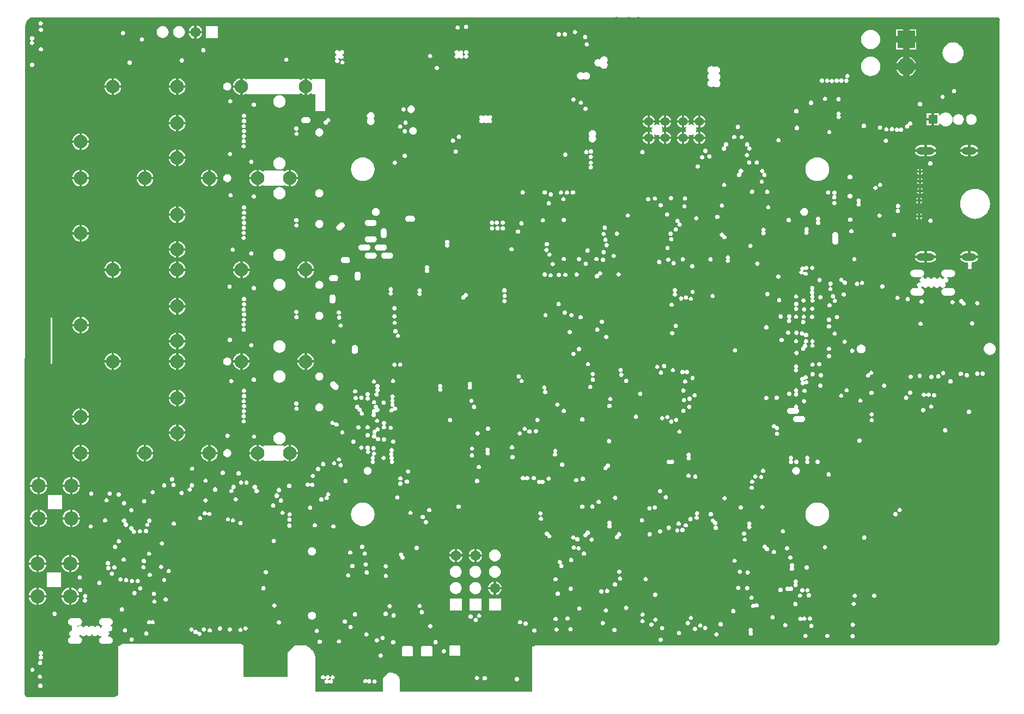
<source format=gbr>
G04*
G04 #@! TF.GenerationSoftware,Altium Limited,Altium Designer,24.2.2 (26)*
G04*
G04 Layer_Physical_Order=5*
G04 Layer_Color=1930808*
%FSLAX25Y25*%
%MOIN*%
G70*
G04*
G04 #@! TF.SameCoordinates,80A8E479-4E92-43EF-BFA2-91FD1FC97BD2*
G04*
G04*
G04 #@! TF.FilePolarity,Positive*
G04*
G01*
G75*
%ADD110C,0.02362*%
%ADD177C,0.06299*%
%ADD183R,0.02362X0.02362*%
%ADD186C,0.10827*%
%ADD187R,0.10827X0.10827*%
%ADD189R,0.05472X0.05472*%
%ADD197C,0.01600*%
%ADD228O,0.09055X0.04724*%
%ADD229O,0.11024X0.04724*%
%ADD231C,0.25591*%
%ADD236C,0.25000*%
%ADD237C,0.05500*%
%ADD238C,0.08661*%
%ADD240C,0.01800*%
%ADD241C,0.02000*%
%ADD242C,0.01968*%
%ADD243C,0.08268*%
G36*
X31340Y20107D02*
X568356Y20107D01*
X568446Y19977D01*
X568711Y19370D01*
X568844Y18756D01*
X568821Y18640D01*
X568777Y18415D01*
X568777Y18415D01*
X568777Y18415D01*
X568777Y-360471D01*
X568773Y-360843D01*
X568626Y-361579D01*
X568342Y-362266D01*
X567928Y-362885D01*
X567402Y-363411D01*
X566784Y-363824D01*
X566096Y-364109D01*
X565367Y-364254D01*
X564995Y-364254D01*
X564995Y-364254D01*
X564995Y-364254D01*
X284663Y-364286D01*
X284412Y-364336D01*
X284195Y-364379D01*
X284195Y-364379D01*
X284195Y-364379D01*
X283986Y-364519D01*
X283798Y-364644D01*
X283798Y-364645D01*
X283798Y-364645D01*
X283766Y-364693D01*
X282449D01*
Y-392667D01*
X201723D01*
X201723Y-385874D01*
X201715Y-385834D01*
X201721Y-385794D01*
X201691Y-385332D01*
X201659Y-385215D01*
X201651Y-385095D01*
X201412Y-384203D01*
X201341Y-384059D01*
X201290Y-383907D01*
X200828Y-383107D01*
X200722Y-382987D01*
X200634Y-382854D01*
X199980Y-382200D01*
X199847Y-382111D01*
X199727Y-382006D01*
X198926Y-381544D01*
X198775Y-381492D01*
X198631Y-381421D01*
X197739Y-381182D01*
X197579Y-381172D01*
X197422Y-381141D01*
X197397D01*
X197249Y-380993D01*
X194449D01*
X191249Y-384193D01*
Y-392667D01*
X149847D01*
Y-372198D01*
X149843Y-372176D01*
X149846Y-372155D01*
X149823Y-371496D01*
X149801Y-371399D01*
Y-371300D01*
X149545Y-370014D01*
X149498Y-369903D01*
X149475Y-369784D01*
X149149Y-368997D01*
Y-368693D01*
X148890Y-368435D01*
X148860Y-368361D01*
X148132Y-367271D01*
X148046Y-367186D01*
X147979Y-367086D01*
X147052Y-366158D01*
X146952Y-366091D01*
X146867Y-366006D01*
X145776Y-365278D01*
X145703Y-365247D01*
X144549Y-364093D01*
X137349D01*
X132849Y-368593D01*
Y-383366D01*
X106185D01*
X105973Y-383154D01*
X105981Y-365010D01*
X105969Y-364950D01*
X105975Y-364890D01*
X105966Y-364792D01*
X105913Y-364620D01*
X105878Y-364444D01*
X105804Y-364264D01*
X105538Y-363866D01*
X105401Y-363729D01*
X105401Y-363729D01*
X105003Y-363463D01*
X105003Y-363463D01*
X104823Y-363389D01*
X104647Y-363354D01*
X104475Y-363301D01*
X104377Y-363292D01*
X104317Y-363298D01*
X104258Y-363286D01*
X31951Y-363286D01*
X31891Y-363298D01*
X31830Y-363292D01*
X31733Y-363301D01*
X31561Y-363354D01*
X31385Y-363389D01*
X31205Y-363463D01*
X31204Y-363463D01*
X30808Y-363729D01*
X30670Y-363867D01*
X30670Y-363867D01*
X30537Y-364065D01*
X30404Y-364264D01*
X30404Y-364264D01*
X30351Y-364393D01*
X29149D01*
Y-394632D01*
X28858Y-394923D01*
X28239Y-395336D01*
X27552Y-395621D01*
X26822Y-395766D01*
X-26209D01*
X-26620Y-395685D01*
X-27007Y-395524D01*
X-27355Y-395292D01*
X-27651Y-394995D01*
X-27884Y-394647D01*
X-28044Y-394261D01*
X-28126Y-393850D01*
X-28126Y-393641D01*
X-27827Y13360D01*
X-27829Y13373D01*
X-27827Y13386D01*
X-27843Y14196D01*
X-27525Y15797D01*
X-26895Y17316D01*
X-25982Y18683D01*
X-24819Y19846D01*
X-24429Y20107D01*
X31340D01*
D02*
G37*
%LPC*%
G36*
X-18177Y17841D02*
X-18684Y17740D01*
X-19114Y17452D01*
X-19401Y17022D01*
X-19502Y16515D01*
X-19401Y16008D01*
X-19114Y15578D01*
X-18684Y15291D01*
X-18177Y15190D01*
X-17669Y15291D01*
X-17239Y15578D01*
X-16952Y16008D01*
X-16851Y16515D01*
X-16952Y17022D01*
X-17239Y17452D01*
X-17669Y17740D01*
X-18177Y17841D01*
D02*
G37*
G36*
X242202Y15751D02*
X241695Y15650D01*
X241265Y15363D01*
X240978Y14933D01*
X240877Y14426D01*
X240978Y13918D01*
X241265Y13488D01*
X241695Y13201D01*
X242202Y13100D01*
X242709Y13201D01*
X243140Y13488D01*
X243427Y13918D01*
X243528Y14426D01*
X243427Y14933D01*
X243140Y15363D01*
X242709Y15650D01*
X242202Y15751D01*
D02*
G37*
G36*
X237006Y15309D02*
X236499Y15208D01*
X236069Y14920D01*
X235782Y14491D01*
X235681Y13983D01*
X235782Y13476D01*
X236069Y13046D01*
X236499Y12759D01*
X237006Y12658D01*
X237513Y12759D01*
X237943Y13046D01*
X238231Y13476D01*
X238332Y13983D01*
X238231Y14491D01*
X237943Y14920D01*
X237513Y15208D01*
X237006Y15309D01*
D02*
G37*
G36*
X77250Y15307D02*
Y11970D01*
X80587D01*
X80543Y12304D01*
X80125Y13313D01*
X79460Y14180D01*
X78593Y14845D01*
X77583Y15263D01*
X77250Y15307D01*
D02*
G37*
G36*
X75750Y15307D02*
X75417Y15263D01*
X74407Y14845D01*
X73541Y14180D01*
X72875Y13313D01*
X72457Y12304D01*
X72413Y11970D01*
X75750D01*
Y15307D01*
D02*
G37*
G36*
X-18000Y13924D02*
X-18507Y13823D01*
X-18937Y13536D01*
X-19225Y13106D01*
X-19326Y12598D01*
X-19225Y12091D01*
X-18937Y11661D01*
X-18507Y11374D01*
X-18000Y11273D01*
X-17493Y11374D01*
X-17063Y11661D01*
X-16775Y12091D01*
X-16675Y12598D01*
X-16775Y13106D01*
X-17063Y13536D01*
X-17493Y13823D01*
X-18000Y13924D01*
D02*
G37*
G36*
X308822Y12600D02*
X308315Y12499D01*
X307885Y12212D01*
X307598Y11782D01*
X307497Y11275D01*
X307598Y10767D01*
X307885Y10337D01*
X308315Y10050D01*
X308822Y9949D01*
X309330Y10050D01*
X309760Y10337D01*
X310047Y10767D01*
X310148Y11275D01*
X310047Y11782D01*
X309760Y12212D01*
X309330Y12499D01*
X308822Y12600D01*
D02*
G37*
G36*
X32193Y11955D02*
X31686Y11854D01*
X31256Y11567D01*
X30968Y11137D01*
X30867Y10630D01*
X30968Y10122D01*
X31256Y9692D01*
X31686Y9405D01*
X32193Y9304D01*
X32700Y9405D01*
X33130Y9692D01*
X33417Y10122D01*
X33518Y10630D01*
X33417Y11137D01*
X33130Y11567D01*
X32700Y11854D01*
X32193Y11955D01*
D02*
G37*
G36*
X517671Y12889D02*
X513457D01*
Y8675D01*
X517671D01*
Y12889D01*
D02*
G37*
G36*
X509457D02*
X505244D01*
Y8675D01*
X509457D01*
Y12889D01*
D02*
G37*
G36*
X302647Y11178D02*
X302140Y11077D01*
X301710Y10790D01*
X301423Y10360D01*
X301322Y9853D01*
X301423Y9345D01*
X301710Y8915D01*
X302140Y8628D01*
X302647Y8527D01*
X303155Y8628D01*
X303585Y8915D01*
X303872Y9345D01*
X303973Y9853D01*
X303872Y10360D01*
X303585Y10790D01*
X303155Y11077D01*
X302647Y11178D01*
D02*
G37*
G36*
X298908D02*
X298401Y11077D01*
X297971Y10790D01*
X297684Y10360D01*
X297583Y9853D01*
X297684Y9345D01*
X297971Y8915D01*
X298401Y8628D01*
X298908Y8527D01*
X299416Y8628D01*
X299846Y8915D01*
X300133Y9345D01*
X300234Y9853D01*
X300133Y10360D01*
X299846Y10790D01*
X299416Y11077D01*
X298908Y11178D01*
D02*
G37*
G36*
X90150Y14870D02*
X82850D01*
Y7571D01*
X90150D01*
Y14870D01*
D02*
G37*
G36*
X66500Y14902D02*
X65547Y14776D01*
X64660Y14408D01*
X63897Y13823D01*
X63312Y13061D01*
X62944Y12173D01*
X62819Y11220D01*
X62944Y10268D01*
X63312Y9380D01*
X63897Y8618D01*
X64660Y8033D01*
X65547Y7665D01*
X66500Y7539D01*
X67453Y7665D01*
X68340Y8033D01*
X69103Y8618D01*
X69688Y9380D01*
X70056Y10268D01*
X70181Y11220D01*
X70056Y12173D01*
X69688Y13061D01*
X69103Y13823D01*
X68340Y14408D01*
X67453Y14776D01*
X66500Y14902D01*
D02*
G37*
G36*
X56500D02*
X55547Y14776D01*
X54659Y14408D01*
X53897Y13823D01*
X53312Y13061D01*
X52944Y12173D01*
X52819Y11220D01*
X52944Y10268D01*
X53312Y9380D01*
X53897Y8618D01*
X54659Y8033D01*
X55547Y7665D01*
X56500Y7539D01*
X57453Y7665D01*
X58341Y8033D01*
X59103Y8618D01*
X59688Y9380D01*
X60056Y10268D01*
X60181Y11220D01*
X60056Y12173D01*
X59688Y13061D01*
X59103Y13823D01*
X58341Y14408D01*
X57453Y14776D01*
X56500Y14902D01*
D02*
G37*
G36*
X75750Y10470D02*
X72413D01*
X72457Y10137D01*
X72875Y9128D01*
X73541Y8261D01*
X74407Y7596D01*
X75417Y7178D01*
X75750Y7134D01*
Y10470D01*
D02*
G37*
G36*
X80587D02*
X77250D01*
Y7134D01*
X77583Y7178D01*
X78593Y7596D01*
X79460Y8261D01*
X80125Y9128D01*
X80543Y10137D01*
X80587Y10470D01*
D02*
G37*
G36*
X315031Y9432D02*
X314524Y9331D01*
X314094Y9044D01*
X313807Y8614D01*
X313706Y8107D01*
X313807Y7600D01*
X314094Y7170D01*
X314524Y6882D01*
X315031Y6781D01*
X315539Y6882D01*
X315969Y7170D01*
X316256Y7600D01*
X316357Y8107D01*
X316256Y8614D01*
X315969Y9044D01*
X315539Y9331D01*
X315031Y9432D01*
D02*
G37*
G36*
X43823Y8079D02*
X43315Y7978D01*
X42885Y7690D01*
X42598Y7260D01*
X42497Y6753D01*
X42598Y6246D01*
X42885Y5816D01*
X43315Y5529D01*
X43823Y5428D01*
X44330Y5529D01*
X44760Y5816D01*
X45047Y6246D01*
X45148Y6753D01*
X45047Y7260D01*
X44760Y7690D01*
X44330Y7978D01*
X43823Y8079D01*
D02*
G37*
G36*
X-23443Y8747D02*
X-23950Y8646D01*
X-24380Y8359D01*
X-24668Y7929D01*
X-24769Y7422D01*
X-24668Y6915D01*
X-24380Y6485D01*
X-23950Y6197D01*
X-23936Y6194D01*
Y5889D01*
X-24039Y5868D01*
X-24469Y5581D01*
X-24757Y5150D01*
X-24858Y4643D01*
X-24757Y4136D01*
X-24469Y3706D01*
X-24039Y3419D01*
X-23532Y3318D01*
X-23025Y3419D01*
X-22595Y3706D01*
X-22308Y4136D01*
X-22207Y4643D01*
X-22308Y5150D01*
X-22595Y5581D01*
X-23025Y5868D01*
X-23040Y5871D01*
Y6177D01*
X-22936Y6197D01*
X-22506Y6485D01*
X-22218Y6915D01*
X-22118Y7422D01*
X-22218Y7929D01*
X-22506Y8359D01*
X-22936Y8646D01*
X-23443Y8747D01*
D02*
G37*
G36*
X316019Y5023D02*
X315511Y4922D01*
X315082Y4635D01*
X314794Y4205D01*
X314693Y3698D01*
X314794Y3190D01*
X315082Y2760D01*
X315511Y2473D01*
X316019Y2372D01*
X316526Y2473D01*
X316956Y2760D01*
X317243Y3190D01*
X317344Y3698D01*
X317243Y4205D01*
X316956Y4635D01*
X316526Y4922D01*
X316019Y5023D01*
D02*
G37*
G36*
X489757Y12617D02*
X488598Y12503D01*
X487484Y12165D01*
X486456Y11616D01*
X485556Y10877D01*
X484817Y9976D01*
X484268Y8949D01*
X483930Y7834D01*
X483815Y6675D01*
X483930Y5516D01*
X484268Y4401D01*
X484817Y3374D01*
X485556Y2474D01*
X486456Y1735D01*
X487484Y1185D01*
X488598Y847D01*
X489757Y733D01*
X490917Y847D01*
X492031Y1185D01*
X493059Y1735D01*
X493959Y2474D01*
X494698Y3374D01*
X495247Y4401D01*
X495585Y5516D01*
X495700Y6675D01*
X495585Y7834D01*
X495247Y8949D01*
X494698Y9976D01*
X493959Y10877D01*
X493059Y11616D01*
X492031Y12165D01*
X490917Y12503D01*
X489757Y12617D01*
D02*
G37*
G36*
X517671Y4675D02*
X513457D01*
Y462D01*
X517671D01*
Y4675D01*
D02*
G37*
G36*
X509457D02*
X505244D01*
Y462D01*
X509457D01*
Y4675D01*
D02*
G37*
G36*
X-18000Y2034D02*
X-18507Y1933D01*
X-18937Y1646D01*
X-19225Y1216D01*
X-19326Y709D01*
X-19225Y201D01*
X-18937Y-229D01*
X-18507Y-516D01*
X-18000Y-617D01*
X-17493Y-516D01*
X-17063Y-229D01*
X-16775Y201D01*
X-16675Y709D01*
X-16775Y1216D01*
X-17063Y1646D01*
X-17493Y1933D01*
X-18000Y2034D01*
D02*
G37*
G36*
X166201Y186D02*
X165694Y85D01*
X165264Y-202D01*
X164977Y-632D01*
X164915Y-941D01*
X164610D01*
X164548Y-632D01*
X164261Y-202D01*
X163831Y85D01*
X163324Y186D01*
X162816Y85D01*
X162386Y-202D01*
X162099Y-632D01*
X161998Y-1139D01*
X162099Y-1647D01*
X162386Y-2077D01*
X162816Y-2364D01*
X162977Y-2396D01*
Y-2702D01*
X162816Y-2734D01*
X162386Y-3021D01*
X162099Y-3451D01*
X161998Y-3958D01*
X162099Y-4465D01*
X162386Y-4896D01*
X162551Y-5005D01*
Y-5366D01*
X162386Y-5476D01*
X162099Y-5906D01*
X161998Y-6413D01*
X162099Y-6921D01*
X162386Y-7351D01*
X162816Y-7638D01*
X163324Y-7739D01*
X163831Y-7638D01*
X164261Y-7351D01*
X164548Y-6921D01*
X164649Y-6413D01*
X164548Y-5906D01*
X164261Y-5476D01*
X164096Y-5366D01*
Y-5005D01*
X164261Y-4896D01*
X164455Y-4605D01*
X164803D01*
X164997Y-4896D01*
X165427Y-5183D01*
X165935Y-5284D01*
X166442Y-5183D01*
X166872Y-4896D01*
X167159Y-4465D01*
X167260Y-3958D01*
X167159Y-3451D01*
X166872Y-3021D01*
X166442Y-2734D01*
X166415Y-2728D01*
Y-2422D01*
X166709Y-2364D01*
X167139Y-2077D01*
X167426Y-1647D01*
X167527Y-1139D01*
X167426Y-632D01*
X167139Y-202D01*
X166709Y85D01*
X166201Y186D01*
D02*
G37*
G36*
X81382Y1440D02*
X80875Y1339D01*
X80445Y1052D01*
X80157Y622D01*
X80056Y114D01*
X80157Y-393D01*
X80445Y-823D01*
X80875Y-1110D01*
X81382Y-1211D01*
X81889Y-1110D01*
X82319Y-823D01*
X82607Y-393D01*
X82707Y114D01*
X82607Y622D01*
X82319Y1052D01*
X81889Y1339D01*
X81382Y1440D01*
D02*
G37*
G36*
X220167Y-2117D02*
X219660Y-2218D01*
X219230Y-2505D01*
X218942Y-2935D01*
X218841Y-3442D01*
X218942Y-3949D01*
X219230Y-4379D01*
X219660Y-4667D01*
X220167Y-4768D01*
X220674Y-4667D01*
X221104Y-4379D01*
X221391Y-3949D01*
X221492Y-3442D01*
X221391Y-2935D01*
X221104Y-2505D01*
X220674Y-2218D01*
X220167Y-2117D01*
D02*
G37*
G36*
X242227Y186D02*
X241720Y85D01*
X241290Y-202D01*
X241002Y-632D01*
X240902Y-1139D01*
X241002Y-1647D01*
X241290Y-2077D01*
X241529Y-2236D01*
Y-2597D01*
X241290Y-2757D01*
X241002Y-3187D01*
X240902Y-3694D01*
X241002Y-4201D01*
X241290Y-4631D01*
X241720Y-4918D01*
X242227Y-5019D01*
X242734Y-4918D01*
X243164Y-4631D01*
X243452Y-4201D01*
X243553Y-3694D01*
X243452Y-3187D01*
X243164Y-2757D01*
X242926Y-2597D01*
Y-2236D01*
X243164Y-2077D01*
X243452Y-1647D01*
X243553Y-1139D01*
X243452Y-632D01*
X243164Y-202D01*
X242734Y85D01*
X242227Y186D01*
D02*
G37*
G36*
X236437D02*
X235929Y85D01*
X235499Y-202D01*
X235212Y-632D01*
X235111Y-1139D01*
X235212Y-1647D01*
X235499Y-2077D01*
X235738Y-2236D01*
Y-2597D01*
X235499Y-2757D01*
X235212Y-3187D01*
X235111Y-3694D01*
X235212Y-4201D01*
X235499Y-4631D01*
X235929Y-4918D01*
X236437Y-5019D01*
X236944Y-4918D01*
X237374Y-4631D01*
X237661Y-4201D01*
X237702Y-3994D01*
X238008D01*
X238050Y-4201D01*
X238337Y-4631D01*
X238767Y-4918D01*
X239274Y-5019D01*
X239781Y-4918D01*
X240211Y-4631D01*
X240499Y-4201D01*
X240600Y-3694D01*
X240499Y-3187D01*
X240211Y-2757D01*
X239980Y-2602D01*
Y-2241D01*
X240021Y-2214D01*
X240309Y-1784D01*
X240409Y-1277D01*
X240309Y-770D01*
X240021Y-340D01*
X239591Y-52D01*
X239084Y49D01*
X238577Y-52D01*
X238147Y-340D01*
X237963Y-614D01*
X237843Y-621D01*
X237626Y-579D01*
X237374Y-202D01*
X236944Y85D01*
X236437Y186D01*
D02*
G37*
G36*
X326570Y-3505D02*
X325672Y-3683D01*
X324911Y-4191D01*
X324403Y-4952D01*
X324305Y-5443D01*
X324028Y-5557D01*
X323921Y-5486D01*
X323024Y-5307D01*
X322126Y-5486D01*
X321366Y-5994D01*
X320857Y-6755D01*
X320679Y-7652D01*
X320857Y-8550D01*
X321366Y-9311D01*
X322126Y-9819D01*
X323024Y-9997D01*
X323921Y-9819D01*
X324114Y-9690D01*
X324392Y-9805D01*
X324403Y-9862D01*
X324911Y-10623D01*
X325672Y-11131D01*
X326570Y-11310D01*
X327467Y-11131D01*
X328228Y-10623D01*
X328736Y-9862D01*
X328915Y-8965D01*
X328736Y-8067D01*
X328295Y-7407D01*
X328736Y-6747D01*
X328915Y-5850D01*
X328736Y-4952D01*
X328228Y-4191D01*
X327467Y-3683D01*
X326570Y-3505D01*
D02*
G37*
G36*
X132184Y-4351D02*
X131676Y-4452D01*
X131246Y-4740D01*
X130959Y-5170D01*
X130858Y-5677D01*
X130959Y-6184D01*
X131246Y-6614D01*
X131676Y-6901D01*
X132184Y-7002D01*
X132691Y-6901D01*
X133121Y-6614D01*
X133408Y-6184D01*
X133509Y-5677D01*
X133408Y-5170D01*
X133121Y-4740D01*
X132691Y-4452D01*
X132184Y-4351D01*
D02*
G37*
G36*
X68215Y-4799D02*
X67708Y-4900D01*
X67278Y-5188D01*
X66991Y-5618D01*
X66890Y-6125D01*
X66991Y-6632D01*
X67278Y-7062D01*
X67708Y-7349D01*
X68215Y-7450D01*
X68723Y-7349D01*
X69153Y-7062D01*
X69440Y-6632D01*
X69541Y-6125D01*
X69440Y-5618D01*
X69153Y-5188D01*
X68723Y-4900D01*
X68215Y-4799D01*
D02*
G37*
G36*
X513457Y-3938D02*
Y-7825D01*
X517344D01*
X517226Y-7435D01*
X516649Y-6356D01*
X515872Y-5410D01*
X514926Y-4634D01*
X513847Y-4057D01*
X513457Y-3938D01*
D02*
G37*
G36*
X509457Y-3938D02*
X509068Y-4057D01*
X507989Y-4634D01*
X507043Y-5410D01*
X506266Y-6356D01*
X505689Y-7435D01*
X505571Y-7825D01*
X509457D01*
Y-3938D01*
D02*
G37*
G36*
X540158Y4856D02*
X538903Y4733D01*
X537697Y4367D01*
X536585Y3772D01*
X535610Y2973D01*
X534810Y1998D01*
X534216Y886D01*
X533850Y-320D01*
X533727Y-1575D01*
X533850Y-2829D01*
X534216Y-4036D01*
X534810Y-5148D01*
X535610Y-6122D01*
X536585Y-6922D01*
X537697Y-7516D01*
X538903Y-7882D01*
X540158Y-8006D01*
X541412Y-7882D01*
X542619Y-7516D01*
X543730Y-6922D01*
X544705Y-6122D01*
X545505Y-5148D01*
X546099Y-4036D01*
X546465Y-2829D01*
X546589Y-1575D01*
X546465Y-320D01*
X546099Y886D01*
X545505Y1998D01*
X544705Y2973D01*
X543730Y3772D01*
X542619Y4367D01*
X541412Y4733D01*
X540158Y4856D01*
D02*
G37*
G36*
X166473Y-5988D02*
X165966Y-6089D01*
X165536Y-6376D01*
X165249Y-6806D01*
X165148Y-7313D01*
X165249Y-7820D01*
X165536Y-8251D01*
X165966Y-8538D01*
X166473Y-8639D01*
X166981Y-8538D01*
X167411Y-8251D01*
X167698Y-7820D01*
X167799Y-7313D01*
X167698Y-6806D01*
X167411Y-6376D01*
X166981Y-6089D01*
X166473Y-5988D01*
D02*
G37*
G36*
X36336Y-6165D02*
X35829Y-6265D01*
X35399Y-6553D01*
X35112Y-6983D01*
X35011Y-7490D01*
X35112Y-7997D01*
X35399Y-8427D01*
X35829Y-8715D01*
X36336Y-8815D01*
X36843Y-8715D01*
X37273Y-8427D01*
X37561Y-7997D01*
X37662Y-7490D01*
X37561Y-6983D01*
X37273Y-6553D01*
X36843Y-6265D01*
X36336Y-6165D01*
D02*
G37*
G36*
X-23402Y-7483D02*
X-23909Y-7584D01*
X-24339Y-7871D01*
X-24626Y-8301D01*
X-24727Y-8809D01*
X-24626Y-9316D01*
X-24339Y-9746D01*
X-23909Y-10033D01*
X-23402Y-10134D01*
X-22894Y-10033D01*
X-22464Y-9746D01*
X-22177Y-9316D01*
X-22076Y-8809D01*
X-22177Y-8301D01*
X-22464Y-7871D01*
X-22894Y-7584D01*
X-23402Y-7483D01*
D02*
G37*
G36*
X224336Y-9384D02*
X223829Y-9485D01*
X223399Y-9772D01*
X223112Y-10202D01*
X223011Y-10709D01*
X223112Y-11216D01*
X223399Y-11646D01*
X223829Y-11934D01*
X224336Y-12035D01*
X224843Y-11934D01*
X225273Y-11646D01*
X225561Y-11216D01*
X225662Y-10709D01*
X225561Y-10202D01*
X225273Y-9772D01*
X224843Y-9485D01*
X224336Y-9384D01*
D02*
G37*
G36*
X315747Y-13170D02*
X314850Y-13349D01*
X314089Y-13857D01*
X314073D01*
X313312Y-13349D01*
X312415Y-13170D01*
X311518Y-13349D01*
X310757Y-13857D01*
X310248Y-14618D01*
X310070Y-15515D01*
X310248Y-16413D01*
X310757Y-17174D01*
X311518Y-17682D01*
X312415Y-17860D01*
X313312Y-17682D01*
X314073Y-17174D01*
X314089D01*
X314850Y-17682D01*
X315747Y-17860D01*
X316645Y-17682D01*
X317406Y-17174D01*
X317914Y-16413D01*
X318092Y-15515D01*
X317914Y-14618D01*
X317406Y-13857D01*
X316645Y-13349D01*
X315747Y-13170D01*
D02*
G37*
G36*
X517344Y-11825D02*
X513457D01*
Y-15711D01*
X513847Y-15593D01*
X514926Y-15016D01*
X515872Y-14240D01*
X516649Y-13294D01*
X517226Y-12214D01*
X517344Y-11825D01*
D02*
G37*
G36*
X509457D02*
X505571D01*
X505689Y-12214D01*
X506266Y-13294D01*
X507043Y-14240D01*
X507989Y-15016D01*
X509068Y-15593D01*
X509457Y-15711D01*
Y-11825D01*
D02*
G37*
G36*
X489757Y-3883D02*
X488598Y-3997D01*
X487484Y-4335D01*
X486456Y-4884D01*
X485556Y-5623D01*
X484817Y-6524D01*
X484268Y-7551D01*
X483930Y-8666D01*
X483815Y-9825D01*
X483930Y-10984D01*
X484268Y-12099D01*
X484817Y-13126D01*
X485556Y-14026D01*
X486456Y-14765D01*
X487484Y-15315D01*
X488598Y-15653D01*
X489757Y-15767D01*
X490917Y-15653D01*
X492031Y-15315D01*
X493059Y-14765D01*
X493959Y-14026D01*
X494698Y-13126D01*
X495247Y-12099D01*
X495585Y-10984D01*
X495700Y-9825D01*
X495585Y-8666D01*
X495247Y-7551D01*
X494698Y-6524D01*
X493959Y-5623D01*
X493059Y-4884D01*
X492031Y-4335D01*
X490917Y-3997D01*
X489757Y-3883D01*
D02*
G37*
G36*
X475530Y-14306D02*
X475023Y-14407D01*
X474593Y-14695D01*
X474306Y-15125D01*
X474205Y-15632D01*
X474306Y-16139D01*
X474593Y-16569D01*
X475023Y-16857D01*
X475530Y-16957D01*
X476038Y-16857D01*
X476468Y-16569D01*
X476755Y-16139D01*
X476856Y-15632D01*
X476755Y-15125D01*
X476468Y-14695D01*
X476038Y-14407D01*
X475530Y-14306D01*
D02*
G37*
G36*
X143360Y-17031D02*
X142770Y-17109D01*
X141521Y-17626D01*
X140787Y-18190D01*
X140518Y-18057D01*
Y-17977D01*
X140359Y-17594D01*
X139976Y-17436D01*
X108283D01*
X107901Y-17594D01*
X107847Y-17724D01*
X107557Y-17801D01*
X107329Y-17626D01*
X106080Y-17109D01*
X105490Y-17031D01*
Y-22111D01*
Y-27190D01*
X106080Y-27112D01*
X107329Y-26595D01*
X107557Y-26420D01*
X107847Y-26498D01*
X107901Y-26627D01*
X108283Y-26786D01*
X139976D01*
X140359Y-26627D01*
X140518Y-26245D01*
Y-26164D01*
X140787Y-26032D01*
X141521Y-26595D01*
X142770Y-27112D01*
X143360Y-27190D01*
Y-22111D01*
Y-17031D01*
D02*
G37*
G36*
X471844Y-17173D02*
X471337Y-17274D01*
X470907Y-17561D01*
X470620Y-17991D01*
X470572Y-18231D01*
X470266D01*
X470218Y-17991D01*
X469931Y-17561D01*
X469501Y-17274D01*
X468994Y-17173D01*
X468486Y-17274D01*
X468056Y-17561D01*
X467769Y-17991D01*
X467668Y-18498D01*
X467769Y-19005D01*
X468056Y-19435D01*
X468486Y-19723D01*
X468994Y-19824D01*
X469501Y-19723D01*
X469931Y-19435D01*
X470218Y-19005D01*
X470266Y-18765D01*
X470572D01*
X470620Y-19005D01*
X470907Y-19435D01*
X471337Y-19723D01*
X471844Y-19824D01*
X472352Y-19723D01*
X472782Y-19435D01*
X473069Y-19005D01*
X473170Y-18498D01*
X473069Y-17991D01*
X472782Y-17561D01*
X472352Y-17274D01*
X471844Y-17173D01*
D02*
G37*
G36*
X474868D02*
X474361Y-17274D01*
X473931Y-17561D01*
X473644Y-17991D01*
X473543Y-18498D01*
X473644Y-19005D01*
X473931Y-19435D01*
X474361Y-19723D01*
X474868Y-19824D01*
X475376Y-19723D01*
X475806Y-19435D01*
X476093Y-19005D01*
X476194Y-18498D01*
X476093Y-17991D01*
X475806Y-17561D01*
X475376Y-17274D01*
X474868Y-17173D01*
D02*
G37*
G36*
X459964D02*
X459457Y-17274D01*
X459027Y-17561D01*
X458740Y-17991D01*
X458639Y-18498D01*
X458740Y-19005D01*
X459027Y-19435D01*
X459457Y-19723D01*
X459964Y-19824D01*
X460471Y-19723D01*
X460901Y-19435D01*
X461189Y-19005D01*
X461290Y-18498D01*
X461189Y-17991D01*
X460901Y-17561D01*
X460471Y-17274D01*
X459964Y-17173D01*
D02*
G37*
G36*
X463138D02*
X462631Y-17274D01*
X462201Y-17561D01*
X461914Y-17991D01*
X461813Y-18498D01*
X461914Y-19005D01*
X462201Y-19435D01*
X462631Y-19723D01*
X463138Y-19824D01*
X463645Y-19723D01*
X464075Y-19435D01*
X464363Y-19005D01*
X464407Y-18784D01*
X464427Y-18684D01*
X464716Y-18719D01*
X464738Y-18825D01*
X464817Y-19226D01*
X465104Y-19656D01*
X465534Y-19943D01*
X466042Y-20044D01*
X466549Y-19943D01*
X466979Y-19656D01*
X467266Y-19226D01*
X467367Y-18719D01*
X467266Y-18211D01*
X466979Y-17781D01*
X466549Y-17494D01*
X466042Y-17393D01*
X465534Y-17494D01*
X465104Y-17781D01*
X464817Y-18211D01*
X464773Y-18432D01*
X464753Y-18533D01*
X464464Y-18498D01*
X464442Y-18391D01*
X464363Y-17991D01*
X464075Y-17561D01*
X463645Y-17274D01*
X463138Y-17173D01*
D02*
G37*
G36*
X66120Y-17031D02*
Y-21361D01*
X70450D01*
X70372Y-20771D01*
X69854Y-19522D01*
X69032Y-18449D01*
X67959Y-17626D01*
X66710Y-17109D01*
X66120Y-17031D01*
D02*
G37*
G36*
X26750D02*
Y-21361D01*
X31079D01*
X31002Y-20771D01*
X30484Y-19522D01*
X29662Y-18449D01*
X28589Y-17626D01*
X27340Y-17109D01*
X26750Y-17031D01*
D02*
G37*
G36*
X64620Y-17031D02*
X64030Y-17109D01*
X62781Y-17626D01*
X61709Y-18449D01*
X60886Y-19522D01*
X60368Y-20771D01*
X60291Y-21361D01*
X64620D01*
Y-17031D01*
D02*
G37*
G36*
X103990D02*
X103400Y-17109D01*
X102151Y-17626D01*
X101079Y-18449D01*
X100256Y-19522D01*
X99738Y-20771D01*
X99661Y-21361D01*
X103990D01*
Y-17031D01*
D02*
G37*
G36*
X25250D02*
X24660Y-17109D01*
X23411Y-17626D01*
X22339Y-18449D01*
X21516Y-19522D01*
X20998Y-20771D01*
X20921Y-21361D01*
X25250D01*
Y-17031D01*
D02*
G37*
G36*
X392224Y-9596D02*
X391327Y-9774D01*
X390566Y-10283D01*
X390058Y-11044D01*
X389879Y-11941D01*
X390058Y-12838D01*
X390566Y-13599D01*
X390747Y-13720D01*
Y-14020D01*
X390566Y-14141D01*
X390058Y-14902D01*
X389879Y-15799D01*
X390058Y-16697D01*
X390566Y-17458D01*
X391101Y-17815D01*
Y-18115D01*
X390566Y-18472D01*
X390058Y-19233D01*
X389879Y-20130D01*
X390058Y-21027D01*
X390566Y-21788D01*
X391327Y-22297D01*
X392224Y-22475D01*
X393122Y-22297D01*
X393811Y-21836D01*
X393913Y-21989D01*
X394673Y-22497D01*
X395571Y-22676D01*
X396468Y-22497D01*
X397229Y-21989D01*
X397737Y-21228D01*
X397916Y-20331D01*
X397737Y-19433D01*
X397229Y-18673D01*
X396858Y-18425D01*
Y-18124D01*
X397229Y-17876D01*
X397737Y-17116D01*
X397916Y-16218D01*
X397737Y-15321D01*
X397229Y-14560D01*
X396745Y-14237D01*
Y-13937D01*
X397032Y-13745D01*
X397541Y-12984D01*
X397719Y-12087D01*
X397541Y-11189D01*
X397032Y-10429D01*
X396271Y-9920D01*
X395374Y-9742D01*
X394477Y-9920D01*
X393899Y-10306D01*
X393883Y-10283D01*
X393122Y-9774D01*
X392224Y-9596D01*
D02*
G37*
G36*
X96079Y-19594D02*
X95116Y-19785D01*
X94299Y-20331D01*
X93753Y-21147D01*
X93562Y-22111D01*
X93753Y-23074D01*
X94299Y-23890D01*
X95116Y-24436D01*
X96079Y-24627D01*
X97042Y-24436D01*
X97858Y-23890D01*
X98404Y-23074D01*
X98596Y-22111D01*
X98404Y-21147D01*
X97858Y-20331D01*
X97042Y-19785D01*
X96079Y-19594D01*
D02*
G37*
G36*
X540872Y-23588D02*
X540365Y-23689D01*
X539935Y-23977D01*
X539648Y-24407D01*
X539547Y-24914D01*
X539648Y-25421D01*
X539935Y-25851D01*
X540365Y-26139D01*
X540872Y-26239D01*
X541380Y-26139D01*
X541810Y-25851D01*
X542097Y-25421D01*
X542198Y-24914D01*
X542097Y-24407D01*
X541810Y-23977D01*
X541380Y-23689D01*
X540872Y-23588D01*
D02*
G37*
G36*
X31079Y-22861D02*
X26750D01*
Y-27190D01*
X27340Y-27112D01*
X28589Y-26595D01*
X29662Y-25772D01*
X30484Y-24700D01*
X31002Y-23451D01*
X31079Y-22861D01*
D02*
G37*
G36*
X70450D02*
X66120D01*
Y-27190D01*
X66710Y-27112D01*
X67959Y-26595D01*
X69032Y-25772D01*
X69854Y-24700D01*
X70372Y-23451D01*
X70450Y-22861D01*
D02*
G37*
G36*
X64620D02*
X60291D01*
X60368Y-23451D01*
X60886Y-24700D01*
X61709Y-25772D01*
X62781Y-26595D01*
X64030Y-27112D01*
X64620Y-27190D01*
Y-22861D01*
D02*
G37*
G36*
X103990D02*
X99661D01*
X99738Y-23451D01*
X100256Y-24700D01*
X101079Y-25772D01*
X102151Y-26595D01*
X103400Y-27112D01*
X103990Y-27190D01*
Y-22861D01*
D02*
G37*
G36*
X25250D02*
X20921D01*
X20998Y-23451D01*
X21516Y-24700D01*
X22339Y-25772D01*
X23411Y-26595D01*
X24660Y-27112D01*
X25250Y-27190D01*
Y-22861D01*
D02*
G37*
G36*
X533788Y-27065D02*
X533281Y-27165D01*
X532851Y-27453D01*
X532563Y-27883D01*
X532462Y-28390D01*
X532563Y-28897D01*
X532851Y-29327D01*
X533281Y-29615D01*
X533788Y-29716D01*
X534295Y-29615D01*
X534725Y-29327D01*
X535012Y-28897D01*
X535113Y-28390D01*
X535012Y-27883D01*
X534725Y-27453D01*
X534295Y-27165D01*
X533788Y-27065D01*
D02*
G37*
G36*
X461861Y-28304D02*
X461353Y-28405D01*
X460923Y-28692D01*
X460636Y-29122D01*
X460535Y-29629D01*
X460636Y-30137D01*
X460923Y-30567D01*
X461353Y-30854D01*
X461861Y-30955D01*
X462368Y-30854D01*
X462798Y-30567D01*
X463085Y-30137D01*
X463186Y-29629D01*
X463085Y-29122D01*
X462798Y-28692D01*
X462368Y-28405D01*
X461861Y-28304D01*
D02*
G37*
G36*
X470095Y-28564D02*
X469588Y-28665D01*
X469158Y-28952D01*
X468871Y-29382D01*
X468770Y-29889D01*
X468871Y-30396D01*
X469158Y-30826D01*
X469588Y-31114D01*
X470095Y-31215D01*
X470603Y-31114D01*
X471033Y-30826D01*
X471320Y-30396D01*
X471421Y-29889D01*
X471320Y-29382D01*
X471033Y-28952D01*
X470603Y-28665D01*
X470095Y-28564D01*
D02*
G37*
G36*
X307868Y-28721D02*
X307361Y-28822D01*
X306931Y-29109D01*
X306644Y-29539D01*
X306543Y-30047D01*
X306644Y-30554D01*
X306931Y-30984D01*
X307361Y-31271D01*
X307868Y-31372D01*
X308375Y-31271D01*
X308805Y-30984D01*
X309093Y-30554D01*
X309194Y-30047D01*
X309093Y-29539D01*
X308805Y-29109D01*
X308375Y-28822D01*
X307868Y-28721D01*
D02*
G37*
G36*
X97814Y-29777D02*
X97306Y-29878D01*
X96876Y-30165D01*
X96589Y-30595D01*
X96488Y-31102D01*
X96589Y-31609D01*
X96876Y-32039D01*
X97306Y-32327D01*
X97814Y-32428D01*
X98321Y-32327D01*
X98751Y-32039D01*
X99038Y-31609D01*
X99139Y-31102D01*
X99038Y-30595D01*
X98751Y-30165D01*
X98321Y-29878D01*
X97814Y-29777D01*
D02*
G37*
G36*
X312415Y-30639D02*
X311908Y-30740D01*
X311478Y-31027D01*
X311190Y-31457D01*
X311089Y-31964D01*
X311190Y-32471D01*
X311478Y-32901D01*
X311908Y-33189D01*
X312415Y-33290D01*
X312922Y-33189D01*
X313352Y-32901D01*
X313639Y-32471D01*
X313740Y-31964D01*
X313639Y-31457D01*
X313352Y-31027D01*
X312922Y-30740D01*
X312415Y-30639D01*
D02*
G37*
G36*
X453277Y-30615D02*
X452731Y-30724D01*
X452268Y-31034D01*
X451959Y-31497D01*
X451850Y-32043D01*
X451959Y-32589D01*
X452268Y-33052D01*
X452731Y-33362D01*
X453277Y-33470D01*
X453824Y-33362D01*
X454287Y-33052D01*
X454596Y-32589D01*
X454705Y-32043D01*
X454596Y-31497D01*
X454287Y-31034D01*
X453824Y-30724D01*
X453277Y-30615D01*
D02*
G37*
G36*
X519974Y-31540D02*
X519467Y-31641D01*
X519037Y-31929D01*
X518750Y-32359D01*
X518649Y-32866D01*
X518750Y-33373D01*
X519037Y-33803D01*
X519467Y-34090D01*
X519974Y-34191D01*
X520482Y-34090D01*
X520912Y-33803D01*
X521199Y-33373D01*
X521300Y-32866D01*
X521199Y-32359D01*
X520912Y-31929D01*
X520482Y-31641D01*
X519974Y-31540D01*
D02*
G37*
G36*
X112299Y-31927D02*
X111791Y-32028D01*
X111361Y-32315D01*
X111074Y-32745D01*
X110973Y-33252D01*
X111074Y-33760D01*
X111361Y-34190D01*
X111791Y-34477D01*
X112299Y-34578D01*
X112806Y-34477D01*
X113236Y-34190D01*
X113523Y-33760D01*
X113624Y-33252D01*
X113523Y-32745D01*
X113236Y-32315D01*
X112806Y-32028D01*
X112299Y-31927D01*
D02*
G37*
G36*
X127969Y-27503D02*
X126990Y-27632D01*
X126078Y-28010D01*
X125295Y-28611D01*
X124695Y-29394D01*
X124317Y-30305D01*
X124188Y-31284D01*
X124317Y-32262D01*
X124695Y-33174D01*
X125295Y-33957D01*
X126078Y-34558D01*
X126990Y-34936D01*
X127969Y-35064D01*
X128947Y-34936D01*
X129859Y-34558D01*
X130642Y-33957D01*
X131242Y-33174D01*
X131620Y-32262D01*
X131749Y-31284D01*
X131620Y-30305D01*
X131242Y-29394D01*
X130642Y-28611D01*
X129859Y-28010D01*
X128947Y-27632D01*
X127969Y-27503D01*
D02*
G37*
G36*
X315271Y-34399D02*
X314764Y-34500D01*
X314334Y-34787D01*
X314047Y-35217D01*
X313946Y-35725D01*
X314047Y-36232D01*
X314334Y-36662D01*
X314764Y-36949D01*
X315271Y-37050D01*
X315778Y-36949D01*
X316208Y-36662D01*
X316496Y-36232D01*
X316597Y-35725D01*
X316496Y-35217D01*
X316208Y-34787D01*
X315778Y-34500D01*
X315271Y-34399D01*
D02*
G37*
G36*
X144860Y-17031D02*
Y-22111D01*
Y-27190D01*
X145450Y-27112D01*
X146699Y-26595D01*
X147434Y-26032D01*
X147703Y-26164D01*
Y-26245D01*
X147861Y-26627D01*
X148244Y-26786D01*
X150065D01*
Y-30302D01*
X150053Y-30321D01*
X149861Y-31284D01*
X150053Y-32247D01*
X150065Y-32266D01*
Y-36796D01*
X150224Y-37178D01*
X150606Y-37337D01*
X155331D01*
X155713Y-37178D01*
X155872Y-36796D01*
Y-17977D01*
X155713Y-17594D01*
X155331Y-17436D01*
X148244D01*
X147861Y-17594D01*
X147703Y-17977D01*
Y-18057D01*
X147434Y-18190D01*
X146699Y-17626D01*
X145450Y-17109D01*
X144860Y-17031D01*
D02*
G37*
G36*
X203844Y-34772D02*
X203337Y-34872D01*
X202907Y-35160D01*
X202620Y-35590D01*
X202519Y-36097D01*
X202620Y-36604D01*
X202907Y-37034D01*
X203337Y-37322D01*
X203844Y-37423D01*
X204351Y-37322D01*
X204781Y-37034D01*
X205069Y-36604D01*
X205170Y-36097D01*
X205069Y-35590D01*
X204781Y-35160D01*
X204351Y-34872D01*
X203844Y-34772D01*
D02*
G37*
G36*
X208474Y-33663D02*
X207576Y-33842D01*
X206815Y-34350D01*
X206307Y-35111D01*
X206129Y-36008D01*
X206307Y-36906D01*
X206815Y-37666D01*
X207576Y-38175D01*
X208474Y-38353D01*
X209371Y-38175D01*
X210132Y-37666D01*
X210640Y-36906D01*
X210819Y-36008D01*
X210640Y-35111D01*
X210132Y-34350D01*
X209371Y-33842D01*
X208474Y-33663D01*
D02*
G37*
G36*
X444272Y-35734D02*
X443726Y-35842D01*
X443262Y-36152D01*
X442953Y-36615D01*
X442844Y-37161D01*
X442953Y-37707D01*
X443262Y-38170D01*
X443726Y-38480D01*
X444272Y-38588D01*
X444818Y-38480D01*
X445281Y-38170D01*
X445591Y-37707D01*
X445699Y-37161D01*
X445591Y-36615D01*
X445281Y-36152D01*
X444818Y-35842D01*
X444272Y-35734D01*
D02*
G37*
G36*
X535658Y-37968D02*
X534552Y-38114D01*
X533521Y-38541D01*
X532636Y-39220D01*
X531957Y-40105D01*
X531820Y-40437D01*
X531520Y-40377D01*
Y-38505D01*
X528534D01*
Y-42241D01*
Y-45977D01*
X531520D01*
Y-44105D01*
X531820Y-44046D01*
X531957Y-44378D01*
X532636Y-45263D01*
X533521Y-45941D01*
X534552Y-46368D01*
X535658Y-46514D01*
X536763Y-46368D01*
X537794Y-45941D01*
X538679Y-45263D01*
X539358Y-44378D01*
X539785Y-43347D01*
X539930Y-42241D01*
X539785Y-41135D01*
X539358Y-40105D01*
X538679Y-39220D01*
X537794Y-38541D01*
X536763Y-38114D01*
X535658Y-37968D01*
D02*
G37*
G36*
X106269Y-38666D02*
X105762Y-38767D01*
X105332Y-39054D01*
X105045Y-39484D01*
X104944Y-39991D01*
X105045Y-40499D01*
X105332Y-40929D01*
X105762Y-41216D01*
X106269Y-41317D01*
X106776Y-41216D01*
X107206Y-40929D01*
X107494Y-40499D01*
X107595Y-39991D01*
X107494Y-39484D01*
X107206Y-39054D01*
X106776Y-38767D01*
X106269Y-38666D01*
D02*
G37*
G36*
X527034Y-38505D02*
X524047D01*
Y-41491D01*
X527034D01*
Y-38505D01*
D02*
G37*
G36*
X470135Y-37297D02*
X469628Y-37398D01*
X469198Y-37685D01*
X468911Y-38115D01*
X468810Y-38622D01*
X468911Y-39129D01*
X469198Y-39560D01*
Y-39785D01*
X468911Y-40215D01*
X468810Y-40722D01*
X468911Y-41230D01*
X469198Y-41660D01*
X469628Y-41947D01*
X470135Y-42048D01*
X470642Y-41947D01*
X471072Y-41660D01*
X471360Y-41230D01*
X471460Y-40722D01*
X471360Y-40215D01*
X471072Y-39785D01*
Y-39560D01*
X471360Y-39129D01*
X471460Y-38622D01*
X471360Y-38115D01*
X471072Y-37685D01*
X470642Y-37398D01*
X470135Y-37297D01*
D02*
G37*
G36*
X364773Y-39898D02*
Y-42832D01*
X367706D01*
X367676Y-42603D01*
X367298Y-41691D01*
X366697Y-40908D01*
X365914Y-40306D01*
X365002Y-39929D01*
X364773Y-39898D01*
D02*
G37*
G36*
X363273D02*
X363044Y-39929D01*
X362131Y-40306D01*
X361348Y-40908D01*
X360747Y-41691D01*
X360369Y-42603D01*
X360339Y-42832D01*
X363273D01*
Y-39898D01*
D02*
G37*
G36*
X354772D02*
Y-42832D01*
X357706D01*
X357676Y-42603D01*
X357298Y-41691D01*
X356697Y-40908D01*
X355914Y-40306D01*
X355001Y-39929D01*
X354772Y-39898D01*
D02*
G37*
G36*
X353273D02*
X353044Y-39929D01*
X352131Y-40306D01*
X351348Y-40908D01*
X350747Y-41691D01*
X350369Y-42603D01*
X350339Y-42832D01*
X353273D01*
Y-39898D01*
D02*
G37*
G36*
X385648Y-39908D02*
Y-42841D01*
X388582D01*
X388552Y-42612D01*
X388174Y-41700D01*
X387573Y-40917D01*
X386790Y-40315D01*
X385877Y-39938D01*
X385648Y-39908D01*
D02*
G37*
G36*
X384148D02*
X383919Y-39938D01*
X383007Y-40315D01*
X382224Y-40917D01*
X381623Y-41700D01*
X381245Y-42612D01*
X381215Y-42841D01*
X384148D01*
Y-39908D01*
D02*
G37*
G36*
X375648D02*
Y-42841D01*
X378582D01*
X378552Y-42612D01*
X378174Y-41700D01*
X377573Y-40917D01*
X376790Y-40315D01*
X375877Y-39938D01*
X375648Y-39908D01*
D02*
G37*
G36*
X374148D02*
X373919Y-39938D01*
X373007Y-40315D01*
X372224Y-40917D01*
X371623Y-41700D01*
X371245Y-42612D01*
X371215Y-42841D01*
X374148D01*
Y-39908D01*
D02*
G37*
G36*
X66120Y-39393D02*
Y-43723D01*
X70450D01*
X70372Y-43133D01*
X69854Y-41884D01*
X69032Y-40811D01*
X67959Y-39988D01*
X66710Y-39471D01*
X66120Y-39393D01*
D02*
G37*
G36*
X64620D02*
X64030Y-39471D01*
X62781Y-39988D01*
X61709Y-40811D01*
X60886Y-41884D01*
X60368Y-43133D01*
X60291Y-43723D01*
X64620D01*
Y-39393D01*
D02*
G37*
G36*
X145449Y-40814D02*
X142832D01*
X142732Y-40855D01*
X142625D01*
X142147Y-41053D01*
X142071Y-41129D01*
X141971Y-41170D01*
X141606Y-41536D01*
X141564Y-41635D01*
X141488Y-41711D01*
X141290Y-42189D01*
Y-42297D01*
X141249Y-42396D01*
Y-42913D01*
X141290Y-43013D01*
Y-43121D01*
X141488Y-43598D01*
X141564Y-43674D01*
X141606Y-43774D01*
X141971Y-44140D01*
X142071Y-44181D01*
X142147Y-44257D01*
X142625Y-44455D01*
X142732D01*
X142832Y-44496D01*
X145449D01*
X145548Y-44455D01*
X145656D01*
X146134Y-44257D01*
X146210Y-44181D01*
X146309Y-44140D01*
X146675Y-43774D01*
X146716Y-43674D01*
X146792Y-43598D01*
X146990Y-43121D01*
Y-43013D01*
X147032Y-42913D01*
Y-42396D01*
X146990Y-42297D01*
Y-42189D01*
X146792Y-41711D01*
X146716Y-41635D01*
X146675Y-41536D01*
X146309Y-41170D01*
X146210Y-41129D01*
X146134Y-41053D01*
X145656Y-40855D01*
X145548D01*
X145449Y-40814D01*
D02*
G37*
G36*
X106324Y-41873D02*
X105817Y-41974D01*
X105387Y-42261D01*
X105100Y-42691D01*
X104999Y-43198D01*
X105100Y-43706D01*
X105387Y-44136D01*
X105817Y-44423D01*
X106324Y-44524D01*
X106832Y-44423D01*
X107262Y-44136D01*
X107549Y-43706D01*
X107650Y-43198D01*
X107549Y-42691D01*
X107262Y-42261D01*
X106832Y-41974D01*
X106324Y-41873D01*
D02*
G37*
G36*
X251483Y-39588D02*
X250976Y-39689D01*
X250546Y-39976D01*
X250259Y-40406D01*
X250158Y-40913D01*
X250259Y-41421D01*
X250546Y-41851D01*
X250728Y-41972D01*
Y-42227D01*
X250687Y-42306D01*
X250408Y-42724D01*
X250307Y-43231D01*
X250408Y-43738D01*
X250695Y-44168D01*
X251125Y-44456D01*
X251632Y-44557D01*
X252139Y-44456D01*
X252569Y-44168D01*
X252826Y-43784D01*
X252990Y-43759D01*
X253153Y-43784D01*
X253410Y-44168D01*
X253840Y-44456D01*
X254347Y-44557D01*
X254855Y-44456D01*
X255285Y-44168D01*
X255362Y-44053D01*
X255722D01*
X255872Y-44277D01*
X256302Y-44565D01*
X256809Y-44665D01*
X257317Y-44565D01*
X257747Y-44277D01*
X258034Y-43847D01*
X258135Y-43340D01*
X258034Y-42833D01*
X257747Y-42403D01*
X257640Y-42332D01*
Y-41971D01*
X257819Y-41851D01*
X258106Y-41421D01*
X258207Y-40914D01*
X258106Y-40407D01*
X257819Y-39977D01*
X257389Y-39690D01*
X256882Y-39589D01*
X256375Y-39690D01*
X255945Y-39977D01*
X255709Y-40330D01*
X255648Y-40346D01*
X255436D01*
X255376Y-40330D01*
X255140Y-39977D01*
X254710Y-39690D01*
X254203Y-39589D01*
X253695Y-39690D01*
X253265Y-39977D01*
X253006Y-40366D01*
X252842Y-40388D01*
X252680Y-40365D01*
X252420Y-39976D01*
X251990Y-39689D01*
X251483Y-39588D01*
D02*
G37*
G36*
X514001Y-43402D02*
X513493Y-43503D01*
X513063Y-43790D01*
X512776Y-44220D01*
X512675Y-44727D01*
X512739Y-45049D01*
X512714Y-45092D01*
X512479Y-45280D01*
X512086Y-45202D01*
X511579Y-45303D01*
X511149Y-45590D01*
X510862Y-46020D01*
X510761Y-46527D01*
X510862Y-47035D01*
X511149Y-47465D01*
X511579Y-47752D01*
X512086Y-47853D01*
X512594Y-47752D01*
X513024Y-47465D01*
X513311Y-47035D01*
X513412Y-46527D01*
X513348Y-46205D01*
X513373Y-46162D01*
X513608Y-45974D01*
X514001Y-46053D01*
X514508Y-45952D01*
X514938Y-45664D01*
X515225Y-45234D01*
X515326Y-44727D01*
X515225Y-44220D01*
X514938Y-43790D01*
X514508Y-43503D01*
X514001Y-43402D01*
D02*
G37*
G36*
X157800Y-41323D02*
X157293Y-41424D01*
X156863Y-41711D01*
X156575Y-42141D01*
X156474Y-42648D01*
X156315Y-42808D01*
X155808Y-42909D01*
X155378Y-43196D01*
X155090Y-43626D01*
X154990Y-44133D01*
X155090Y-44641D01*
X155378Y-45071D01*
X155808Y-45358D01*
X156315Y-45459D01*
X156822Y-45358D01*
X157252Y-45071D01*
X157539Y-44641D01*
X157640Y-44133D01*
X157800Y-43974D01*
X158307Y-43873D01*
X158737Y-43586D01*
X159025Y-43156D01*
X159125Y-42648D01*
X159025Y-42141D01*
X158737Y-41711D01*
X158307Y-41424D01*
X157800Y-41323D01*
D02*
G37*
G36*
X205110Y-42851D02*
X204603Y-42952D01*
X204173Y-43239D01*
X203886Y-43669D01*
X203785Y-44176D01*
X203886Y-44684D01*
X204173Y-45114D01*
X204603Y-45401D01*
X205110Y-45502D01*
X205617Y-45401D01*
X206047Y-45114D01*
X206335Y-44684D01*
X206436Y-44176D01*
X206335Y-43669D01*
X206047Y-43239D01*
X205617Y-42952D01*
X205110Y-42851D01*
D02*
G37*
G36*
X551405Y-38977D02*
X550561Y-39088D01*
X549773Y-39414D01*
X549097Y-39933D01*
X548579Y-40609D01*
X548253Y-41396D01*
X548141Y-42241D01*
X548253Y-43086D01*
X548579Y-43873D01*
X549097Y-44549D01*
X549773Y-45068D01*
X550561Y-45394D01*
X551405Y-45505D01*
X552250Y-45394D01*
X553038Y-45068D01*
X553714Y-44549D01*
X554232Y-43873D01*
X554558Y-43086D01*
X554670Y-42241D01*
X554558Y-41396D01*
X554232Y-40609D01*
X553714Y-39933D01*
X553038Y-39414D01*
X552250Y-39088D01*
X551405Y-38977D01*
D02*
G37*
G36*
X543532D02*
X542687Y-39088D01*
X541899Y-39414D01*
X541223Y-39933D01*
X540705Y-40609D01*
X540379Y-41396D01*
X540267Y-42241D01*
X540379Y-43086D01*
X540705Y-43873D01*
X541223Y-44549D01*
X541899Y-45068D01*
X542687Y-45394D01*
X543532Y-45505D01*
X544376Y-45394D01*
X545164Y-45068D01*
X545840Y-44549D01*
X546358Y-43873D01*
X546684Y-43086D01*
X546796Y-42241D01*
X546684Y-41396D01*
X546358Y-40609D01*
X545840Y-39933D01*
X545164Y-39414D01*
X544376Y-39088D01*
X543532Y-38977D01*
D02*
G37*
G36*
X363273Y-44332D02*
X360339D01*
X360369Y-44561D01*
X360737Y-45450D01*
X360700Y-45522D01*
X360536Y-45691D01*
X359871Y-45416D01*
X359022Y-45304D01*
X358174Y-45416D01*
X357509Y-45691D01*
X357345Y-45522D01*
X357308Y-45450D01*
X357676Y-44561D01*
X357706Y-44332D01*
X354772D01*
Y-47266D01*
X355001Y-47236D01*
X355890Y-46867D01*
X355962Y-46905D01*
X356132Y-47069D01*
X355856Y-47734D01*
X355745Y-48582D01*
X355856Y-49431D01*
X356132Y-50096D01*
X355962Y-50260D01*
X355890Y-50297D01*
X355001Y-49929D01*
X354772Y-49898D01*
Y-52832D01*
X357706D01*
X357676Y-52603D01*
X357308Y-51714D01*
X357345Y-51643D01*
X357509Y-51473D01*
X358174Y-51749D01*
X359022Y-51860D01*
X359871Y-51749D01*
X360536Y-51473D01*
X360700Y-51643D01*
X360737Y-51714D01*
X360369Y-52603D01*
X360339Y-52832D01*
X363273D01*
Y-49898D01*
X363044Y-49929D01*
X362155Y-50297D01*
X362083Y-50260D01*
X361913Y-50096D01*
X362189Y-49431D01*
X362301Y-48582D01*
X362189Y-47734D01*
X361913Y-47069D01*
X362083Y-46905D01*
X362155Y-46867D01*
X363044Y-47236D01*
X363273Y-47266D01*
Y-44332D01*
D02*
G37*
G36*
X384148Y-44341D02*
X381215D01*
X381245Y-44570D01*
X381613Y-45459D01*
X381576Y-45531D01*
X381412Y-45700D01*
X380747Y-45425D01*
X379898Y-45313D01*
X379050Y-45425D01*
X378385Y-45700D01*
X378221Y-45531D01*
X378184Y-45459D01*
X378552Y-44570D01*
X378582Y-44341D01*
X375648D01*
Y-47275D01*
X375877Y-47245D01*
X376766Y-46876D01*
X376838Y-46913D01*
X377008Y-47078D01*
X376732Y-47743D01*
X376620Y-48591D01*
X376732Y-49439D01*
X377008Y-50105D01*
X376838Y-50269D01*
X376766Y-50306D01*
X375877Y-49938D01*
X375648Y-49907D01*
Y-52841D01*
X378582D01*
X378552Y-52612D01*
X378184Y-51723D01*
X378221Y-51652D01*
X378385Y-51482D01*
X379050Y-51757D01*
X379898Y-51869D01*
X380747Y-51757D01*
X381412Y-51482D01*
X381576Y-51652D01*
X381613Y-51723D01*
X381245Y-52612D01*
X381215Y-52841D01*
X384148D01*
Y-49907D01*
X383919Y-49938D01*
X383031Y-50306D01*
X382959Y-50269D01*
X382789Y-50105D01*
X383065Y-49439D01*
X383176Y-48591D01*
X383065Y-47743D01*
X382789Y-47078D01*
X382959Y-46913D01*
X383031Y-46876D01*
X383919Y-47245D01*
X384148Y-47275D01*
Y-44341D01*
D02*
G37*
G36*
X183791Y-37684D02*
X182893Y-37862D01*
X182132Y-38371D01*
X181624Y-39131D01*
X181446Y-40029D01*
X181624Y-40926D01*
X182027Y-41529D01*
X182132Y-41687D01*
X182050Y-41993D01*
X181702Y-42514D01*
X181523Y-43411D01*
X181702Y-44308D01*
X182210Y-45069D01*
X182971Y-45577D01*
X183869Y-45756D01*
X184766Y-45577D01*
X185527Y-45069D01*
X186035Y-44308D01*
X186214Y-43411D01*
X186035Y-42514D01*
X185633Y-41911D01*
X185527Y-41753D01*
X185609Y-41447D01*
X185957Y-40926D01*
X186136Y-40029D01*
X185957Y-39131D01*
X185449Y-38371D01*
X184688Y-37862D01*
X183791Y-37684D01*
D02*
G37*
G36*
X527034Y-42991D02*
X524047D01*
Y-45977D01*
X527034D01*
Y-42991D01*
D02*
G37*
G36*
X367706Y-44332D02*
X364773D01*
Y-47266D01*
X365002Y-47236D01*
X365914Y-46858D01*
X366697Y-46257D01*
X367298Y-45473D01*
X367676Y-44561D01*
X367706Y-44332D01*
D02*
G37*
G36*
X353273D02*
X350339D01*
X350369Y-44561D01*
X350747Y-45473D01*
X351348Y-46257D01*
X352131Y-46858D01*
X353044Y-47236D01*
X353273Y-47266D01*
Y-44332D01*
D02*
G37*
G36*
X388582Y-44341D02*
X385648D01*
Y-47275D01*
X385877Y-47245D01*
X386790Y-46867D01*
X387573Y-46266D01*
X388174Y-45482D01*
X388552Y-44570D01*
X388582Y-44341D01*
D02*
G37*
G36*
X374148D02*
X371215D01*
X371245Y-44570D01*
X371623Y-45482D01*
X372224Y-46266D01*
X373007Y-46867D01*
X373919Y-47245D01*
X374148Y-47275D01*
Y-44341D01*
D02*
G37*
G36*
X485590Y-44869D02*
X485083Y-44970D01*
X484653Y-45257D01*
X484365Y-45687D01*
X484264Y-46194D01*
X484365Y-46701D01*
X484653Y-47131D01*
X485083Y-47419D01*
X485590Y-47520D01*
X486097Y-47419D01*
X486527Y-47131D01*
X486814Y-46701D01*
X486915Y-46194D01*
X486814Y-45687D01*
X486527Y-45257D01*
X486097Y-44970D01*
X485590Y-44869D01*
D02*
G37*
G36*
X106086Y-44995D02*
X105579Y-45096D01*
X105149Y-45383D01*
X104862Y-45813D01*
X104761Y-46321D01*
X104862Y-46828D01*
X105149Y-47258D01*
X105579Y-47545D01*
X106086Y-47646D01*
X106594Y-47545D01*
X107024Y-47258D01*
X107311Y-46828D01*
X107412Y-46321D01*
X107311Y-45813D01*
X107024Y-45383D01*
X106594Y-45096D01*
X106086Y-44995D01*
D02*
G37*
G36*
X508435Y-47154D02*
X507928Y-47255D01*
X507498Y-47543D01*
X507265Y-47890D01*
X507218Y-47904D01*
X506979D01*
X506932Y-47890D01*
X506700Y-47543D01*
X506270Y-47255D01*
X505763Y-47154D01*
X505255Y-47255D01*
X504825Y-47543D01*
X504538Y-47973D01*
X504437Y-48480D01*
X504538Y-48987D01*
X504825Y-49417D01*
X505255Y-49705D01*
X505763Y-49805D01*
X506270Y-49705D01*
X506700Y-49417D01*
X506932Y-49069D01*
X506979Y-49056D01*
X507218D01*
X507265Y-49069D01*
X507498Y-49417D01*
X507928Y-49705D01*
X508435Y-49805D01*
X508942Y-49705D01*
X509372Y-49417D01*
X509659Y-48987D01*
X509760Y-48480D01*
X509659Y-47973D01*
X509372Y-47543D01*
X508942Y-47255D01*
X508435Y-47154D01*
D02*
G37*
G36*
X201878Y-45313D02*
X201371Y-45414D01*
X200941Y-45701D01*
X200654Y-46131D01*
X200553Y-46638D01*
X200654Y-47146D01*
X200941Y-47576D01*
X201371Y-47863D01*
X201878Y-47964D01*
X202386Y-47863D01*
X202816Y-47576D01*
X203103Y-47146D01*
X203204Y-46638D01*
X203103Y-46131D01*
X202816Y-45701D01*
X202386Y-45414D01*
X201878Y-45313D01*
D02*
G37*
G36*
X408523Y-45572D02*
X408016Y-45673D01*
X407586Y-45960D01*
X407299Y-46390D01*
X407198Y-46898D01*
X407299Y-47405D01*
X407586Y-47835D01*
X408016Y-48122D01*
X408523Y-48223D01*
X409030Y-48122D01*
X409460Y-47835D01*
X409748Y-47405D01*
X409849Y-46898D01*
X409748Y-46390D01*
X409460Y-45960D01*
X409030Y-45673D01*
X408523Y-45572D01*
D02*
G37*
G36*
X495553Y-45938D02*
X495046Y-46039D01*
X494616Y-46327D01*
X494328Y-46757D01*
X494228Y-47264D01*
X494328Y-47771D01*
X494616Y-48201D01*
X495046Y-48488D01*
X495553Y-48589D01*
X496060Y-48488D01*
X496490Y-48201D01*
X496778Y-47771D01*
X496878Y-47264D01*
X496778Y-46757D01*
X496490Y-46327D01*
X496060Y-46039D01*
X495553Y-45938D01*
D02*
G37*
G36*
X444572Y-45970D02*
X444026Y-46078D01*
X443562Y-46388D01*
X443253Y-46851D01*
X443144Y-47397D01*
X443253Y-47943D01*
X443562Y-48407D01*
X444026Y-48716D01*
X444572Y-48825D01*
X445118Y-48716D01*
X445581Y-48407D01*
X445891Y-47943D01*
X445999Y-47397D01*
X445891Y-46851D01*
X445581Y-46388D01*
X445118Y-46078D01*
X444572Y-45970D01*
D02*
G37*
G36*
X138318Y-46495D02*
X137810Y-46596D01*
X137380Y-46883D01*
X137093Y-47313D01*
X136992Y-47820D01*
X137093Y-48328D01*
X137380Y-48758D01*
X137810Y-49045D01*
X138318Y-49146D01*
X138825Y-49045D01*
X139255Y-48758D01*
X139542Y-48328D01*
X139643Y-47820D01*
X139542Y-47313D01*
X139255Y-46883D01*
X138825Y-46596D01*
X138318Y-46495D01*
D02*
G37*
G36*
X502720Y-46885D02*
X502213Y-46986D01*
X501783Y-47273D01*
X501496Y-47703D01*
X501395Y-48211D01*
X501496Y-48718D01*
X501783Y-49148D01*
X502213Y-49435D01*
X502720Y-49536D01*
X503227Y-49435D01*
X503657Y-49148D01*
X503945Y-48718D01*
X504046Y-48211D01*
X503945Y-47703D01*
X503657Y-47273D01*
X503227Y-46986D01*
X502720Y-46885D01*
D02*
G37*
G36*
X64620Y-45223D02*
X60291D01*
X60368Y-45813D01*
X60886Y-47062D01*
X61709Y-48134D01*
X62781Y-48957D01*
X64030Y-49475D01*
X64620Y-49552D01*
Y-45223D01*
D02*
G37*
G36*
X70450D02*
X66120D01*
Y-49552D01*
X66710Y-49475D01*
X67959Y-48957D01*
X69032Y-48134D01*
X69854Y-47062D01*
X70372Y-45813D01*
X70450Y-45223D01*
D02*
G37*
G36*
X499374Y-46958D02*
X498867Y-47058D01*
X498437Y-47346D01*
X498149Y-47776D01*
X498048Y-48283D01*
X498149Y-48790D01*
X498437Y-49220D01*
X498867Y-49508D01*
X499374Y-49608D01*
X499881Y-49508D01*
X500311Y-49220D01*
X500598Y-48790D01*
X500699Y-48283D01*
X500598Y-47776D01*
X500311Y-47346D01*
X499881Y-47058D01*
X499374Y-46958D01*
D02*
G37*
G36*
X106307Y-48057D02*
X105799Y-48157D01*
X105369Y-48445D01*
X105082Y-48875D01*
X104981Y-49382D01*
X105082Y-49889D01*
X105369Y-50319D01*
X105799Y-50607D01*
X106307Y-50707D01*
X106814Y-50607D01*
X107244Y-50319D01*
X107531Y-49889D01*
X107632Y-49382D01*
X107531Y-48875D01*
X107244Y-48445D01*
X106814Y-48157D01*
X106307Y-48057D01*
D02*
G37*
G36*
X204683Y-48178D02*
X204176Y-48279D01*
X203746Y-48566D01*
X203459Y-48996D01*
X203358Y-49503D01*
X203459Y-50011D01*
X203746Y-50441D01*
X204176Y-50728D01*
X204683Y-50829D01*
X205191Y-50728D01*
X205621Y-50441D01*
X205908Y-50011D01*
X206009Y-49503D01*
X205908Y-48996D01*
X205621Y-48566D01*
X205191Y-48279D01*
X204683Y-48178D01*
D02*
G37*
G36*
X464442Y-48657D02*
X463935Y-48758D01*
X463505Y-49045D01*
X463217Y-49475D01*
X463116Y-49982D01*
X463217Y-50489D01*
X463505Y-50920D01*
X463935Y-51207D01*
X464442Y-51308D01*
X464949Y-51207D01*
X465379Y-50920D01*
X465666Y-50489D01*
X465767Y-49982D01*
X465666Y-49475D01*
X465379Y-49045D01*
X464949Y-48758D01*
X464442Y-48657D01*
D02*
G37*
G36*
X209726Y-46943D02*
X208829Y-47121D01*
X208068Y-47630D01*
X207560Y-48390D01*
X207381Y-49288D01*
X207560Y-50185D01*
X208068Y-50946D01*
X208829Y-51455D01*
X209726Y-51633D01*
X210624Y-51455D01*
X211385Y-50946D01*
X211893Y-50185D01*
X212071Y-49288D01*
X211893Y-48390D01*
X211385Y-47630D01*
X210624Y-47121D01*
X209726Y-46943D01*
D02*
G37*
G36*
X138430Y-49643D02*
X137923Y-49744D01*
X137493Y-50032D01*
X137206Y-50462D01*
X137105Y-50969D01*
X137206Y-51476D01*
X137493Y-51906D01*
X137923Y-52193D01*
X138430Y-52294D01*
X138938Y-52193D01*
X139368Y-51906D01*
X139655Y-51476D01*
X139756Y-50969D01*
X139655Y-50462D01*
X139368Y-50032D01*
X138938Y-49744D01*
X138430Y-49643D01*
D02*
G37*
G36*
X152378Y-47665D02*
X151415Y-47856D01*
X150598Y-48402D01*
X150053Y-49218D01*
X149861Y-50182D01*
X150053Y-51145D01*
X150598Y-51961D01*
X151415Y-52507D01*
X152378Y-52698D01*
X153341Y-52507D01*
X154158Y-51961D01*
X154703Y-51145D01*
X154895Y-50182D01*
X154703Y-49218D01*
X154158Y-48402D01*
X153341Y-47856D01*
X152378Y-47665D01*
D02*
G37*
G36*
X364773Y-49898D02*
Y-52832D01*
X367706D01*
X367676Y-52603D01*
X367298Y-51691D01*
X366697Y-50908D01*
X365914Y-50306D01*
X365002Y-49929D01*
X364773Y-49898D01*
D02*
G37*
G36*
X353273D02*
X353044Y-49929D01*
X352131Y-50306D01*
X351348Y-50908D01*
X350747Y-51691D01*
X350369Y-52603D01*
X350339Y-52832D01*
X353273D01*
Y-49898D01*
D02*
G37*
G36*
X385648Y-49907D02*
Y-52841D01*
X388582D01*
X388552Y-52612D01*
X388174Y-51700D01*
X387573Y-50917D01*
X386790Y-50315D01*
X385877Y-49938D01*
X385648Y-49907D01*
D02*
G37*
G36*
X374148D02*
X373919Y-49938D01*
X373007Y-50315D01*
X372224Y-50917D01*
X371623Y-51700D01*
X371245Y-52612D01*
X371215Y-52841D01*
X374148D01*
Y-49907D01*
D02*
G37*
G36*
X106123Y-51178D02*
X105616Y-51279D01*
X105186Y-51566D01*
X104898Y-51996D01*
X104797Y-52503D01*
X104898Y-53011D01*
X105186Y-53441D01*
X105616Y-53728D01*
X106123Y-53829D01*
X106630Y-53728D01*
X107060Y-53441D01*
X107347Y-53011D01*
X107448Y-52503D01*
X107347Y-51996D01*
X107060Y-51566D01*
X106630Y-51279D01*
X106123Y-51178D01*
D02*
G37*
G36*
X237720Y-51526D02*
X237213Y-51627D01*
X236783Y-51915D01*
X236495Y-52345D01*
X236395Y-52852D01*
X236495Y-53359D01*
X236783Y-53789D01*
X237213Y-54076D01*
X237720Y-54177D01*
X238227Y-54076D01*
X238657Y-53789D01*
X238945Y-53359D01*
X239046Y-52852D01*
X238945Y-52345D01*
X238657Y-51915D01*
X238227Y-51627D01*
X237720Y-51526D01*
D02*
G37*
G36*
X410827Y-51682D02*
X410320Y-51783D01*
X409890Y-52070D01*
X409602Y-52500D01*
X409501Y-53007D01*
X409602Y-53515D01*
X409890Y-53945D01*
X410320Y-54232D01*
X410827Y-54333D01*
X411334Y-54232D01*
X411764Y-53945D01*
X412051Y-53515D01*
X412152Y-53007D01*
X412051Y-52500D01*
X411764Y-52070D01*
X411334Y-51783D01*
X410827Y-51682D01*
D02*
G37*
G36*
X406262D02*
X405755Y-51783D01*
X405325Y-52070D01*
X405037Y-52500D01*
X404937Y-53007D01*
X405037Y-53515D01*
X405325Y-53945D01*
X405755Y-54232D01*
X406262Y-54333D01*
X406769Y-54232D01*
X407199Y-53945D01*
X407486Y-53515D01*
X407587Y-53007D01*
X407486Y-52500D01*
X407199Y-52070D01*
X406769Y-51783D01*
X406262Y-51682D01*
D02*
G37*
G36*
X7065Y-50811D02*
Y-55140D01*
X11394D01*
X11317Y-54550D01*
X10799Y-53301D01*
X9977Y-52229D01*
X8904Y-51406D01*
X7655Y-50889D01*
X7065Y-50811D01*
D02*
G37*
G36*
X5565Y-50811D02*
X4975Y-50889D01*
X3726Y-51406D01*
X2654Y-52229D01*
X1830Y-53301D01*
X1313Y-54550D01*
X1235Y-55140D01*
X5565D01*
Y-50811D01*
D02*
G37*
G36*
X433354Y-53669D02*
X432847Y-53770D01*
X432417Y-54057D01*
X432129Y-54487D01*
X432028Y-54994D01*
X432129Y-55501D01*
X432417Y-55931D01*
X432847Y-56219D01*
X433354Y-56320D01*
X433861Y-56219D01*
X434291Y-55931D01*
X434579Y-55501D01*
X434679Y-54994D01*
X434579Y-54487D01*
X434291Y-54057D01*
X433861Y-53770D01*
X433354Y-53669D01*
D02*
G37*
G36*
X319579Y-48720D02*
X318682Y-48898D01*
X317921Y-49407D01*
X317412Y-50168D01*
X317234Y-51065D01*
X317412Y-51962D01*
X317749Y-52466D01*
X317314Y-53118D01*
X317135Y-54015D01*
X317314Y-54913D01*
X317822Y-55674D01*
X318583Y-56182D01*
X319480Y-56361D01*
X320378Y-56182D01*
X321139Y-55674D01*
X321647Y-54913D01*
X321826Y-54015D01*
X321647Y-53118D01*
X321310Y-52614D01*
X321745Y-51962D01*
X321924Y-51065D01*
X321745Y-50168D01*
X321237Y-49407D01*
X320476Y-48898D01*
X319579Y-48720D01*
D02*
G37*
G36*
X234144Y-53856D02*
X233637Y-53957D01*
X233207Y-54244D01*
X232920Y-54674D01*
X232819Y-55181D01*
X232920Y-55689D01*
X233207Y-56119D01*
X233637Y-56406D01*
X234144Y-56507D01*
X234652Y-56406D01*
X235082Y-56119D01*
X235369Y-55689D01*
X235470Y-55181D01*
X235369Y-54674D01*
X235082Y-54244D01*
X234652Y-53957D01*
X234144Y-53856D01*
D02*
G37*
G36*
X499084Y-53927D02*
X498577Y-54028D01*
X498147Y-54316D01*
X497860Y-54746D01*
X497759Y-55253D01*
X497860Y-55760D01*
X498147Y-56190D01*
X498577Y-56477D01*
X499084Y-56578D01*
X499592Y-56477D01*
X500022Y-56190D01*
X500309Y-55760D01*
X500410Y-55253D01*
X500309Y-54746D01*
X500022Y-54316D01*
X499592Y-54028D01*
X499084Y-53927D01*
D02*
G37*
G36*
X106086Y-54216D02*
X105579Y-54317D01*
X105149Y-54604D01*
X104862Y-55034D01*
X104761Y-55541D01*
X104862Y-56049D01*
X105149Y-56479D01*
X105579Y-56766D01*
X106086Y-56867D01*
X106594Y-56766D01*
X107024Y-56479D01*
X107311Y-56049D01*
X107412Y-55541D01*
X107311Y-55034D01*
X107024Y-54604D01*
X106594Y-54317D01*
X106086Y-54216D01*
D02*
G37*
G36*
X367706Y-54332D02*
X364773D01*
Y-57266D01*
X365002Y-57236D01*
X365914Y-56858D01*
X366697Y-56257D01*
X367298Y-55473D01*
X367676Y-54561D01*
X367706Y-54332D01*
D02*
G37*
G36*
X363273D02*
X360339D01*
X360369Y-54561D01*
X360747Y-55473D01*
X361348Y-56257D01*
X362131Y-56858D01*
X363044Y-57236D01*
X363273Y-57266D01*
Y-54332D01*
D02*
G37*
G36*
X357706D02*
X354772D01*
Y-57266D01*
X355001Y-57236D01*
X355914Y-56858D01*
X356697Y-56257D01*
X357298Y-55473D01*
X357676Y-54561D01*
X357706Y-54332D01*
D02*
G37*
G36*
X353273D02*
X350339D01*
X350369Y-54561D01*
X350747Y-55473D01*
X351348Y-56257D01*
X352131Y-56858D01*
X353044Y-57236D01*
X353273Y-57266D01*
Y-54332D01*
D02*
G37*
G36*
X388582Y-54341D02*
X385648D01*
Y-57275D01*
X385877Y-57245D01*
X386790Y-56867D01*
X387573Y-56266D01*
X388174Y-55482D01*
X388552Y-54570D01*
X388582Y-54341D01*
D02*
G37*
G36*
X384148D02*
X381215D01*
X381245Y-54570D01*
X381623Y-55482D01*
X382224Y-56266D01*
X383007Y-56867D01*
X383919Y-57245D01*
X384148Y-57275D01*
Y-54341D01*
D02*
G37*
G36*
X378582D02*
X375648D01*
Y-57275D01*
X375877Y-57245D01*
X376790Y-56867D01*
X377573Y-56266D01*
X378174Y-55482D01*
X378552Y-54570D01*
X378582Y-54341D01*
D02*
G37*
G36*
X374148D02*
X371215D01*
X371245Y-54570D01*
X371623Y-55482D01*
X372224Y-56266D01*
X373007Y-56867D01*
X373919Y-57245D01*
X374148Y-57275D01*
Y-54341D01*
D02*
G37*
G36*
X106086Y-57357D02*
X105579Y-57458D01*
X105149Y-57745D01*
X104862Y-58175D01*
X104761Y-58683D01*
X104862Y-59190D01*
X105149Y-59620D01*
X105579Y-59907D01*
X106086Y-60008D01*
X106594Y-59907D01*
X107024Y-59620D01*
X107311Y-59190D01*
X107412Y-58683D01*
X107311Y-58175D01*
X107024Y-57745D01*
X106594Y-57458D01*
X106086Y-57357D01*
D02*
G37*
G36*
X526545Y-57998D02*
X524146D01*
Y-60639D01*
X529838D01*
X529821Y-60511D01*
X529482Y-59694D01*
X528943Y-58991D01*
X528241Y-58452D01*
X527423Y-58113D01*
X526545Y-57998D01*
D02*
G37*
G36*
X522646D02*
X520246D01*
X519368Y-58113D01*
X518550Y-58452D01*
X517848Y-58991D01*
X517309Y-59694D01*
X516970Y-60511D01*
X516954Y-60639D01*
X522646D01*
Y-57998D01*
D02*
G37*
G36*
X552254D02*
X550839D01*
Y-60639D01*
X555546D01*
X555529Y-60511D01*
X555191Y-59694D01*
X554652Y-58991D01*
X553949Y-58452D01*
X553131Y-58113D01*
X552254Y-57998D01*
D02*
G37*
G36*
X549338D02*
X547923D01*
X547045Y-58113D01*
X546228Y-58452D01*
X545525Y-58991D01*
X544986Y-59694D01*
X544648Y-60511D01*
X544631Y-60639D01*
X549338D01*
Y-57998D01*
D02*
G37*
G36*
X11394Y-56640D02*
X7065D01*
Y-60970D01*
X7655Y-60892D01*
X8904Y-60375D01*
X9977Y-59552D01*
X10799Y-58479D01*
X11317Y-57230D01*
X11394Y-56640D01*
D02*
G37*
G36*
X5565D02*
X1235D01*
X1313Y-57230D01*
X1830Y-58479D01*
X2654Y-59552D01*
X3726Y-60375D01*
X4975Y-60892D01*
X5565Y-60970D01*
Y-56640D01*
D02*
G37*
G36*
X414210Y-56227D02*
X413702Y-56328D01*
X413272Y-56616D01*
X412985Y-57046D01*
X412884Y-57553D01*
X412985Y-58060D01*
X413272Y-58490D01*
X413702Y-58777D01*
X414210Y-58878D01*
X414500Y-58820D01*
X414617Y-59103D01*
X414599Y-59115D01*
X414311Y-59545D01*
X414210Y-60053D01*
X414311Y-60560D01*
X414599Y-60990D01*
X415028Y-61277D01*
X415536Y-61378D01*
X416043Y-61277D01*
X416473Y-60990D01*
X416760Y-60560D01*
X416861Y-60053D01*
X416760Y-59545D01*
X416473Y-59115D01*
X416043Y-58828D01*
X415536Y-58727D01*
X415245Y-58785D01*
X415128Y-58503D01*
X415147Y-58490D01*
X415434Y-58060D01*
X415535Y-57553D01*
X415434Y-57046D01*
X415147Y-56616D01*
X414717Y-56328D01*
X414210Y-56227D01*
D02*
G37*
G36*
X401210Y-56125D02*
X400663Y-56234D01*
X400200Y-56543D01*
X399891Y-57007D01*
X399782Y-57553D01*
X399891Y-58099D01*
X400047Y-58332D01*
X400033Y-58407D01*
X399895Y-58645D01*
X399448Y-58734D01*
X398985Y-59043D01*
X398675Y-59506D01*
X398567Y-60053D01*
X398675Y-60599D01*
X398985Y-61062D01*
X399448Y-61371D01*
X399994Y-61480D01*
X400540Y-61371D01*
X401004Y-61062D01*
X401313Y-60599D01*
X401422Y-60053D01*
X401313Y-59506D01*
X401157Y-59273D01*
X401170Y-59198D01*
X401309Y-58960D01*
X401756Y-58872D01*
X402219Y-58562D01*
X402528Y-58099D01*
X402637Y-57553D01*
X402528Y-57007D01*
X402219Y-56543D01*
X401756Y-56234D01*
X401210Y-56125D01*
D02*
G37*
G36*
X388660Y-60159D02*
X388153Y-60260D01*
X387723Y-60548D01*
X387435Y-60978D01*
X387334Y-61485D01*
X387435Y-61992D01*
X387723Y-62422D01*
X388153Y-62709D01*
X388660Y-62810D01*
X389167Y-62709D01*
X389597Y-62422D01*
X389884Y-61992D01*
X389985Y-61485D01*
X389884Y-60978D01*
X389597Y-60548D01*
X389167Y-60260D01*
X388660Y-60159D01*
D02*
G37*
G36*
X318616Y-60472D02*
X318109Y-60573D01*
X317679Y-60860D01*
X317392Y-61290D01*
X317291Y-61797D01*
X317392Y-62305D01*
X317679Y-62735D01*
X318109Y-63022D01*
X318616Y-63123D01*
X319124Y-63022D01*
X319554Y-62735D01*
X319841Y-62305D01*
X319942Y-61797D01*
X319841Y-61290D01*
X319554Y-60860D01*
X319124Y-60573D01*
X318616Y-60472D01*
D02*
G37*
G36*
X235848Y-60612D02*
X235341Y-60713D01*
X234911Y-61001D01*
X234624Y-61431D01*
X234523Y-61938D01*
X234624Y-62445D01*
X234911Y-62875D01*
X235341Y-63162D01*
X235848Y-63263D01*
X236356Y-63162D01*
X236786Y-62875D01*
X237073Y-62445D01*
X237174Y-61938D01*
X237073Y-61431D01*
X236786Y-61001D01*
X236356Y-60713D01*
X235848Y-60612D01*
D02*
G37*
G36*
X350078Y-60875D02*
X349571Y-60975D01*
X349141Y-61263D01*
X348853Y-61693D01*
X348753Y-62200D01*
X348853Y-62707D01*
X349141Y-63137D01*
X349571Y-63425D01*
X350078Y-63525D01*
X350585Y-63425D01*
X351015Y-63137D01*
X351303Y-62707D01*
X351403Y-62200D01*
X351303Y-61693D01*
X351015Y-61263D01*
X350585Y-60975D01*
X350078Y-60875D01*
D02*
G37*
G36*
X315729Y-60893D02*
X315221Y-60994D01*
X314791Y-61281D01*
X314504Y-61711D01*
X314403Y-62218D01*
X314504Y-62725D01*
X314791Y-63155D01*
X315221Y-63443D01*
X315729Y-63544D01*
X316236Y-63443D01*
X316666Y-63155D01*
X316953Y-62725D01*
X317054Y-62218D01*
X316953Y-61711D01*
X316666Y-61281D01*
X316236Y-60994D01*
X315729Y-60893D01*
D02*
G37*
G36*
X97739Y-62079D02*
X97232Y-62180D01*
X96802Y-62467D01*
X96514Y-62897D01*
X96414Y-63404D01*
X96514Y-63911D01*
X96802Y-64341D01*
X97232Y-64629D01*
X97739Y-64730D01*
X98246Y-64629D01*
X98676Y-64341D01*
X98964Y-63911D01*
X99064Y-63404D01*
X98964Y-62897D01*
X98676Y-62467D01*
X98246Y-62180D01*
X97739Y-62079D01*
D02*
G37*
G36*
X555546Y-62139D02*
X550839D01*
Y-64780D01*
X552254D01*
X553131Y-64665D01*
X553949Y-64326D01*
X554652Y-63787D01*
X555191Y-63085D01*
X555529Y-62267D01*
X555546Y-62139D01*
D02*
G37*
G36*
X549338D02*
X544631D01*
X544648Y-62267D01*
X544986Y-63085D01*
X545525Y-63787D01*
X546228Y-64326D01*
X547045Y-64665D01*
X547923Y-64780D01*
X549338D01*
Y-62139D01*
D02*
G37*
G36*
X529838Y-62139D02*
X524146D01*
Y-64780D01*
X526545D01*
X527423Y-64665D01*
X528241Y-64326D01*
X528943Y-63787D01*
X529482Y-63085D01*
X529821Y-62267D01*
X529838Y-62139D01*
D02*
G37*
G36*
X522646D02*
X516954D01*
X516970Y-62267D01*
X517309Y-63085D01*
X517848Y-63787D01*
X518550Y-64326D01*
X519368Y-64665D01*
X520246Y-64780D01*
X522646D01*
Y-62139D01*
D02*
G37*
G36*
X66120Y-60653D02*
Y-64983D01*
X70450D01*
X70372Y-64393D01*
X69854Y-63144D01*
X69032Y-62071D01*
X67959Y-61248D01*
X66710Y-60731D01*
X66120Y-60653D01*
D02*
G37*
G36*
X64620D02*
X64030Y-60731D01*
X62781Y-61248D01*
X61709Y-62071D01*
X60886Y-63144D01*
X60368Y-64393D01*
X60291Y-64983D01*
X64620D01*
Y-60653D01*
D02*
G37*
G36*
X302865Y-62480D02*
X302358Y-62581D01*
X301928Y-62868D01*
X301641Y-63298D01*
X301540Y-63805D01*
X301641Y-64312D01*
X301928Y-64742D01*
X302358Y-65030D01*
X302865Y-65131D01*
X303373Y-65030D01*
X303803Y-64742D01*
X304090Y-64312D01*
X304191Y-63805D01*
X304090Y-63298D01*
X303803Y-62868D01*
X303373Y-62581D01*
X302865Y-62480D01*
D02*
G37*
G36*
X414099Y-62766D02*
X413592Y-62867D01*
X413162Y-63154D01*
X412875Y-63584D01*
X412774Y-64091D01*
X412875Y-64599D01*
X413162Y-65029D01*
X413592Y-65316D01*
X414099Y-65417D01*
X414607Y-65316D01*
X415037Y-65029D01*
X415324Y-64599D01*
X415425Y-64091D01*
X415324Y-63584D01*
X415037Y-63154D01*
X414607Y-62867D01*
X414099Y-62766D01*
D02*
G37*
G36*
X204640Y-63174D02*
X204133Y-63275D01*
X203703Y-63563D01*
X203415Y-63993D01*
X203314Y-64500D01*
X203415Y-65007D01*
X203703Y-65437D01*
X204133Y-65724D01*
X204640Y-65825D01*
X205147Y-65724D01*
X205577Y-65437D01*
X205864Y-65007D01*
X205965Y-64500D01*
X205864Y-63993D01*
X205577Y-63563D01*
X205147Y-63275D01*
X204640Y-63174D01*
D02*
G37*
G36*
X391023Y-63605D02*
X390516Y-63706D01*
X390086Y-63994D01*
X389798Y-64424D01*
X389698Y-64931D01*
X389798Y-65438D01*
X390086Y-65868D01*
X390516Y-66155D01*
X391023Y-66256D01*
X391530Y-66155D01*
X391960Y-65868D01*
X392248Y-65438D01*
X392349Y-64931D01*
X392248Y-64424D01*
X391960Y-63994D01*
X391530Y-63706D01*
X391023Y-63605D01*
D02*
G37*
G36*
X318500Y-63802D02*
X317993Y-63903D01*
X317563Y-64191D01*
X317275Y-64621D01*
X317175Y-65128D01*
X317275Y-65635D01*
X317563Y-66065D01*
X317993Y-66352D01*
X318500Y-66453D01*
X319007Y-66352D01*
X319437Y-66065D01*
X319725Y-65635D01*
X319826Y-65128D01*
X319725Y-64621D01*
X319437Y-64191D01*
X319007Y-63903D01*
X318500Y-63802D01*
D02*
G37*
G36*
X386647Y-64066D02*
X386139Y-64167D01*
X385709Y-64454D01*
X385422Y-64884D01*
X385321Y-65391D01*
X385422Y-65899D01*
X385709Y-66329D01*
X386139Y-66616D01*
X386647Y-66717D01*
X387154Y-66616D01*
X387584Y-66329D01*
X387871Y-65899D01*
X387972Y-65391D01*
X387871Y-64884D01*
X387584Y-64454D01*
X387154Y-64167D01*
X386647Y-64066D01*
D02*
G37*
G36*
X110758Y-66846D02*
X110251Y-66947D01*
X109821Y-67234D01*
X109534Y-67664D01*
X109433Y-68171D01*
X109534Y-68678D01*
X109821Y-69108D01*
X110251Y-69396D01*
X110758Y-69497D01*
X111265Y-69396D01*
X111695Y-69108D01*
X111983Y-68678D01*
X112084Y-68171D01*
X111983Y-67664D01*
X111695Y-67234D01*
X111265Y-66947D01*
X110758Y-66846D01*
D02*
G37*
G36*
X420073Y-67257D02*
X419566Y-67358D01*
X419136Y-67646D01*
X418849Y-68076D01*
X418748Y-68583D01*
X418849Y-69090D01*
X419136Y-69520D01*
X419566Y-69807D01*
X420073Y-69908D01*
X420580Y-69807D01*
X421010Y-69520D01*
X421298Y-69090D01*
X421399Y-68583D01*
X421298Y-68076D01*
X421010Y-67646D01*
X420580Y-67358D01*
X420073Y-67257D01*
D02*
G37*
G36*
X415376D02*
X414869Y-67358D01*
X414439Y-67646D01*
X414152Y-68076D01*
X414051Y-68583D01*
X414152Y-69090D01*
X414439Y-69520D01*
X414869Y-69807D01*
X415376Y-69908D01*
X415883Y-69807D01*
X416314Y-69520D01*
X416601Y-69090D01*
X416702Y-68583D01*
X416601Y-68076D01*
X416314Y-67646D01*
X415883Y-67358D01*
X415376Y-67257D01*
D02*
G37*
G36*
X198553Y-67391D02*
X198046Y-67492D01*
X197616Y-67779D01*
X197329Y-68209D01*
X197228Y-68717D01*
X197329Y-69224D01*
X197616Y-69654D01*
X198046Y-69941D01*
X198553Y-70042D01*
X199060Y-69941D01*
X199490Y-69654D01*
X199778Y-69224D01*
X199879Y-68717D01*
X199778Y-68209D01*
X199490Y-67779D01*
X199060Y-67492D01*
X198553Y-67391D01*
D02*
G37*
G36*
X526240Y-67872D02*
X525733Y-67973D01*
X525303Y-68260D01*
X525016Y-68690D01*
X524915Y-69197D01*
X525016Y-69704D01*
X525303Y-70134D01*
X525733Y-70422D01*
X526240Y-70523D01*
X526747Y-70422D01*
X527177Y-70134D01*
X527465Y-69704D01*
X527566Y-69197D01*
X527465Y-68690D01*
X527177Y-68260D01*
X526747Y-67973D01*
X526240Y-67872D01*
D02*
G37*
G36*
X64620Y-66483D02*
X60291D01*
X60368Y-67073D01*
X60886Y-68322D01*
X61709Y-69394D01*
X62781Y-70217D01*
X64030Y-70734D01*
X64620Y-70812D01*
Y-66483D01*
D02*
G37*
G36*
X70450D02*
X66120D01*
Y-70812D01*
X66710Y-70734D01*
X67959Y-70217D01*
X69032Y-69394D01*
X69854Y-68322D01*
X70372Y-67073D01*
X70450Y-66483D01*
D02*
G37*
G36*
X383906Y-69740D02*
X383399Y-69841D01*
X382969Y-70129D01*
X382682Y-70559D01*
X382581Y-71066D01*
X382682Y-71573D01*
X382969Y-72003D01*
X383399Y-72290D01*
X383906Y-72391D01*
X384413Y-72290D01*
X384843Y-72003D01*
X385131Y-71573D01*
X385232Y-71066D01*
X385131Y-70559D01*
X384843Y-70129D01*
X384413Y-69841D01*
X383906Y-69740D01*
D02*
G37*
G36*
X127969Y-65299D02*
X126990Y-65428D01*
X126078Y-65805D01*
X125295Y-66406D01*
X124695Y-67189D01*
X124317Y-68101D01*
X124188Y-69079D01*
X124317Y-70058D01*
X124695Y-70969D01*
X125295Y-71752D01*
X126078Y-72353D01*
X126990Y-72731D01*
X127969Y-72860D01*
X128947Y-72731D01*
X129859Y-72353D01*
X130642Y-71752D01*
X131242Y-70969D01*
X131620Y-70058D01*
X131749Y-69079D01*
X131620Y-68101D01*
X131242Y-67189D01*
X130642Y-66406D01*
X129859Y-65805D01*
X128947Y-65428D01*
X127969Y-65299D01*
D02*
G37*
G36*
X318500Y-67379D02*
X317993Y-67479D01*
X317563Y-67767D01*
X317275Y-68197D01*
X317175Y-68704D01*
X317275Y-69211D01*
X317563Y-69641D01*
X317993Y-69929D01*
X318266Y-69983D01*
Y-70289D01*
X318028Y-70336D01*
X317598Y-70624D01*
X317311Y-71054D01*
X317210Y-71561D01*
X317311Y-72068D01*
X317598Y-72498D01*
X318028Y-72786D01*
X318535Y-72886D01*
X319042Y-72786D01*
X319472Y-72498D01*
X319760Y-72068D01*
X319861Y-71561D01*
X319760Y-71054D01*
X319472Y-70624D01*
X319042Y-70336D01*
X318769Y-70282D01*
Y-69976D01*
X319007Y-69929D01*
X319437Y-69641D01*
X319725Y-69211D01*
X319826Y-68704D01*
X319725Y-68197D01*
X319437Y-67767D01*
X319007Y-67479D01*
X318500Y-67379D01*
D02*
G37*
G36*
X520724Y-72294D02*
Y-73435D01*
X521864D01*
X521858Y-73404D01*
X521416Y-72742D01*
X520755Y-72300D01*
X520724Y-72294D01*
D02*
G37*
G36*
X519224D02*
X519194Y-72300D01*
X518532Y-72742D01*
X518090Y-73404D01*
X518084Y-73435D01*
X519224D01*
Y-72294D01*
D02*
G37*
G36*
X133518Y-73134D02*
X132928Y-73211D01*
X131679Y-73729D01*
X130944Y-74292D01*
X130675Y-74160D01*
Y-74079D01*
X130517Y-73697D01*
X130134Y-73538D01*
X118717D01*
X118334Y-73697D01*
X118175Y-74079D01*
Y-74160D01*
X117906Y-74292D01*
X117172Y-73729D01*
X115923Y-73211D01*
X115333Y-73134D01*
Y-78213D01*
Y-83293D01*
X115923Y-83215D01*
X117172Y-82697D01*
X117906Y-82134D01*
X118175Y-82266D01*
Y-82347D01*
X118334Y-82730D01*
X118717Y-82888D01*
X130134D01*
X130517Y-82730D01*
X130675Y-82347D01*
Y-82266D01*
X130944Y-82134D01*
X131679Y-82697D01*
X132928Y-83215D01*
X133518Y-83293D01*
Y-78213D01*
Y-73134D01*
D02*
G37*
G36*
X521864Y-74935D02*
X520724D01*
Y-76074D01*
X520755Y-76068D01*
X521416Y-75626D01*
X521858Y-74965D01*
X521864Y-74935D01*
D02*
G37*
G36*
X519224D02*
X518084D01*
X518090Y-74965D01*
X518532Y-75626D01*
X519194Y-76068D01*
X519224Y-76074D01*
Y-74935D01*
D02*
G37*
G36*
X135018Y-73134D02*
Y-77463D01*
X139347D01*
X139269Y-76873D01*
X138752Y-75624D01*
X137929Y-74551D01*
X136857Y-73729D01*
X135608Y-73211D01*
X135018Y-73134D01*
D02*
G37*
G36*
X113833Y-73134D02*
X113242Y-73211D01*
X111994Y-73729D01*
X110921Y-74551D01*
X110098Y-75624D01*
X109581Y-76873D01*
X109503Y-77463D01*
X113833D01*
Y-73134D01*
D02*
G37*
G36*
X85805Y-73134D02*
Y-77463D01*
X90135D01*
X90057Y-76873D01*
X89539Y-75624D01*
X88717Y-74551D01*
X87644Y-73729D01*
X86395Y-73211D01*
X85805Y-73134D01*
D02*
G37*
G36*
X46435D02*
Y-77463D01*
X50765D01*
X50687Y-76873D01*
X50169Y-75624D01*
X49347Y-74551D01*
X48274Y-73729D01*
X47025Y-73211D01*
X46435Y-73134D01*
D02*
G37*
G36*
X7065D02*
Y-77463D01*
X11394D01*
X11317Y-76873D01*
X10799Y-75624D01*
X9977Y-74551D01*
X8904Y-73729D01*
X7655Y-73211D01*
X7065Y-73134D01*
D02*
G37*
G36*
X84305D02*
X83715Y-73211D01*
X82466Y-73729D01*
X81394Y-74551D01*
X80571Y-75624D01*
X80053Y-76873D01*
X79976Y-77463D01*
X84305D01*
Y-73134D01*
D02*
G37*
G36*
X44935D02*
X44345Y-73211D01*
X43096Y-73729D01*
X42024Y-74551D01*
X41201Y-75624D01*
X40683Y-76873D01*
X40606Y-77463D01*
X44935D01*
Y-73134D01*
D02*
G37*
G36*
X5565D02*
X4975Y-73211D01*
X3726Y-73729D01*
X2654Y-74551D01*
X1830Y-75624D01*
X1313Y-76873D01*
X1235Y-77463D01*
X5565D01*
Y-73134D01*
D02*
G37*
G36*
X423429Y-72391D02*
X422922Y-72492D01*
X422492Y-72780D01*
X422205Y-73210D01*
X422104Y-73717D01*
X422205Y-74224D01*
X422492Y-74654D01*
X422922Y-74941D01*
X423429Y-75042D01*
X423720Y-74985D01*
X423837Y-75267D01*
X423818Y-75279D01*
X423531Y-75709D01*
X423430Y-76217D01*
X423531Y-76724D01*
X423818Y-77154D01*
X424248Y-77441D01*
X424755Y-77542D01*
X425262Y-77441D01*
X425693Y-77154D01*
X425980Y-76724D01*
X426081Y-76217D01*
X425980Y-75709D01*
X425693Y-75279D01*
X425262Y-74992D01*
X424755Y-74891D01*
X424465Y-74949D01*
X424348Y-74667D01*
X424366Y-74654D01*
X424654Y-74224D01*
X424755Y-73717D01*
X424654Y-73210D01*
X424366Y-72780D01*
X423936Y-72492D01*
X423429Y-72391D01*
D02*
G37*
G36*
X410429Y-72289D02*
X409883Y-72398D01*
X409420Y-72707D01*
X409110Y-73171D01*
X409002Y-73717D01*
X409110Y-74263D01*
X409266Y-74496D01*
X409253Y-74571D01*
X409114Y-74809D01*
X408668Y-74898D01*
X408204Y-75207D01*
X407895Y-75670D01*
X407786Y-76217D01*
X407895Y-76763D01*
X408204Y-77226D01*
X408668Y-77536D01*
X409214Y-77644D01*
X409760Y-77536D01*
X410223Y-77226D01*
X410533Y-76763D01*
X410641Y-76217D01*
X410533Y-75670D01*
X410377Y-75437D01*
X410390Y-75362D01*
X410529Y-75125D01*
X410975Y-75036D01*
X411439Y-74726D01*
X411748Y-74263D01*
X411857Y-73717D01*
X411748Y-73171D01*
X411439Y-72707D01*
X410975Y-72398D01*
X410429Y-72289D01*
D02*
G37*
G36*
X477127Y-75921D02*
X476542Y-76037D01*
X476046Y-76369D01*
X475714Y-76865D01*
X475597Y-77450D01*
X475714Y-78036D01*
X476046Y-78532D01*
X476542Y-78863D01*
X477127Y-78980D01*
X477712Y-78863D01*
X478208Y-78532D01*
X478540Y-78036D01*
X478656Y-77450D01*
X478540Y-76865D01*
X478208Y-76369D01*
X477712Y-76037D01*
X477127Y-75921D01*
D02*
G37*
G36*
X520724Y-78200D02*
Y-79340D01*
X521864D01*
X521858Y-79310D01*
X521416Y-78648D01*
X520755Y-78206D01*
X520724Y-78200D01*
D02*
G37*
G36*
X519224D02*
X519194Y-78206D01*
X518532Y-78648D01*
X518090Y-79310D01*
X518084Y-79340D01*
X519224D01*
Y-78200D01*
D02*
G37*
G36*
X457114Y-65526D02*
X455702Y-65665D01*
X454345Y-66076D01*
X453094Y-66745D01*
X451998Y-67645D01*
X451098Y-68741D01*
X450429Y-69992D01*
X450018Y-71349D01*
X449879Y-72760D01*
X450018Y-74172D01*
X450429Y-75529D01*
X451098Y-76780D01*
X451998Y-77876D01*
X453094Y-78776D01*
X454345Y-79445D01*
X455702Y-79856D01*
X457114Y-79995D01*
X458525Y-79856D01*
X459882Y-79445D01*
X461133Y-78776D01*
X462229Y-77876D01*
X463129Y-76780D01*
X463798Y-75529D01*
X464210Y-74172D01*
X464349Y-72760D01*
X464210Y-71349D01*
X463798Y-69992D01*
X463129Y-68741D01*
X462229Y-67645D01*
X461133Y-66745D01*
X459882Y-66076D01*
X458525Y-65665D01*
X457114Y-65526D01*
D02*
G37*
G36*
X178964D02*
X177553Y-65665D01*
X176195Y-66076D01*
X174945Y-66745D01*
X173848Y-67645D01*
X172949Y-68741D01*
X172280Y-69992D01*
X171868Y-71349D01*
X171729Y-72760D01*
X171868Y-74172D01*
X172280Y-75529D01*
X172949Y-76780D01*
X173848Y-77876D01*
X174945Y-78776D01*
X176195Y-79445D01*
X177553Y-79856D01*
X178964Y-79995D01*
X180376Y-79856D01*
X181733Y-79445D01*
X182984Y-78776D01*
X184080Y-77876D01*
X184980Y-76780D01*
X185648Y-75529D01*
X186060Y-74172D01*
X186199Y-72760D01*
X186060Y-71349D01*
X185648Y-69992D01*
X184980Y-68741D01*
X184080Y-67645D01*
X182984Y-66745D01*
X181733Y-66076D01*
X180376Y-65665D01*
X178964Y-65526D01*
D02*
G37*
G36*
X96079Y-75696D02*
X95116Y-75888D01*
X94299Y-76433D01*
X93753Y-77250D01*
X93562Y-78213D01*
X93753Y-79176D01*
X94299Y-79993D01*
X95116Y-80538D01*
X96079Y-80730D01*
X97042Y-80538D01*
X97858Y-79993D01*
X98404Y-79176D01*
X98596Y-78213D01*
X98404Y-77250D01*
X97858Y-76433D01*
X97042Y-75888D01*
X96079Y-75696D01*
D02*
G37*
G36*
X423112Y-78992D02*
X422605Y-79092D01*
X422175Y-79380D01*
X421888Y-79810D01*
X421787Y-80317D01*
X421888Y-80824D01*
X422175Y-81254D01*
X422605Y-81542D01*
X423112Y-81643D01*
X423620Y-81542D01*
X424050Y-81254D01*
X424337Y-80824D01*
X424438Y-80317D01*
X424337Y-79810D01*
X424050Y-79380D01*
X423620Y-79092D01*
X423112Y-78992D01*
D02*
G37*
G36*
X521864Y-80840D02*
X520724D01*
Y-81980D01*
X520755Y-81974D01*
X521416Y-81532D01*
X521858Y-80870D01*
X521864Y-80840D01*
D02*
G37*
G36*
X519224D02*
X518084D01*
X518090Y-80870D01*
X518532Y-81532D01*
X519194Y-81974D01*
X519224Y-81980D01*
Y-80840D01*
D02*
G37*
G36*
X139347Y-78963D02*
X135018D01*
Y-83293D01*
X135608Y-83215D01*
X136857Y-82697D01*
X137929Y-81875D01*
X138752Y-80802D01*
X139269Y-79553D01*
X139347Y-78963D01*
D02*
G37*
G36*
X84305Y-78963D02*
X79976D01*
X80053Y-79553D01*
X80571Y-80802D01*
X81394Y-81875D01*
X82466Y-82697D01*
X83715Y-83215D01*
X84305Y-83293D01*
Y-78963D01*
D02*
G37*
G36*
X5565D02*
X1235D01*
X1313Y-79553D01*
X1830Y-80802D01*
X2654Y-81875D01*
X3726Y-82697D01*
X4975Y-83215D01*
X5565Y-83293D01*
Y-78963D01*
D02*
G37*
G36*
X44935D02*
X40606D01*
X40683Y-79553D01*
X41201Y-80802D01*
X42024Y-81875D01*
X43096Y-82697D01*
X44345Y-83215D01*
X44935Y-83293D01*
Y-78963D01*
D02*
G37*
G36*
X50765D02*
X46435D01*
Y-83293D01*
X47025Y-83215D01*
X48274Y-82697D01*
X49347Y-81875D01*
X50169Y-80802D01*
X50687Y-79553D01*
X50765Y-78963D01*
D02*
G37*
G36*
X90135D02*
X85805D01*
Y-83293D01*
X86395Y-83215D01*
X87644Y-82697D01*
X88717Y-81875D01*
X89539Y-80802D01*
X90057Y-79553D01*
X90135Y-78963D01*
D02*
G37*
G36*
X11394D02*
X7065D01*
Y-83293D01*
X7655Y-83215D01*
X8904Y-82697D01*
X9977Y-81875D01*
X10799Y-80802D01*
X11317Y-79553D01*
X11394Y-78963D01*
D02*
G37*
G36*
X113833Y-78963D02*
X109503D01*
X109581Y-79553D01*
X110098Y-80802D01*
X110921Y-81875D01*
X111994Y-82697D01*
X113242Y-83215D01*
X113833Y-83293D01*
Y-78963D01*
D02*
G37*
G36*
X495553Y-81005D02*
X495046Y-81106D01*
X494616Y-81393D01*
X494328Y-81823D01*
X494228Y-82330D01*
X494328Y-82838D01*
X494616Y-83268D01*
X495046Y-83555D01*
X495553Y-83656D01*
X496060Y-83555D01*
X496490Y-83268D01*
X496778Y-82838D01*
X496878Y-82330D01*
X496778Y-81823D01*
X496490Y-81393D01*
X496060Y-81106D01*
X495553Y-81005D01*
D02*
G37*
G36*
X400134D02*
X399626Y-81106D01*
X399196Y-81393D01*
X398909Y-81823D01*
X398808Y-82330D01*
X398909Y-82838D01*
X399196Y-83268D01*
X399626Y-83555D01*
X400134Y-83656D01*
X400641Y-83555D01*
X401071Y-83268D01*
X401358Y-82838D01*
X401459Y-82330D01*
X401358Y-81823D01*
X401071Y-81393D01*
X400641Y-81106D01*
X400134Y-81005D01*
D02*
G37*
G36*
X553685Y-84689D02*
X553632Y-84705D01*
X553579Y-84689D01*
X551893Y-84855D01*
X551844Y-84882D01*
X551789Y-84876D01*
X550168Y-85368D01*
X550125Y-85403D01*
X550070Y-85408D01*
X548576Y-86207D01*
X548540Y-86250D01*
X548487Y-86266D01*
X547178Y-87341D01*
X547152Y-87389D01*
X547103Y-87416D01*
X546028Y-88725D01*
X546012Y-88778D01*
X545969Y-88813D01*
X545703Y-89312D01*
X545703Y-89312D01*
X545171Y-90307D01*
X545165Y-90363D01*
X545130Y-90405D01*
X544638Y-92027D01*
X544644Y-92082D01*
X544618Y-92131D01*
X544452Y-93816D01*
X544468Y-93870D01*
X544452Y-93923D01*
X544618Y-95608D01*
X544644Y-95657D01*
X544638Y-95713D01*
X545130Y-97334D01*
X545165Y-97376D01*
X545171Y-97432D01*
X545969Y-98926D01*
X546012Y-98961D01*
X546028Y-99014D01*
X547103Y-100323D01*
X547152Y-100349D01*
X547178Y-100398D01*
X548487Y-101473D01*
X548540Y-101489D01*
X548576Y-101532D01*
X550070Y-102331D01*
X550125Y-102336D01*
X550168Y-102371D01*
X551789Y-102863D01*
X551844Y-102857D01*
X551893Y-102884D01*
X553579Y-103050D01*
X553632Y-103034D01*
X553685Y-103050D01*
X555371Y-102884D01*
X555420Y-102857D01*
X555475Y-102863D01*
X557096Y-102371D01*
X557139Y-102336D01*
X557194Y-102331D01*
X558688Y-101532D01*
X558723Y-101489D01*
X558776Y-101473D01*
X560086Y-100398D01*
X560112Y-100349D01*
X560161Y-100323D01*
X561235Y-99014D01*
X561251Y-98961D01*
X561294Y-98926D01*
X562093Y-97432D01*
X562098Y-97376D01*
X562134Y-97334D01*
X562625Y-95713D01*
X562620Y-95657D01*
X562646Y-95608D01*
X562812Y-93923D01*
X562796Y-93870D01*
X562812Y-93816D01*
X562646Y-92131D01*
X562620Y-92082D01*
X562625Y-92027D01*
X562134Y-90405D01*
X562098Y-90363D01*
X562093Y-90307D01*
X561561Y-89312D01*
X561294Y-88813D01*
X561251Y-88778D01*
X561235Y-88725D01*
X560161Y-87416D01*
X560112Y-87389D01*
X560086Y-87341D01*
X558776Y-86266D01*
X558723Y-86250D01*
X558688Y-86207D01*
X557194Y-85408D01*
X557139Y-85403D01*
X557096Y-85368D01*
X555475Y-84876D01*
X555420Y-84882D01*
X555371Y-84855D01*
X553685Y-84689D01*
D02*
G37*
G36*
X520724Y-84105D02*
Y-85246D01*
X521864D01*
X521858Y-85215D01*
X521416Y-84554D01*
X520755Y-84111D01*
X520724Y-84105D01*
D02*
G37*
G36*
X519224D02*
X519194Y-84111D01*
X518532Y-84554D01*
X518090Y-85215D01*
X518084Y-85246D01*
X519224D01*
Y-84105D01*
D02*
G37*
G36*
X492772Y-82710D02*
X492265Y-82811D01*
X491834Y-83099D01*
X491547Y-83529D01*
X491446Y-84036D01*
X491547Y-84543D01*
X491834Y-84973D01*
X492265Y-85260D01*
X492772Y-85361D01*
X493279Y-85260D01*
X493709Y-84973D01*
X493996Y-84543D01*
X494097Y-84036D01*
X493996Y-83529D01*
X493709Y-83099D01*
X493279Y-82811D01*
X492772Y-82710D01*
D02*
G37*
G36*
X417188Y-85189D02*
X416681Y-85290D01*
X416251Y-85578D01*
X415964Y-86008D01*
X415863Y-86515D01*
X415964Y-87022D01*
X416251Y-87452D01*
X416681Y-87739D01*
X417188Y-87840D01*
X417695Y-87739D01*
X418125Y-87452D01*
X418413Y-87022D01*
X418514Y-86515D01*
X418413Y-86008D01*
X418125Y-85578D01*
X417695Y-85290D01*
X417188Y-85189D01*
D02*
G37*
G36*
X426504Y-85221D02*
X425997Y-85322D01*
X425567Y-85609D01*
X425279Y-86039D01*
X425178Y-86547D01*
X425279Y-87054D01*
X425567Y-87484D01*
X425997Y-87771D01*
X426504Y-87872D01*
X427011Y-87771D01*
X427441Y-87484D01*
X427729Y-87054D01*
X427830Y-86547D01*
X427729Y-86039D01*
X427441Y-85609D01*
X427011Y-85322D01*
X426504Y-85221D01*
D02*
G37*
G36*
X521864Y-86746D02*
X520724D01*
Y-87885D01*
X520755Y-87879D01*
X521416Y-87437D01*
X521858Y-86776D01*
X521864Y-86746D01*
D02*
G37*
G36*
X519224D02*
X518084D01*
X518090Y-86776D01*
X518532Y-87437D01*
X519194Y-87879D01*
X519224Y-87885D01*
Y-86746D01*
D02*
G37*
G36*
X276832Y-85521D02*
X276325Y-85622D01*
X275895Y-85909D01*
X275607Y-86339D01*
X275506Y-86846D01*
X275607Y-87353D01*
X275895Y-87783D01*
X276325Y-88071D01*
X276832Y-88172D01*
X277339Y-88071D01*
X277769Y-87783D01*
X278057Y-87353D01*
X278157Y-86846D01*
X278057Y-86339D01*
X277769Y-85909D01*
X277339Y-85622D01*
X276832Y-85521D01*
D02*
G37*
G36*
X290297Y-85605D02*
X289790Y-85706D01*
X289360Y-85993D01*
X289073Y-86423D01*
X288972Y-86930D01*
X289073Y-87438D01*
X289360Y-87868D01*
X289790Y-88155D01*
X290297Y-88256D01*
X290805Y-88155D01*
X291234Y-87868D01*
X291522Y-87438D01*
X291623Y-86930D01*
X291522Y-86423D01*
X291234Y-85993D01*
X290805Y-85706D01*
X290297Y-85605D01*
D02*
G37*
G36*
X463764Y-85619D02*
X463257Y-85720D01*
X462827Y-86007D01*
X462539Y-86437D01*
X462438Y-86945D01*
X462539Y-87452D01*
X462827Y-87882D01*
X463257Y-88169D01*
X463764Y-88270D01*
X464271Y-88169D01*
X464701Y-87882D01*
X464988Y-87452D01*
X465089Y-86945D01*
X464988Y-86437D01*
X464701Y-86007D01*
X464271Y-85720D01*
X463764Y-85619D01*
D02*
G37*
G36*
X307556D02*
X307049Y-85720D01*
X306619Y-86007D01*
X306331Y-86437D01*
X306231Y-86945D01*
X306331Y-87452D01*
X306619Y-87882D01*
X307049Y-88169D01*
X307556Y-88270D01*
X308063Y-88169D01*
X308493Y-87882D01*
X308781Y-87452D01*
X308882Y-86945D01*
X308781Y-86437D01*
X308493Y-86007D01*
X308063Y-85720D01*
X307556Y-85619D01*
D02*
G37*
G36*
X303937Y-85632D02*
X303430Y-85733D01*
X303000Y-86020D01*
X302712Y-86450D01*
X302611Y-86958D01*
X302712Y-87465D01*
X303000Y-87895D01*
X303430Y-88182D01*
X303937Y-88283D01*
X304444Y-88182D01*
X304874Y-87895D01*
X305162Y-87465D01*
X305262Y-86958D01*
X305162Y-86450D01*
X304874Y-86020D01*
X304444Y-85733D01*
X303937Y-85632D01*
D02*
G37*
G36*
X300189D02*
X299681Y-85733D01*
X299251Y-86020D01*
X298964Y-86450D01*
X298863Y-86958D01*
X298964Y-87465D01*
X299251Y-87895D01*
X299681Y-88182D01*
X300189Y-88283D01*
X300696Y-88182D01*
X301126Y-87895D01*
X301413Y-87465D01*
X301514Y-86958D01*
X301413Y-86450D01*
X301126Y-86020D01*
X300696Y-85733D01*
X300189Y-85632D01*
D02*
G37*
G36*
X294040Y-86821D02*
X293533Y-86922D01*
X293103Y-87209D01*
X292816Y-87639D01*
X292715Y-88146D01*
X292816Y-88653D01*
X293103Y-89083D01*
X293533Y-89371D01*
X294040Y-89472D01*
X294548Y-89371D01*
X294978Y-89083D01*
X295265Y-88653D01*
X295366Y-88146D01*
X295265Y-87639D01*
X294978Y-87209D01*
X294548Y-86922D01*
X294040Y-86821D01*
D02*
G37*
G36*
X152378Y-84869D02*
X151415Y-85061D01*
X150598Y-85607D01*
X150053Y-86423D01*
X149861Y-87386D01*
X150053Y-88349D01*
X150598Y-89166D01*
X151415Y-89711D01*
X152378Y-89903D01*
X153341Y-89711D01*
X154158Y-89166D01*
X154703Y-88349D01*
X154895Y-87386D01*
X154703Y-86423D01*
X154158Y-85607D01*
X153341Y-85061D01*
X152378Y-84869D01*
D02*
G37*
G36*
X98037Y-87339D02*
X97530Y-87440D01*
X97100Y-87727D01*
X96813Y-88157D01*
X96712Y-88665D01*
X96813Y-89172D01*
X97100Y-89602D01*
X97530Y-89889D01*
X98037Y-89990D01*
X98545Y-89889D01*
X98975Y-89602D01*
X99262Y-89172D01*
X99363Y-88665D01*
X99262Y-88157D01*
X98975Y-87727D01*
X98545Y-87440D01*
X98037Y-87339D01*
D02*
G37*
G36*
X112299Y-88029D02*
X111791Y-88130D01*
X111361Y-88418D01*
X111074Y-88848D01*
X110973Y-89355D01*
X111074Y-89862D01*
X111361Y-90292D01*
X111791Y-90579D01*
X112299Y-90680D01*
X112806Y-90579D01*
X113236Y-90292D01*
X113523Y-89862D01*
X113624Y-89355D01*
X113523Y-88848D01*
X113236Y-88418D01*
X112806Y-88130D01*
X112299Y-88029D01*
D02*
G37*
G36*
X477127Y-87733D02*
X476542Y-87849D01*
X476046Y-88181D01*
X475714Y-88677D01*
X475597Y-89262D01*
X475714Y-89847D01*
X476046Y-90344D01*
X476542Y-90675D01*
X477127Y-90791D01*
X477712Y-90675D01*
X478208Y-90344D01*
X478540Y-89847D01*
X478656Y-89262D01*
X478540Y-88677D01*
X478208Y-88181D01*
X477712Y-87849D01*
X477127Y-87733D01*
D02*
G37*
G36*
X520250Y-90011D02*
Y-91151D01*
X521390D01*
X521384Y-91121D01*
X520942Y-90459D01*
X520281Y-90017D01*
X520250Y-90011D01*
D02*
G37*
G36*
X518750D02*
X518720Y-90017D01*
X518058Y-90459D01*
X517616Y-91121D01*
X517610Y-91151D01*
X518750D01*
Y-90011D01*
D02*
G37*
G36*
X127969Y-83606D02*
X126990Y-83735D01*
X126078Y-84112D01*
X125295Y-84713D01*
X124695Y-85496D01*
X124317Y-86408D01*
X124188Y-87386D01*
X124317Y-88365D01*
X124695Y-89276D01*
X125295Y-90059D01*
X126078Y-90660D01*
X126990Y-91038D01*
X127969Y-91167D01*
X128947Y-91038D01*
X129859Y-90660D01*
X130642Y-90059D01*
X131242Y-89276D01*
X131620Y-88365D01*
X131749Y-87386D01*
X131620Y-86408D01*
X131242Y-85496D01*
X130642Y-84713D01*
X129859Y-84112D01*
X128947Y-83735D01*
X127969Y-83606D01*
D02*
G37*
G36*
X467617Y-85688D02*
X467110Y-85789D01*
X466680Y-86076D01*
X466392Y-86506D01*
X466291Y-87013D01*
X466392Y-87521D01*
X466680Y-87951D01*
X467110Y-88238D01*
X467311Y-88278D01*
Y-88584D01*
X467028Y-88640D01*
X466598Y-88927D01*
X466311Y-89357D01*
X466210Y-89865D01*
X466311Y-90372D01*
X466598Y-90802D01*
X467028Y-91089D01*
X467535Y-91190D01*
X468043Y-91089D01*
X468473Y-90802D01*
X468760Y-90372D01*
X468861Y-89865D01*
X468760Y-89357D01*
X468473Y-88927D01*
X468043Y-88640D01*
X467841Y-88600D01*
Y-88294D01*
X468124Y-88238D01*
X468554Y-87951D01*
X468841Y-87521D01*
X468942Y-87013D01*
X468841Y-86506D01*
X468554Y-86076D01*
X468124Y-85789D01*
X467617Y-85688D01*
D02*
G37*
G36*
X367539Y-89114D02*
X367032Y-89214D01*
X366602Y-89502D01*
X366315Y-89932D01*
X366214Y-90439D01*
X366315Y-90946D01*
X366602Y-91376D01*
X367032Y-91664D01*
X367539Y-91764D01*
X368047Y-91664D01*
X368477Y-91376D01*
X368764Y-90946D01*
X368865Y-90439D01*
X368764Y-89932D01*
X368477Y-89502D01*
X368047Y-89214D01*
X367539Y-89114D01*
D02*
G37*
G36*
X376147Y-89280D02*
X375639Y-89381D01*
X375209Y-89668D01*
X374922Y-90098D01*
X374821Y-90605D01*
X374922Y-91113D01*
X375209Y-91543D01*
X375639Y-91830D01*
X376147Y-91931D01*
X376654Y-91830D01*
X377084Y-91543D01*
X377371Y-91113D01*
X377472Y-90605D01*
X377371Y-90098D01*
X377084Y-89668D01*
X376654Y-89381D01*
X376147Y-89280D01*
D02*
G37*
G36*
X357703Y-89347D02*
X357196Y-89448D01*
X356766Y-89735D01*
X356478Y-90165D01*
X356377Y-90672D01*
X356478Y-91180D01*
X356766Y-91610D01*
X357196Y-91897D01*
X357703Y-91998D01*
X358210Y-91897D01*
X358640Y-91610D01*
X358927Y-91180D01*
X359028Y-90672D01*
X358927Y-90165D01*
X358640Y-89735D01*
X358210Y-89448D01*
X357703Y-89347D01*
D02*
G37*
G36*
X301763Y-89654D02*
X301256Y-89755D01*
X300826Y-90043D01*
X300539Y-90473D01*
X300438Y-90980D01*
X300539Y-91487D01*
X300826Y-91917D01*
X301256Y-92204D01*
X301763Y-92305D01*
X302271Y-92204D01*
X302701Y-91917D01*
X302988Y-91487D01*
X303089Y-90980D01*
X302988Y-90473D01*
X302701Y-90043D01*
X302271Y-89755D01*
X301763Y-89654D01*
D02*
G37*
G36*
X353575Y-89768D02*
X353068Y-89869D01*
X352638Y-90156D01*
X352351Y-90586D01*
X352250Y-91094D01*
X352351Y-91601D01*
X352638Y-92031D01*
X353068Y-92318D01*
X353575Y-92419D01*
X354083Y-92318D01*
X354513Y-92031D01*
X354800Y-91601D01*
X354901Y-91094D01*
X354800Y-90586D01*
X354513Y-90156D01*
X354083Y-89869D01*
X353575Y-89768D01*
D02*
G37*
G36*
X521390Y-92651D02*
X520250D01*
Y-93791D01*
X520281Y-93785D01*
X520942Y-93343D01*
X521384Y-92681D01*
X521390Y-92651D01*
D02*
G37*
G36*
X518750D02*
X517610D01*
X517616Y-92681D01*
X518058Y-93343D01*
X518720Y-93785D01*
X518750Y-93791D01*
Y-92651D01*
D02*
G37*
G36*
X467532Y-92098D02*
X467025Y-92198D01*
X466595Y-92486D01*
X466308Y-92916D01*
X466207Y-93423D01*
X466308Y-93930D01*
X466595Y-94360D01*
X467025Y-94648D01*
X467532Y-94749D01*
X468040Y-94648D01*
X468470Y-94360D01*
X468757Y-93930D01*
X468858Y-93423D01*
X468757Y-92916D01*
X468470Y-92486D01*
X468040Y-92198D01*
X467532Y-92098D01*
D02*
G37*
G36*
X292829Y-92237D02*
X292322Y-92338D01*
X291892Y-92625D01*
X291604Y-93055D01*
X291503Y-93562D01*
X291604Y-94069D01*
X291892Y-94499D01*
X292322Y-94787D01*
X292829Y-94888D01*
X293336Y-94787D01*
X293766Y-94499D01*
X294053Y-94069D01*
X294154Y-93562D01*
X294053Y-93055D01*
X293766Y-92625D01*
X293336Y-92338D01*
X292829Y-92237D01*
D02*
G37*
G36*
X482376Y-90595D02*
X481869Y-90696D01*
X481439Y-90983D01*
X481152Y-91413D01*
X481051Y-91921D01*
X481152Y-92428D01*
X481439Y-92858D01*
X481520Y-92912D01*
Y-93212D01*
X481465Y-93249D01*
X481178Y-93679D01*
X481077Y-94187D01*
X481178Y-94694D01*
X481465Y-95124D01*
X481895Y-95411D01*
X482402Y-95512D01*
X482909Y-95411D01*
X483339Y-95124D01*
X483627Y-94694D01*
X483728Y-94187D01*
X483627Y-93679D01*
X483339Y-93249D01*
X483258Y-93195D01*
Y-92895D01*
X483313Y-92858D01*
X483601Y-92428D01*
X483702Y-91921D01*
X483601Y-91413D01*
X483313Y-90983D01*
X482883Y-90696D01*
X482376Y-90595D01*
D02*
G37*
G36*
X361273Y-93420D02*
X360765Y-93521D01*
X360335Y-93808D01*
X360048Y-94238D01*
X359947Y-94745D01*
X360048Y-95253D01*
X360335Y-95683D01*
X360765Y-95970D01*
X361273Y-96071D01*
X361780Y-95970D01*
X362210Y-95683D01*
X362497Y-95253D01*
X362598Y-94745D01*
X362497Y-94238D01*
X362210Y-93808D01*
X361780Y-93521D01*
X361273Y-93420D01*
D02*
G37*
G36*
X398703Y-93655D02*
X398196Y-93756D01*
X397766Y-94043D01*
X397478Y-94473D01*
X397377Y-94980D01*
X397478Y-95487D01*
X397766Y-95917D01*
X398196Y-96205D01*
X398703Y-96306D01*
X399210Y-96205D01*
X399640Y-95917D01*
X399928Y-95487D01*
X400029Y-94980D01*
X399928Y-94473D01*
X399640Y-94043D01*
X399210Y-93756D01*
X398703Y-93655D01*
D02*
G37*
G36*
X506467Y-93851D02*
X505960Y-93951D01*
X505530Y-94239D01*
X505242Y-94669D01*
X505141Y-95176D01*
X505242Y-95683D01*
X505530Y-96113D01*
X505960Y-96401D01*
X506467Y-96501D01*
X506974Y-96401D01*
X507404Y-96113D01*
X507691Y-95683D01*
X507792Y-95176D01*
X507691Y-94669D01*
X507404Y-94239D01*
X506974Y-93951D01*
X506467Y-93851D01*
D02*
G37*
G36*
X375787Y-94048D02*
X375280Y-94149D01*
X374850Y-94437D01*
X374563Y-94867D01*
X374462Y-95374D01*
X374563Y-95881D01*
X374850Y-96311D01*
X375280Y-96599D01*
X375787Y-96699D01*
X376295Y-96599D01*
X376725Y-96311D01*
X377012Y-95881D01*
X377113Y-95374D01*
X377012Y-94867D01*
X376725Y-94437D01*
X376295Y-94149D01*
X375787Y-94048D01*
D02*
G37*
G36*
X427074Y-94638D02*
X426567Y-94739D01*
X426137Y-95026D01*
X425850Y-95456D01*
X425749Y-95963D01*
X425850Y-96470D01*
X426137Y-96900D01*
X426567Y-97188D01*
X427074Y-97289D01*
X427581Y-97188D01*
X428011Y-96900D01*
X428299Y-96470D01*
X428400Y-95963D01*
X428299Y-95456D01*
X428011Y-95026D01*
X427581Y-94739D01*
X427074Y-94638D01*
D02*
G37*
G36*
X106269Y-94768D02*
X105762Y-94869D01*
X105332Y-95157D01*
X105045Y-95587D01*
X104944Y-96094D01*
X105045Y-96601D01*
X105332Y-97031D01*
X105762Y-97318D01*
X106269Y-97419D01*
X106776Y-97318D01*
X107206Y-97031D01*
X107494Y-96601D01*
X107595Y-96094D01*
X107494Y-95587D01*
X107206Y-95157D01*
X106776Y-94869D01*
X106269Y-94768D01*
D02*
G37*
G36*
X506409Y-96901D02*
X505902Y-97002D01*
X505472Y-97289D01*
X505184Y-97719D01*
X505083Y-98226D01*
X505184Y-98734D01*
X505472Y-99164D01*
X505902Y-99451D01*
X506409Y-99552D01*
X506916Y-99451D01*
X507346Y-99164D01*
X507633Y-98734D01*
X507734Y-98226D01*
X507633Y-97719D01*
X507346Y-97289D01*
X506916Y-97002D01*
X506409Y-96901D01*
D02*
G37*
G36*
X66120Y-95496D02*
Y-99825D01*
X70450D01*
X70372Y-99235D01*
X69854Y-97986D01*
X69032Y-96914D01*
X67959Y-96091D01*
X66710Y-95574D01*
X66120Y-95496D01*
D02*
G37*
G36*
X64620Y-95496D02*
X64030Y-95574D01*
X62781Y-96091D01*
X61709Y-96914D01*
X60886Y-97986D01*
X60368Y-99235D01*
X60291Y-99825D01*
X64620D01*
Y-95496D01*
D02*
G37*
G36*
X106324Y-97975D02*
X105817Y-98076D01*
X105387Y-98364D01*
X105100Y-98794D01*
X104999Y-99301D01*
X105100Y-99808D01*
X105387Y-100238D01*
X105817Y-100525D01*
X106324Y-100626D01*
X106832Y-100525D01*
X107262Y-100238D01*
X107549Y-99808D01*
X107650Y-99301D01*
X107549Y-98794D01*
X107262Y-98364D01*
X106832Y-98076D01*
X106324Y-97975D01*
D02*
G37*
G36*
X520134Y-99698D02*
Y-100838D01*
X521274D01*
X521268Y-100808D01*
X520826Y-100146D01*
X520164Y-99704D01*
X520134Y-99698D01*
D02*
G37*
G36*
X518634D02*
X518603Y-99704D01*
X517942Y-100146D01*
X517500Y-100808D01*
X517494Y-100838D01*
X518634D01*
Y-99698D01*
D02*
G37*
G36*
X449165Y-96368D02*
X448240Y-96552D01*
X447456Y-97075D01*
X446932Y-97859D01*
X446748Y-98784D01*
X446932Y-99709D01*
X447456Y-100493D01*
X448240Y-101017D01*
X449165Y-101200D01*
X450090Y-101017D01*
X450874Y-100493D01*
X451397Y-99709D01*
X451581Y-98784D01*
X451397Y-97859D01*
X450874Y-97075D01*
X450090Y-96552D01*
X449165Y-96368D01*
D02*
G37*
G36*
X186913D02*
X185988Y-96552D01*
X185204Y-97075D01*
X184680Y-97859D01*
X184496Y-98784D01*
X184680Y-99709D01*
X185204Y-100493D01*
X185988Y-101017D01*
X186913Y-101200D01*
X187838Y-101017D01*
X188621Y-100493D01*
X189145Y-99709D01*
X189329Y-98784D01*
X189145Y-97859D01*
X188621Y-97075D01*
X187838Y-96552D01*
X186913Y-96368D01*
D02*
G37*
G36*
X365204Y-99063D02*
X364696Y-99164D01*
X364266Y-99452D01*
X363979Y-99882D01*
X363878Y-100389D01*
X363979Y-100896D01*
X364266Y-101326D01*
X364696Y-101613D01*
X365204Y-101714D01*
X365711Y-101613D01*
X366141Y-101326D01*
X366428Y-100896D01*
X366529Y-100389D01*
X366428Y-99882D01*
X366141Y-99452D01*
X365711Y-99164D01*
X365204Y-99063D01*
D02*
G37*
G36*
X341153Y-99680D02*
X340646Y-99781D01*
X340216Y-100068D01*
X339928Y-100498D01*
X339827Y-101006D01*
X339928Y-101513D01*
X340216Y-101943D01*
X340646Y-102230D01*
X341153Y-102331D01*
X341660Y-102230D01*
X342090Y-101943D01*
X342377Y-101513D01*
X342478Y-101006D01*
X342377Y-100498D01*
X342090Y-100068D01*
X341660Y-99781D01*
X341153Y-99680D01*
D02*
G37*
G36*
X495133Y-99729D02*
X494625Y-99830D01*
X494195Y-100118D01*
X493908Y-100548D01*
X493807Y-101055D01*
X493908Y-101562D01*
X494195Y-101992D01*
X494625Y-102279D01*
X495133Y-102380D01*
X495640Y-102279D01*
X496070Y-101992D01*
X496357Y-101562D01*
X496458Y-101055D01*
X496357Y-100548D01*
X496070Y-100118D01*
X495640Y-99830D01*
X495133Y-99729D01*
D02*
G37*
G36*
X395910Y-100583D02*
X395403Y-100684D01*
X394973Y-100971D01*
X394685Y-101401D01*
X394584Y-101909D01*
X394685Y-102416D01*
X394973Y-102846D01*
X395403Y-103133D01*
X395910Y-103234D01*
X396417Y-103133D01*
X396847Y-102846D01*
X397134Y-102416D01*
X397235Y-101909D01*
X397134Y-101401D01*
X396847Y-100971D01*
X396417Y-100684D01*
X395910Y-100583D01*
D02*
G37*
G36*
X521274Y-102338D02*
X520134D01*
Y-103478D01*
X520164Y-103472D01*
X520826Y-103030D01*
X521268Y-102368D01*
X521274Y-102338D01*
D02*
G37*
G36*
X518634D02*
X517494D01*
X517500Y-102368D01*
X517942Y-103030D01*
X518603Y-103472D01*
X518634Y-103478D01*
Y-102338D01*
D02*
G37*
G36*
X106086Y-101097D02*
X105579Y-101198D01*
X105149Y-101486D01*
X104862Y-101916D01*
X104761Y-102423D01*
X104862Y-102930D01*
X105149Y-103360D01*
X105579Y-103647D01*
X106086Y-103748D01*
X106594Y-103647D01*
X107024Y-103360D01*
X107311Y-102930D01*
X107412Y-102423D01*
X107311Y-101916D01*
X107024Y-101486D01*
X106594Y-101198D01*
X106086Y-101097D01*
D02*
G37*
G36*
X383062Y-101402D02*
X382555Y-101503D01*
X382125Y-101791D01*
X381837Y-102221D01*
X381736Y-102728D01*
X381837Y-103235D01*
X382125Y-103665D01*
X382555Y-103953D01*
X383062Y-104053D01*
X383569Y-103953D01*
X383999Y-103665D01*
X384286Y-103235D01*
X384387Y-102728D01*
X384286Y-102221D01*
X383999Y-101791D01*
X383569Y-101503D01*
X383062Y-101402D01*
D02*
G37*
G36*
X477231Y-102244D02*
X476723Y-102345D01*
X476294Y-102632D01*
X476006Y-103062D01*
X475905Y-103570D01*
X476006Y-104077D01*
X476294Y-104507D01*
X476723Y-104794D01*
X477231Y-104895D01*
X477738Y-104794D01*
X478168Y-104507D01*
X478455Y-104077D01*
X478556Y-103570D01*
X478455Y-103062D01*
X478168Y-102632D01*
X477738Y-102345D01*
X477231Y-102244D01*
D02*
G37*
G36*
X209365Y-101282D02*
X206497D01*
X206398Y-101324D01*
X206290D01*
X205812Y-101522D01*
X205736Y-101598D01*
X205637Y-101639D01*
X205271Y-102005D01*
X205230Y-102104D01*
X205154Y-102180D01*
X204956Y-102658D01*
Y-102766D01*
X204915Y-102865D01*
Y-103382D01*
X204956Y-103482D01*
Y-103589D01*
X205154Y-104067D01*
X205230Y-104143D01*
X205271Y-104243D01*
X205637Y-104608D01*
X205736Y-104650D01*
X205812Y-104726D01*
X206290Y-104924D01*
X206398D01*
X206497Y-104965D01*
X209365D01*
X209464Y-104924D01*
X209572D01*
X210050Y-104726D01*
X210126Y-104650D01*
X210225Y-104608D01*
X210591Y-104243D01*
X210632Y-104143D01*
X210708Y-104067D01*
X210906Y-103589D01*
Y-103482D01*
X210947Y-103382D01*
Y-102865D01*
X210906Y-102766D01*
Y-102658D01*
X210708Y-102180D01*
X210632Y-102104D01*
X210591Y-102005D01*
X210225Y-101639D01*
X210126Y-101598D01*
X210050Y-101522D01*
X209572Y-101324D01*
X209464D01*
X209365Y-101282D01*
D02*
G37*
G36*
X301994Y-102455D02*
X301487Y-102556D01*
X301057Y-102843D01*
X300769Y-103273D01*
X300668Y-103780D01*
X300769Y-104287D01*
X301057Y-104717D01*
X301487Y-105005D01*
X301994Y-105106D01*
X302501Y-105005D01*
X302931Y-104717D01*
X303218Y-104287D01*
X303319Y-103780D01*
X303218Y-103273D01*
X302931Y-102843D01*
X302501Y-102556D01*
X301994Y-102455D01*
D02*
G37*
G36*
X165898Y-105145D02*
X165798Y-105185D01*
X165691Y-105183D01*
X165209Y-105372D01*
X165132Y-105447D01*
X165032Y-105487D01*
X164846Y-105666D01*
X164846Y-105666D01*
X164846Y-105666D01*
X163337Y-107123D01*
X163337Y-107123D01*
X163151Y-107302D01*
X163108Y-107401D01*
X163031Y-107476D01*
X162825Y-107950D01*
X162823Y-108058D01*
X162780Y-108157D01*
X162771Y-108674D01*
X162810Y-108774D01*
X162808Y-108881D01*
X162998Y-109363D01*
X163073Y-109440D01*
X163112Y-109540D01*
X163471Y-109912D01*
X163570Y-109955D01*
X163645Y-110033D01*
X164119Y-110239D01*
X164227Y-110241D01*
X164326Y-110284D01*
X164843Y-110293D01*
X164943Y-110253D01*
X165050Y-110255D01*
X165532Y-110066D01*
X165609Y-109991D01*
X165709Y-109951D01*
X167404Y-108315D01*
X167404Y-108315D01*
X167590Y-108135D01*
X167633Y-108037D01*
X167710Y-107962D01*
X167916Y-107488D01*
X167918Y-107380D01*
X167961Y-107281D01*
X167970Y-106764D01*
X167931Y-106664D01*
X167933Y-106556D01*
X167743Y-106075D01*
X167668Y-105998D01*
X167629Y-105898D01*
X167270Y-105526D01*
X167171Y-105483D01*
X167096Y-105405D01*
X166622Y-105199D01*
X166514Y-105197D01*
X166416Y-105154D01*
X165898Y-105145D01*
D02*
G37*
G36*
X439664Y-102572D02*
X439156Y-102673D01*
X438727Y-102960D01*
X438439Y-103390D01*
X438338Y-103898D01*
X438439Y-104405D01*
X438727Y-104835D01*
X439156Y-105122D01*
X439664Y-105223D01*
X440171Y-105122D01*
X440601Y-104835D01*
X440888Y-104405D01*
X440989Y-103898D01*
X440888Y-103390D01*
X440601Y-102960D01*
X440171Y-102673D01*
X439664Y-102572D01*
D02*
G37*
G36*
X138318Y-102597D02*
X137810Y-102698D01*
X137380Y-102985D01*
X137093Y-103416D01*
X136992Y-103923D01*
X137093Y-104430D01*
X137380Y-104860D01*
X137810Y-105147D01*
X138318Y-105248D01*
X138825Y-105147D01*
X139255Y-104860D01*
X139542Y-104430D01*
X139643Y-103923D01*
X139542Y-103416D01*
X139255Y-102985D01*
X138825Y-102698D01*
X138318Y-102597D01*
D02*
G37*
G36*
X289212Y-102682D02*
X288705Y-102783D01*
X288275Y-103071D01*
X287988Y-103501D01*
X287887Y-104008D01*
X287988Y-104515D01*
X288275Y-104945D01*
X288705Y-105232D01*
X289212Y-105333D01*
X289720Y-105232D01*
X290150Y-104945D01*
X290437Y-104515D01*
X290538Y-104008D01*
X290437Y-103501D01*
X290150Y-103071D01*
X289720Y-102783D01*
X289212Y-102682D01*
D02*
G37*
G36*
X526418Y-102852D02*
X525910Y-102953D01*
X525480Y-103240D01*
X525193Y-103670D01*
X525092Y-104177D01*
X525193Y-104685D01*
X525480Y-105115D01*
X525910Y-105402D01*
X526418Y-105503D01*
X526925Y-105402D01*
X527355Y-105115D01*
X527642Y-104685D01*
X527743Y-104177D01*
X527642Y-103670D01*
X527355Y-103240D01*
X526925Y-102953D01*
X526418Y-102852D01*
D02*
G37*
G36*
X64620Y-101325D02*
X60291D01*
X60368Y-101915D01*
X60886Y-103164D01*
X61709Y-104237D01*
X62781Y-105060D01*
X64030Y-105577D01*
X64620Y-105655D01*
Y-101325D01*
D02*
G37*
G36*
X70450D02*
X66120D01*
Y-105655D01*
X66710Y-105577D01*
X67959Y-105060D01*
X69032Y-104237D01*
X69854Y-103164D01*
X70372Y-101915D01*
X70450Y-101325D01*
D02*
G37*
G36*
X264641Y-104104D02*
X264134Y-104205D01*
X263704Y-104492D01*
X263416Y-104922D01*
X263316Y-105429D01*
X263416Y-105937D01*
X263704Y-106367D01*
X264134Y-106654D01*
X264641Y-106755D01*
X265148Y-106654D01*
X265578Y-106367D01*
X265865Y-105937D01*
X265966Y-105429D01*
X265865Y-104922D01*
X265578Y-104492D01*
X265148Y-104205D01*
X264641Y-104104D01*
D02*
G37*
G36*
X261002Y-104121D02*
X260494Y-104221D01*
X260064Y-104509D01*
X259777Y-104939D01*
X259676Y-105446D01*
X259777Y-105953D01*
X260064Y-106383D01*
X260494Y-106671D01*
X261002Y-106772D01*
X261509Y-106671D01*
X261939Y-106383D01*
X262226Y-105953D01*
X262327Y-105446D01*
X262226Y-104939D01*
X261939Y-104509D01*
X261509Y-104221D01*
X261002Y-104121D01*
D02*
G37*
G36*
X106307Y-104159D02*
X105799Y-104260D01*
X105369Y-104547D01*
X105082Y-104977D01*
X104981Y-105484D01*
X105082Y-105991D01*
X105369Y-106422D01*
X105799Y-106709D01*
X106307Y-106810D01*
X106814Y-106709D01*
X107244Y-106422D01*
X107531Y-105991D01*
X107632Y-105484D01*
X107531Y-104977D01*
X107244Y-104547D01*
X106814Y-104260D01*
X106307Y-104159D01*
D02*
G37*
G36*
X258030Y-104174D02*
X257523Y-104275D01*
X257093Y-104563D01*
X256806Y-104993D01*
X256705Y-105500D01*
X256806Y-106007D01*
X257093Y-106437D01*
X257523Y-106725D01*
X258030Y-106825D01*
X258537Y-106725D01*
X258967Y-106437D01*
X259255Y-106007D01*
X259356Y-105500D01*
X259255Y-104993D01*
X258967Y-104563D01*
X258537Y-104275D01*
X258030Y-104174D01*
D02*
G37*
G36*
X457629Y-101746D02*
X457122Y-101847D01*
X456692Y-102134D01*
X456405Y-102564D01*
X456304Y-103071D01*
X456405Y-103579D01*
X456692Y-104009D01*
X456890Y-104141D01*
Y-104502D01*
X456692Y-104634D01*
X456405Y-105064D01*
X456304Y-105571D01*
X456405Y-106079D01*
X456692Y-106509D01*
X457122Y-106796D01*
X457629Y-106897D01*
X458137Y-106796D01*
X458567Y-106509D01*
X458854Y-106079D01*
X458955Y-105571D01*
X458854Y-105064D01*
X458567Y-104634D01*
X458368Y-104502D01*
Y-104141D01*
X458567Y-104009D01*
X458854Y-103579D01*
X458955Y-103071D01*
X458854Y-102564D01*
X458567Y-102134D01*
X458137Y-101847D01*
X457629Y-101746D01*
D02*
G37*
G36*
X276045Y-104533D02*
X275537Y-104634D01*
X275107Y-104921D01*
X274820Y-105351D01*
X274719Y-105859D01*
X274820Y-106366D01*
X275107Y-106796D01*
X275537Y-107083D01*
X276045Y-107184D01*
X276552Y-107083D01*
X276982Y-106796D01*
X277269Y-106366D01*
X277370Y-105859D01*
X277269Y-105351D01*
X276982Y-104921D01*
X276552Y-104634D01*
X276045Y-104533D01*
D02*
G37*
G36*
X185889Y-103715D02*
X181716D01*
X181617Y-103756D01*
X181509D01*
X181031Y-103954D01*
X180955Y-104030D01*
X180856Y-104071D01*
X180490Y-104437D01*
X180449Y-104536D01*
X180373Y-104612D01*
X180175Y-105090D01*
Y-105198D01*
X180134Y-105297D01*
Y-105814D01*
X180175Y-105914D01*
Y-106021D01*
X180373Y-106499D01*
X180449Y-106575D01*
X180490Y-106675D01*
X180856Y-107041D01*
X180955Y-107082D01*
X181031Y-107158D01*
X181509Y-107356D01*
X181617D01*
X181716Y-107397D01*
X185889D01*
X185988Y-107356D01*
X186096D01*
X186574Y-107158D01*
X186650Y-107082D01*
X186749Y-107041D01*
X187115Y-106675D01*
X187156Y-106575D01*
X187232Y-106499D01*
X187430Y-106021D01*
Y-105914D01*
X187471Y-105814D01*
Y-105297D01*
X187430Y-105198D01*
Y-105090D01*
X187232Y-104612D01*
X187156Y-104536D01*
X187115Y-104437D01*
X186749Y-104071D01*
X186650Y-104030D01*
X186574Y-103954D01*
X186096Y-103756D01*
X185988D01*
X185889Y-103715D01*
D02*
G37*
G36*
X371551Y-102970D02*
X371044Y-103071D01*
X370614Y-103358D01*
X370326Y-103788D01*
X370225Y-104296D01*
X370326Y-104803D01*
X370614Y-105233D01*
X371044Y-105520D01*
X371551Y-105621D01*
X371658Y-105600D01*
X371838Y-105870D01*
X371664Y-106131D01*
X371563Y-106638D01*
X371664Y-107146D01*
X371951Y-107576D01*
X372381Y-107863D01*
X372888Y-107964D01*
X373395Y-107863D01*
X373826Y-107576D01*
X374113Y-107146D01*
X374214Y-106638D01*
X374113Y-106131D01*
X373826Y-105701D01*
X373395Y-105414D01*
X372888Y-105313D01*
X372781Y-105334D01*
X372601Y-105064D01*
X372775Y-104803D01*
X372876Y-104296D01*
X372775Y-103788D01*
X372488Y-103358D01*
X372058Y-103071D01*
X371551Y-102970D01*
D02*
G37*
G36*
X138430Y-105746D02*
X137923Y-105847D01*
X137493Y-106134D01*
X137206Y-106564D01*
X137105Y-107071D01*
X137206Y-107579D01*
X137493Y-108009D01*
X137923Y-108296D01*
X138430Y-108397D01*
X138938Y-108296D01*
X139368Y-108009D01*
X139655Y-107579D01*
X139756Y-107071D01*
X139655Y-106564D01*
X139368Y-106134D01*
X138938Y-105847D01*
X138430Y-105746D01*
D02*
G37*
G36*
X152378Y-103767D02*
X151415Y-103959D01*
X150598Y-104504D01*
X150053Y-105321D01*
X149861Y-106284D01*
X150053Y-107247D01*
X150598Y-108064D01*
X151415Y-108609D01*
X152378Y-108801D01*
X153341Y-108609D01*
X154158Y-108064D01*
X154703Y-107247D01*
X154895Y-106284D01*
X154703Y-105321D01*
X154158Y-104504D01*
X153341Y-103959D01*
X152378Y-103767D01*
D02*
G37*
G36*
X327023Y-107199D02*
X326516Y-107300D01*
X326086Y-107587D01*
X325799Y-108017D01*
X325698Y-108524D01*
X325799Y-109031D01*
X326086Y-109461D01*
X326516Y-109749D01*
X327023Y-109850D01*
X327531Y-109749D01*
X327960Y-109461D01*
X328248Y-109031D01*
X328349Y-108524D01*
X328248Y-108017D01*
X327960Y-107587D01*
X327531Y-107300D01*
X327023Y-107199D01*
D02*
G37*
G36*
X106123Y-107280D02*
X105616Y-107381D01*
X105186Y-107668D01*
X104898Y-108098D01*
X104797Y-108606D01*
X104898Y-109113D01*
X105186Y-109543D01*
X105616Y-109830D01*
X106123Y-109931D01*
X106630Y-109830D01*
X107060Y-109543D01*
X107347Y-109113D01*
X107448Y-108606D01*
X107347Y-108098D01*
X107060Y-107668D01*
X106630Y-107381D01*
X106123Y-107280D01*
D02*
G37*
G36*
X261407Y-107514D02*
X260900Y-107615D01*
X260470Y-107902D01*
X260182Y-108332D01*
X260081Y-108840D01*
X260182Y-109347D01*
X260470Y-109777D01*
X260900Y-110064D01*
X261407Y-110165D01*
X261914Y-110064D01*
X262344Y-109777D01*
X262631Y-109347D01*
X262732Y-108840D01*
X262631Y-108332D01*
X262344Y-107902D01*
X261914Y-107615D01*
X261407Y-107514D01*
D02*
G37*
G36*
X264641Y-107606D02*
X264134Y-107707D01*
X263704Y-107995D01*
X263416Y-108425D01*
X263316Y-108932D01*
X263416Y-109439D01*
X263704Y-109869D01*
X264134Y-110157D01*
X264641Y-110257D01*
X265148Y-110157D01*
X265578Y-109869D01*
X265865Y-109439D01*
X265966Y-108932D01*
X265865Y-108425D01*
X265578Y-107995D01*
X265148Y-107707D01*
X264641Y-107606D01*
D02*
G37*
G36*
X258030D02*
X257523Y-107707D01*
X257093Y-107995D01*
X256806Y-108425D01*
X256705Y-108932D01*
X256806Y-109439D01*
X257093Y-109869D01*
X257523Y-110157D01*
X258030Y-110257D01*
X258537Y-110157D01*
X258967Y-109869D01*
X259255Y-109439D01*
X259356Y-108932D01*
X259255Y-108425D01*
X258967Y-107995D01*
X258537Y-107707D01*
X258030Y-107606D01*
D02*
G37*
G36*
X370529Y-108289D02*
X370021Y-108390D01*
X369591Y-108677D01*
X369304Y-109107D01*
X369203Y-109615D01*
X369304Y-110122D01*
X369591Y-110552D01*
X370021Y-110839D01*
X370529Y-110940D01*
X371036Y-110839D01*
X371466Y-110552D01*
X371753Y-110122D01*
X371854Y-109615D01*
X371753Y-109107D01*
X371466Y-108677D01*
X371036Y-108390D01*
X370529Y-108289D01*
D02*
G37*
G36*
X7065Y-106913D02*
Y-111243D01*
X11394D01*
X11317Y-110652D01*
X10799Y-109404D01*
X9977Y-108331D01*
X8904Y-107508D01*
X7655Y-106991D01*
X7065Y-106913D01*
D02*
G37*
G36*
X5565D02*
X4975Y-106991D01*
X3726Y-107508D01*
X2654Y-108331D01*
X1830Y-109404D01*
X1313Y-110652D01*
X1235Y-111243D01*
X5565D01*
Y-106913D01*
D02*
G37*
G36*
X477988Y-109298D02*
X477481Y-109399D01*
X477051Y-109686D01*
X476763Y-110116D01*
X476662Y-110624D01*
X476763Y-111131D01*
X477051Y-111561D01*
X477481Y-111848D01*
X477988Y-111949D01*
X478495Y-111848D01*
X478925Y-111561D01*
X479212Y-111131D01*
X479313Y-110624D01*
X479212Y-110116D01*
X478925Y-109686D01*
X478495Y-109399D01*
X477988Y-109298D01*
D02*
G37*
G36*
X273972Y-109602D02*
X273465Y-109703D01*
X273035Y-109990D01*
X272747Y-110420D01*
X272647Y-110928D01*
X272747Y-111435D01*
X273035Y-111865D01*
X273465Y-112152D01*
X273972Y-112253D01*
X274479Y-112152D01*
X274909Y-111865D01*
X275197Y-111435D01*
X275297Y-110928D01*
X275197Y-110420D01*
X274909Y-109990D01*
X274479Y-109703D01*
X273972Y-109602D01*
D02*
G37*
G36*
X450544Y-108180D02*
X450036Y-108281D01*
X449606Y-108569D01*
X449319Y-108999D01*
X449218Y-109506D01*
X449319Y-110013D01*
X449606Y-110443D01*
Y-110669D01*
X449319Y-111099D01*
X449218Y-111606D01*
X449319Y-112113D01*
X449606Y-112543D01*
X450036Y-112830D01*
X450544Y-112931D01*
X451051Y-112830D01*
X451481Y-112543D01*
X451768Y-112113D01*
X451869Y-111606D01*
X451768Y-111099D01*
X451481Y-110669D01*
Y-110443D01*
X451768Y-110013D01*
X451869Y-109506D01*
X451768Y-108999D01*
X451481Y-108569D01*
X451051Y-108281D01*
X450544Y-108180D01*
D02*
G37*
G36*
X106086Y-110318D02*
X105579Y-110419D01*
X105149Y-110706D01*
X104862Y-111136D01*
X104761Y-111644D01*
X104862Y-112151D01*
X105149Y-112581D01*
X105579Y-112868D01*
X106086Y-112969D01*
X106594Y-112868D01*
X107024Y-112581D01*
X107311Y-112151D01*
X107412Y-111644D01*
X107311Y-111136D01*
X107024Y-110706D01*
X106594Y-110419D01*
X106086Y-110318D01*
D02*
G37*
G36*
X424123Y-108410D02*
X423616Y-108510D01*
X423186Y-108798D01*
X422898Y-109228D01*
X422798Y-109735D01*
X422898Y-110242D01*
X423186Y-110672D01*
Y-110898D01*
X422898Y-111328D01*
X422798Y-111835D01*
X422898Y-112342D01*
X423186Y-112772D01*
X423616Y-113060D01*
X424123Y-113161D01*
X424630Y-113060D01*
X425060Y-112772D01*
X425348Y-112342D01*
X425449Y-111835D01*
X425348Y-111328D01*
X425060Y-110898D01*
Y-110672D01*
X425348Y-110242D01*
X425449Y-109735D01*
X425348Y-109228D01*
X425060Y-108798D01*
X424630Y-108510D01*
X424123Y-108410D01*
D02*
G37*
G36*
X334499Y-110807D02*
X333991Y-110908D01*
X333561Y-111195D01*
X333274Y-111625D01*
X333173Y-112133D01*
X333274Y-112640D01*
X333561Y-113070D01*
X333991Y-113357D01*
X334499Y-113458D01*
X335006Y-113357D01*
X335436Y-113070D01*
X335723Y-112640D01*
X335824Y-112133D01*
X335723Y-111625D01*
X335436Y-111195D01*
X335006Y-110908D01*
X334499Y-110807D01*
D02*
G37*
G36*
X367369Y-110816D02*
X366862Y-110916D01*
X366431Y-111204D01*
X366144Y-111634D01*
X366043Y-112141D01*
X366144Y-112648D01*
X366431Y-113078D01*
X366862Y-113366D01*
X367369Y-113467D01*
X367876Y-113366D01*
X368306Y-113078D01*
X368593Y-112648D01*
X368694Y-112141D01*
X368593Y-111634D01*
X368306Y-111204D01*
X367876Y-110916D01*
X367369Y-110816D01*
D02*
G37*
G36*
X326369Y-111043D02*
X325862Y-111144D01*
X325432Y-111431D01*
X325145Y-111861D01*
X325044Y-112369D01*
X325145Y-112876D01*
X325432Y-113306D01*
X325862Y-113593D01*
X326369Y-113694D01*
X326877Y-113593D01*
X327307Y-113306D01*
X327594Y-112876D01*
X327695Y-112369D01*
X327594Y-111861D01*
X327307Y-111431D01*
X326877Y-111144D01*
X326369Y-111043D01*
D02*
G37*
G36*
X504114Y-111615D02*
X503606Y-111716D01*
X503176Y-112003D01*
X502889Y-112433D01*
X502788Y-112940D01*
X502889Y-113448D01*
X503176Y-113878D01*
X503606Y-114165D01*
X504114Y-114266D01*
X504621Y-114165D01*
X505051Y-113878D01*
X505338Y-113448D01*
X505439Y-112940D01*
X505338Y-112433D01*
X505051Y-112003D01*
X504621Y-111716D01*
X504114Y-111615D01*
D02*
G37*
G36*
X192093Y-108731D02*
X191576D01*
X191476Y-108772D01*
X191368D01*
X190891Y-108970D01*
X190814Y-109046D01*
X190715Y-109088D01*
X190349Y-109453D01*
X190308Y-109553D01*
X190232Y-109629D01*
X190034Y-110107D01*
Y-110214D01*
X189993Y-110314D01*
Y-113422D01*
X190034Y-113521D01*
Y-113629D01*
X190232Y-114107D01*
X190308Y-114183D01*
X190349Y-114282D01*
X190715Y-114648D01*
X190814Y-114689D01*
X190891Y-114765D01*
X191368Y-114963D01*
X191476D01*
X191576Y-115005D01*
X192093D01*
X192192Y-114963D01*
X192300D01*
X192778Y-114765D01*
X192854Y-114689D01*
X192953Y-114648D01*
X193319Y-114282D01*
X193360Y-114183D01*
X193436Y-114107D01*
X193634Y-113629D01*
Y-113521D01*
X193675Y-113422D01*
Y-110314D01*
X193634Y-110214D01*
Y-110107D01*
X193436Y-109629D01*
X193360Y-109553D01*
X193319Y-109453D01*
X192953Y-109088D01*
X192854Y-109046D01*
X192778Y-108970D01*
X192300Y-108772D01*
X192192D01*
X192093Y-108731D01*
D02*
G37*
G36*
X398745Y-111497D02*
X398238Y-111598D01*
X397808Y-111885D01*
X397520Y-112315D01*
X397420Y-112822D01*
X397520Y-113330D01*
X397808Y-113760D01*
X398238Y-114047D01*
X398745Y-114148D01*
X398905Y-114307D01*
X399006Y-114815D01*
X399293Y-115245D01*
X399723Y-115532D01*
X400230Y-115633D01*
X400737Y-115532D01*
X401167Y-115245D01*
X401455Y-114815D01*
X401555Y-114307D01*
X401455Y-113800D01*
X401167Y-113370D01*
X400737Y-113083D01*
X400230Y-112982D01*
X400071Y-112822D01*
X399970Y-112315D01*
X399682Y-111885D01*
X399252Y-111598D01*
X398745Y-111497D01*
D02*
G37*
G36*
X106086Y-113459D02*
X105579Y-113560D01*
X105149Y-113848D01*
X104862Y-114278D01*
X104761Y-114785D01*
X104862Y-115292D01*
X105149Y-115722D01*
X105579Y-116009D01*
X106086Y-116110D01*
X106594Y-116009D01*
X107024Y-115722D01*
X107311Y-115292D01*
X107412Y-114785D01*
X107311Y-114278D01*
X107024Y-113848D01*
X106594Y-113560D01*
X106086Y-113459D01*
D02*
G37*
G36*
X367686Y-114266D02*
X367179Y-114366D01*
X366749Y-114654D01*
X366461Y-115084D01*
X366361Y-115591D01*
X366461Y-116098D01*
X366749Y-116528D01*
X367179Y-116815D01*
X367686Y-116916D01*
X368193Y-116815D01*
X368623Y-116528D01*
X368911Y-116098D01*
X369012Y-115591D01*
X368911Y-115084D01*
X368623Y-114654D01*
X368193Y-114366D01*
X367686Y-114266D01*
D02*
G37*
G36*
X5565Y-112743D02*
X1235D01*
X1313Y-113333D01*
X1830Y-114582D01*
X2654Y-115654D01*
X3726Y-116477D01*
X4975Y-116994D01*
X5565Y-117072D01*
Y-112743D01*
D02*
G37*
G36*
X11394D02*
X7065D01*
Y-117072D01*
X7655Y-116994D01*
X8904Y-116477D01*
X9977Y-115654D01*
X10799Y-114582D01*
X11317Y-113333D01*
X11394Y-112743D01*
D02*
G37*
G36*
X327442Y-114515D02*
X326935Y-114616D01*
X326505Y-114903D01*
X326218Y-115333D01*
X326117Y-115840D01*
X326218Y-116348D01*
X326505Y-116778D01*
X326935Y-117065D01*
X327442Y-117166D01*
X327949Y-117065D01*
X328379Y-116778D01*
X328667Y-116348D01*
X328767Y-115840D01*
X328667Y-115333D01*
X328379Y-114903D01*
X327949Y-114616D01*
X327442Y-114515D01*
D02*
G37*
G36*
X185889Y-113715D02*
X181716D01*
X181617Y-113756D01*
X181509D01*
X181031Y-113954D01*
X180955Y-114030D01*
X180856Y-114071D01*
X180490Y-114437D01*
X180449Y-114536D01*
X180373Y-114612D01*
X180175Y-115090D01*
Y-115198D01*
X180134Y-115297D01*
Y-115814D01*
X180175Y-115914D01*
Y-116021D01*
X180373Y-116499D01*
X180449Y-116575D01*
X180490Y-116675D01*
X180856Y-117041D01*
X180955Y-117082D01*
X181031Y-117158D01*
X181509Y-117356D01*
X181617D01*
X181716Y-117397D01*
X185889D01*
X185988Y-117356D01*
X186096D01*
X186574Y-117158D01*
X186650Y-117082D01*
X186749Y-117041D01*
X187115Y-116675D01*
X187156Y-116575D01*
X187232Y-116499D01*
X187430Y-116021D01*
Y-115914D01*
X187471Y-115814D01*
Y-115297D01*
X187430Y-115198D01*
Y-115090D01*
X187232Y-114612D01*
X187156Y-114536D01*
X187115Y-114437D01*
X186749Y-114071D01*
X186650Y-114030D01*
X186574Y-113954D01*
X186096Y-113756D01*
X185988D01*
X185889Y-113715D01*
D02*
G37*
G36*
X468409Y-111034D02*
X467891D01*
X467792Y-111075D01*
X467684D01*
X467206Y-111273D01*
X467130Y-111349D01*
X467031Y-111390D01*
X466665Y-111756D01*
X466624Y-111855D01*
X466548Y-111932D01*
X466350Y-112409D01*
Y-112517D01*
X466309Y-112617D01*
Y-117399D01*
X466350Y-117499D01*
Y-117606D01*
X466548Y-118084D01*
X466624Y-118160D01*
X466665Y-118260D01*
X467031Y-118625D01*
X467130Y-118667D01*
X467206Y-118743D01*
X467684Y-118941D01*
X467792D01*
X467891Y-118982D01*
X468409D01*
X468508Y-118941D01*
X468616D01*
X469094Y-118743D01*
X469170Y-118667D01*
X469269Y-118625D01*
X469635Y-118260D01*
X469676Y-118160D01*
X469752Y-118084D01*
X469950Y-117606D01*
Y-117499D01*
X469991Y-117399D01*
Y-112617D01*
X469950Y-112517D01*
Y-112409D01*
X469752Y-111932D01*
X469676Y-111855D01*
X469635Y-111756D01*
X469269Y-111390D01*
X469170Y-111349D01*
X469094Y-111273D01*
X468616Y-111075D01*
X468508D01*
X468409Y-111034D01*
D02*
G37*
G36*
X291593Y-117256D02*
X291086Y-117357D01*
X290656Y-117644D01*
X290369Y-118074D01*
X290268Y-118581D01*
X290369Y-119089D01*
X290656Y-119519D01*
X291086Y-119806D01*
X291593Y-119907D01*
X292100Y-119806D01*
X292530Y-119519D01*
X292818Y-119089D01*
X292919Y-118581D01*
X292818Y-118074D01*
X292530Y-117644D01*
X292100Y-117357D01*
X291593Y-117256D01*
D02*
G37*
G36*
X328146Y-117807D02*
X327639Y-117908D01*
X327208Y-118195D01*
X326921Y-118625D01*
X326820Y-119132D01*
X326921Y-119640D01*
X327208Y-120070D01*
X327639Y-120357D01*
X328146Y-120458D01*
X328653Y-120357D01*
X329083Y-120070D01*
X329370Y-119640D01*
X329471Y-119132D01*
X329370Y-118625D01*
X329083Y-118195D01*
X328653Y-117908D01*
X328146Y-117807D01*
D02*
G37*
G36*
X230648Y-115930D02*
X230141Y-116031D01*
X229711Y-116318D01*
X229423Y-116748D01*
X229323Y-117255D01*
X229423Y-117763D01*
X229711Y-118193D01*
Y-118418D01*
X229423Y-118848D01*
X229323Y-119355D01*
X229423Y-119863D01*
X229711Y-120293D01*
X230141Y-120580D01*
X230648Y-120681D01*
X231155Y-120580D01*
X231585Y-120293D01*
X231873Y-119863D01*
X231974Y-119355D01*
X231873Y-118848D01*
X231585Y-118418D01*
Y-118193D01*
X231873Y-117763D01*
X231974Y-117255D01*
X231873Y-116748D01*
X231585Y-116318D01*
X231155Y-116031D01*
X230648Y-115930D01*
D02*
G37*
G36*
X416194Y-118291D02*
X415686Y-118392D01*
X415256Y-118679D01*
X414969Y-119109D01*
X414868Y-119617D01*
X414969Y-120124D01*
X415256Y-120554D01*
X415686Y-120841D01*
X416194Y-120942D01*
X416701Y-120841D01*
X417131Y-120554D01*
X417418Y-120124D01*
X417519Y-119617D01*
X417418Y-119109D01*
X417131Y-118679D01*
X416701Y-118392D01*
X416194Y-118291D01*
D02*
G37*
G36*
X66120Y-116756D02*
Y-121085D01*
X70450D01*
X70372Y-120495D01*
X69854Y-119246D01*
X69032Y-118174D01*
X67959Y-117351D01*
X66710Y-116833D01*
X66120Y-116756D01*
D02*
G37*
G36*
X64620D02*
X64030Y-116833D01*
X62781Y-117351D01*
X61709Y-118174D01*
X60886Y-119246D01*
X60368Y-120495D01*
X60291Y-121085D01*
X64620D01*
Y-116756D01*
D02*
G37*
G36*
X365450Y-119582D02*
X364943Y-119683D01*
X364513Y-119970D01*
X364226Y-120400D01*
X364125Y-120907D01*
X364226Y-121415D01*
X364513Y-121845D01*
X364943Y-122132D01*
X365450Y-122233D01*
X365957Y-122132D01*
X366388Y-121845D01*
X366675Y-121415D01*
X366776Y-120907D01*
X366675Y-120400D01*
X366388Y-119970D01*
X365957Y-119683D01*
X365450Y-119582D01*
D02*
G37*
G36*
X192109Y-118714D02*
X187937D01*
X187837Y-118756D01*
X187730D01*
X187252Y-118954D01*
X187176Y-119030D01*
X187076Y-119071D01*
X186711Y-119437D01*
X186669Y-119536D01*
X186593Y-119612D01*
X186395Y-120090D01*
Y-120198D01*
X186354Y-120297D01*
Y-120814D01*
X186395Y-120914D01*
Y-121021D01*
X186593Y-121499D01*
X186669Y-121575D01*
X186711Y-121675D01*
X187076Y-122040D01*
X187176Y-122082D01*
X187252Y-122158D01*
X187730Y-122356D01*
X187837D01*
X187937Y-122397D01*
X192109D01*
X192209Y-122356D01*
X192316D01*
X192794Y-122158D01*
X192870Y-122082D01*
X192970Y-122040D01*
X193336Y-121675D01*
X193377Y-121575D01*
X193453Y-121499D01*
X193651Y-121021D01*
Y-120914D01*
X193692Y-120814D01*
Y-120297D01*
X193651Y-120198D01*
Y-120090D01*
X193453Y-119612D01*
X193377Y-119536D01*
X193336Y-119437D01*
X192970Y-119071D01*
X192870Y-119030D01*
X192794Y-118954D01*
X192316Y-118756D01*
X192209D01*
X192109Y-118714D01*
D02*
G37*
G36*
X182109D02*
X177937D01*
X177837Y-118756D01*
X177730D01*
X177252Y-118954D01*
X177176Y-119030D01*
X177076Y-119071D01*
X176711Y-119437D01*
X176669Y-119536D01*
X176593Y-119612D01*
X176395Y-120090D01*
Y-120198D01*
X176354Y-120297D01*
Y-120814D01*
X176395Y-120914D01*
Y-121021D01*
X176593Y-121499D01*
X176669Y-121575D01*
X176711Y-121675D01*
X177076Y-122040D01*
X177176Y-122082D01*
X177252Y-122158D01*
X177730Y-122356D01*
X177837D01*
X177937Y-122397D01*
X182109D01*
X182209Y-122356D01*
X182317D01*
X182794Y-122158D01*
X182870Y-122082D01*
X182970Y-122040D01*
X183336Y-121675D01*
X183377Y-121575D01*
X183453Y-121499D01*
X183651Y-121021D01*
Y-120914D01*
X183692Y-120814D01*
Y-120297D01*
X183651Y-120198D01*
Y-120090D01*
X183453Y-119612D01*
X183377Y-119536D01*
X183336Y-119437D01*
X182970Y-119071D01*
X182870Y-119030D01*
X182794Y-118954D01*
X182317Y-118756D01*
X182209D01*
X182109Y-118714D01*
D02*
G37*
G36*
X270004Y-120358D02*
X269497Y-120459D01*
X269067Y-120747D01*
X268779Y-121177D01*
X268678Y-121684D01*
X268779Y-122191D01*
X269067Y-122621D01*
X269497Y-122908D01*
X270004Y-123009D01*
X270511Y-122908D01*
X270941Y-122621D01*
X271228Y-122191D01*
X271329Y-121684D01*
X271228Y-121177D01*
X270941Y-120747D01*
X270511Y-120459D01*
X270004Y-120358D01*
D02*
G37*
G36*
X99355Y-120638D02*
X98848Y-120739D01*
X98418Y-121026D01*
X98130Y-121456D01*
X98030Y-121963D01*
X98130Y-122470D01*
X98418Y-122900D01*
X98848Y-123188D01*
X99355Y-123289D01*
X99862Y-123188D01*
X100292Y-122900D01*
X100580Y-122470D01*
X100680Y-121963D01*
X100580Y-121456D01*
X100292Y-121026D01*
X99862Y-120739D01*
X99355Y-120638D01*
D02*
G37*
G36*
X291403Y-120800D02*
X290896Y-120901D01*
X290465Y-121188D01*
X290178Y-121618D01*
X290077Y-122125D01*
X290178Y-122633D01*
X290465Y-123063D01*
X290896Y-123350D01*
X291403Y-123451D01*
X291910Y-123350D01*
X292340Y-123063D01*
X292627Y-122633D01*
X292728Y-122125D01*
X292627Y-121618D01*
X292340Y-121188D01*
X291910Y-120901D01*
X291403Y-120800D01*
D02*
G37*
G36*
X316549Y-121198D02*
X316042Y-121299D01*
X315612Y-121587D01*
X315324Y-122017D01*
X315224Y-122524D01*
X315324Y-123031D01*
X315612Y-123461D01*
X316042Y-123749D01*
X316549Y-123849D01*
X317056Y-123749D01*
X317486Y-123461D01*
X317774Y-123031D01*
X317875Y-122524D01*
X317774Y-122017D01*
X317486Y-121587D01*
X317056Y-121299D01*
X316549Y-121198D01*
D02*
G37*
G36*
X326343Y-122163D02*
X325836Y-122264D01*
X325406Y-122551D01*
X325118Y-122981D01*
X325017Y-123488D01*
X325118Y-123995D01*
X325406Y-124425D01*
X325836Y-124713D01*
X326343Y-124814D01*
X326850Y-124713D01*
X327280Y-124425D01*
X327568Y-123995D01*
X327668Y-123488D01*
X327568Y-122981D01*
X327280Y-122551D01*
X326850Y-122264D01*
X326343Y-122163D01*
D02*
G37*
G36*
X110758Y-122948D02*
X110251Y-123049D01*
X109821Y-123336D01*
X109534Y-123766D01*
X109433Y-124274D01*
X109534Y-124781D01*
X109821Y-125211D01*
X110251Y-125498D01*
X110758Y-125599D01*
X111265Y-125498D01*
X111695Y-125211D01*
X111983Y-124781D01*
X112084Y-124274D01*
X111983Y-123766D01*
X111695Y-123336D01*
X111265Y-123049D01*
X110758Y-122948D01*
D02*
G37*
G36*
X526545Y-122959D02*
X524146D01*
Y-125600D01*
X529838D01*
X529821Y-125472D01*
X529482Y-124654D01*
X528943Y-123952D01*
X528241Y-123413D01*
X527423Y-123074D01*
X526545Y-122959D01*
D02*
G37*
G36*
X522646D02*
X520246D01*
X519368Y-123074D01*
X518550Y-123413D01*
X517848Y-123952D01*
X517309Y-124654D01*
X516970Y-125472D01*
X516954Y-125600D01*
X522646D01*
Y-122959D01*
D02*
G37*
G36*
X552254D02*
X550839D01*
Y-125600D01*
X555546D01*
X555529Y-125472D01*
X555191Y-124654D01*
X554652Y-123952D01*
X553949Y-123413D01*
X553131Y-123074D01*
X552254Y-122959D01*
D02*
G37*
G36*
X549338D02*
X547923D01*
X547045Y-123074D01*
X546228Y-123413D01*
X545525Y-123952D01*
X544986Y-124654D01*
X544648Y-125472D01*
X544631Y-125600D01*
X549338D01*
Y-122959D01*
D02*
G37*
G36*
X293187Y-123681D02*
X292680Y-123782D01*
X292250Y-124069D01*
X291962Y-124499D01*
X291862Y-125006D01*
X291962Y-125514D01*
X292250Y-125944D01*
X292680Y-126231D01*
X293187Y-126332D01*
X293694Y-126231D01*
X294124Y-125944D01*
X294411Y-125514D01*
X294512Y-125006D01*
X294411Y-124499D01*
X294124Y-124069D01*
X293694Y-123782D01*
X293187Y-123681D01*
D02*
G37*
G36*
X70450Y-122585D02*
X66120D01*
Y-126915D01*
X66710Y-126837D01*
X67959Y-126320D01*
X69032Y-125497D01*
X69854Y-124424D01*
X70372Y-123175D01*
X70450Y-122585D01*
D02*
G37*
G36*
X64620D02*
X60291D01*
X60368Y-123175D01*
X60886Y-124424D01*
X61709Y-125497D01*
X62781Y-126320D01*
X64030Y-126837D01*
X64620Y-126915D01*
Y-122585D01*
D02*
G37*
G36*
X332460Y-124438D02*
X331953Y-124539D01*
X331523Y-124826D01*
X331236Y-125256D01*
X331135Y-125763D01*
X331236Y-126271D01*
X331523Y-126701D01*
X331953Y-126988D01*
X332460Y-127089D01*
X332968Y-126988D01*
X333398Y-126701D01*
X333685Y-126271D01*
X333786Y-125763D01*
X333685Y-125256D01*
X333398Y-124826D01*
X332968Y-124539D01*
X332460Y-124438D01*
D02*
G37*
G36*
X195889Y-123714D02*
X191716D01*
X191617Y-123756D01*
X191509D01*
X191031Y-123954D01*
X190955Y-124030D01*
X190856Y-124071D01*
X190490Y-124437D01*
X190449Y-124536D01*
X190373Y-124612D01*
X190175Y-125090D01*
Y-125198D01*
X190134Y-125297D01*
Y-125814D01*
X190175Y-125914D01*
Y-126021D01*
X190373Y-126499D01*
X190449Y-126575D01*
X190490Y-126675D01*
X190856Y-127041D01*
X190955Y-127082D01*
X191031Y-127158D01*
X191509Y-127356D01*
X191617D01*
X191716Y-127397D01*
X195889D01*
X195988Y-127356D01*
X196096D01*
X196574Y-127158D01*
X196650Y-127082D01*
X196749Y-127041D01*
X197115Y-126675D01*
X197156Y-126575D01*
X197232Y-126499D01*
X197430Y-126021D01*
Y-125914D01*
X197471Y-125814D01*
Y-125297D01*
X197430Y-125198D01*
Y-125090D01*
X197232Y-124612D01*
X197156Y-124536D01*
X197115Y-124437D01*
X196749Y-124071D01*
X196650Y-124030D01*
X196574Y-123954D01*
X196096Y-123756D01*
X195988D01*
X195889Y-123714D01*
D02*
G37*
G36*
X185889D02*
X181716D01*
X181617Y-123756D01*
X181509D01*
X181031Y-123954D01*
X180955Y-124030D01*
X180856Y-124071D01*
X180490Y-124437D01*
X180449Y-124536D01*
X180373Y-124612D01*
X180175Y-125090D01*
Y-125198D01*
X180134Y-125297D01*
Y-125814D01*
X180175Y-125914D01*
Y-126021D01*
X180373Y-126499D01*
X180449Y-126575D01*
X180490Y-126675D01*
X180856Y-127041D01*
X180955Y-127082D01*
X181031Y-127158D01*
X181509Y-127356D01*
X181617D01*
X181716Y-127397D01*
X185889D01*
X185988Y-127356D01*
X186096D01*
X186574Y-127158D01*
X186650Y-127082D01*
X186749Y-127041D01*
X187115Y-126675D01*
X187156Y-126575D01*
X187232Y-126499D01*
X187430Y-126021D01*
Y-125914D01*
X187471Y-125814D01*
Y-125297D01*
X187430Y-125198D01*
Y-125090D01*
X187232Y-124612D01*
X187156Y-124536D01*
X187115Y-124437D01*
X186749Y-124071D01*
X186650Y-124030D01*
X186574Y-123954D01*
X186096Y-123756D01*
X185988D01*
X185889Y-123714D01*
D02*
G37*
G36*
X127969Y-121401D02*
X126990Y-121530D01*
X126078Y-121908D01*
X125295Y-122508D01*
X124695Y-123291D01*
X124317Y-124203D01*
X124188Y-125181D01*
X124317Y-126160D01*
X124695Y-127072D01*
X125295Y-127855D01*
X126078Y-128455D01*
X126990Y-128833D01*
X127969Y-128962D01*
X128947Y-128833D01*
X129859Y-128455D01*
X130642Y-127855D01*
X131242Y-127072D01*
X131620Y-126160D01*
X131749Y-125181D01*
X131620Y-124203D01*
X131242Y-123291D01*
X130642Y-122508D01*
X129859Y-121908D01*
X128947Y-121530D01*
X127969Y-121401D01*
D02*
G37*
G36*
X321976Y-126350D02*
X321469Y-126451D01*
X321039Y-126738D01*
X320752Y-127168D01*
X320651Y-127675D01*
X320752Y-128182D01*
X321039Y-128612D01*
X321469Y-128900D01*
X321976Y-129000D01*
X322484Y-128900D01*
X322914Y-128612D01*
X323201Y-128182D01*
X323302Y-127675D01*
X323201Y-127168D01*
X322914Y-126738D01*
X322484Y-126451D01*
X321976Y-126350D01*
D02*
G37*
G36*
X301994D02*
X301487Y-126451D01*
X301057Y-126738D01*
X300769Y-127168D01*
X300668Y-127675D01*
X300769Y-128182D01*
X301057Y-128612D01*
X301487Y-128900D01*
X301994Y-129000D01*
X302501Y-128900D01*
X302931Y-128612D01*
X303218Y-128182D01*
X303319Y-127675D01*
X303218Y-127168D01*
X302931Y-126738D01*
X302501Y-126451D01*
X301994Y-126350D01*
D02*
G37*
G36*
X479776Y-126391D02*
X479268Y-126492D01*
X478838Y-126779D01*
X478551Y-127209D01*
X478450Y-127717D01*
X478551Y-128224D01*
X478838Y-128654D01*
X479268Y-128941D01*
X479776Y-129042D01*
X480283Y-128941D01*
X480713Y-128654D01*
X481000Y-128224D01*
X481101Y-127717D01*
X481000Y-127209D01*
X480713Y-126779D01*
X480283Y-126492D01*
X479776Y-126391D01*
D02*
G37*
G36*
X311288Y-126411D02*
X310780Y-126512D01*
X310350Y-126799D01*
X310063Y-127229D01*
X309962Y-127736D01*
X310063Y-128243D01*
X310350Y-128673D01*
X310780Y-128961D01*
X311288Y-129062D01*
X311795Y-128961D01*
X312225Y-128673D01*
X312512Y-128243D01*
X312613Y-127736D01*
X312512Y-127229D01*
X312225Y-126799D01*
X311795Y-126512D01*
X311288Y-126411D01*
D02*
G37*
G36*
X374813Y-126493D02*
X374306Y-126593D01*
X373876Y-126881D01*
X373589Y-127311D01*
X373488Y-127818D01*
X373589Y-128325D01*
X373876Y-128755D01*
X374306Y-129043D01*
X374813Y-129144D01*
X375320Y-129043D01*
X375750Y-128755D01*
X376038Y-128325D01*
X376139Y-127818D01*
X376038Y-127311D01*
X375750Y-126881D01*
X375320Y-126593D01*
X374813Y-126493D01*
D02*
G37*
G36*
X391759Y-126559D02*
X391252Y-126660D01*
X390822Y-126947D01*
X390535Y-127377D01*
X390434Y-127885D01*
X390535Y-128392D01*
X390822Y-128822D01*
X391252Y-129109D01*
X391759Y-129210D01*
X392267Y-129109D01*
X392697Y-128822D01*
X392984Y-128392D01*
X393085Y-127885D01*
X392984Y-127377D01*
X392697Y-126947D01*
X392267Y-126660D01*
X391759Y-126559D01*
D02*
G37*
G36*
X365912Y-126717D02*
X365405Y-126818D01*
X364975Y-127105D01*
X364687Y-127535D01*
X364586Y-128043D01*
X364687Y-128550D01*
X364975Y-128980D01*
X365405Y-129267D01*
X365912Y-129368D01*
X366419Y-129267D01*
X366849Y-128980D01*
X367137Y-128550D01*
X367237Y-128043D01*
X367137Y-127535D01*
X366849Y-127105D01*
X366419Y-126818D01*
X365912Y-126717D01*
D02*
G37*
G36*
X325990Y-126810D02*
X325483Y-126911D01*
X325053Y-127199D01*
X324766Y-127629D01*
X324665Y-128136D01*
X324766Y-128643D01*
X325053Y-129073D01*
X325483Y-129360D01*
X325990Y-129461D01*
X326498Y-129360D01*
X326928Y-129073D01*
X327215Y-128643D01*
X327316Y-128136D01*
X327215Y-127629D01*
X326928Y-127199D01*
X326498Y-126911D01*
X325990Y-126810D01*
D02*
G37*
G36*
X529838Y-127100D02*
X524146D01*
Y-129741D01*
X526545D01*
X527423Y-129625D01*
X528241Y-129287D01*
X528943Y-128748D01*
X529482Y-128045D01*
X529821Y-127227D01*
X529838Y-127100D01*
D02*
G37*
G36*
X522646D02*
X516954D01*
X516970Y-127227D01*
X517309Y-128045D01*
X517848Y-128748D01*
X518550Y-129287D01*
X519368Y-129625D01*
X520246Y-129741D01*
X522646D01*
Y-127100D01*
D02*
G37*
G36*
X402403Y-125327D02*
X401896Y-125428D01*
X401466Y-125715D01*
X401179Y-126146D01*
X401078Y-126653D01*
X401179Y-127160D01*
X401466Y-127590D01*
Y-127815D01*
X401179Y-128245D01*
X401078Y-128753D01*
X401179Y-129260D01*
X401466Y-129690D01*
X401896Y-129977D01*
X402403Y-130078D01*
X402911Y-129977D01*
X403340Y-129690D01*
X403628Y-129260D01*
X403729Y-128753D01*
X403628Y-128245D01*
X403340Y-127815D01*
Y-127590D01*
X403628Y-127160D01*
X403729Y-126653D01*
X403628Y-126146D01*
X403340Y-125715D01*
X402911Y-125428D01*
X402403Y-125327D01*
D02*
G37*
G36*
X169676Y-126432D02*
X167059Y-126432D01*
X166959Y-126473D01*
X166851D01*
X166374Y-126671D01*
X166297Y-126747D01*
X166198Y-126789D01*
X165832Y-127154D01*
X165791Y-127254D01*
X165715Y-127330D01*
X165517Y-127808D01*
Y-127915D01*
X165476Y-128015D01*
Y-128532D01*
X165517Y-128631D01*
Y-128739D01*
X165715Y-129217D01*
X165791Y-129293D01*
X165832Y-129393D01*
X166198Y-129758D01*
X166298Y-129799D01*
X166374Y-129876D01*
X166851Y-130073D01*
X166959D01*
X167059Y-130115D01*
X169417Y-130115D01*
X169417Y-130115D01*
X169676D01*
X169775Y-130073D01*
X169883D01*
X170361Y-129876D01*
X170437Y-129799D01*
X170536Y-129758D01*
X170902Y-129392D01*
X170943Y-129293D01*
X171019Y-129217D01*
X171217Y-128739D01*
Y-128631D01*
X171258Y-128532D01*
Y-128015D01*
X171217Y-127915D01*
Y-127808D01*
X171019Y-127330D01*
X170943Y-127254D01*
X170902Y-127154D01*
X170536Y-126789D01*
X170437Y-126747D01*
X170361Y-126671D01*
X169883Y-126473D01*
X169775D01*
X169676Y-126432D01*
D02*
G37*
G36*
X360346Y-128191D02*
X359838Y-128292D01*
X359408Y-128579D01*
X359121Y-129009D01*
X359020Y-129517D01*
X359121Y-130024D01*
X359408Y-130454D01*
X359838Y-130741D01*
X360346Y-130842D01*
X360853Y-130741D01*
X361283Y-130454D01*
X361570Y-130024D01*
X361671Y-129517D01*
X361570Y-129009D01*
X361283Y-128579D01*
X360853Y-128292D01*
X360346Y-128191D01*
D02*
G37*
G36*
X369153Y-128892D02*
X368646Y-128993D01*
X368216Y-129280D01*
X367929Y-129710D01*
X367828Y-130217D01*
X367929Y-130725D01*
X368216Y-131155D01*
X368646Y-131442D01*
X369153Y-131543D01*
X369661Y-131442D01*
X370091Y-131155D01*
X370378Y-130725D01*
X370479Y-130217D01*
X370378Y-129710D01*
X370091Y-129280D01*
X369661Y-128993D01*
X369153Y-128892D01*
D02*
G37*
G36*
X420389Y-129142D02*
X419882Y-129243D01*
X419452Y-129531D01*
X419164Y-129961D01*
X419063Y-130468D01*
X419164Y-130975D01*
X419452Y-131405D01*
X419882Y-131692D01*
X420389Y-131793D01*
X420896Y-131692D01*
X421326Y-131405D01*
X421613Y-130975D01*
X421714Y-130468D01*
X421613Y-129961D01*
X421326Y-129531D01*
X420896Y-129243D01*
X420389Y-129142D01*
D02*
G37*
G36*
X315395Y-129278D02*
X314888Y-129379D01*
X314458Y-129666D01*
X314171Y-130096D01*
X314070Y-130604D01*
X314171Y-131111D01*
X314458Y-131541D01*
X314888Y-131828D01*
X315395Y-131929D01*
X315902Y-131828D01*
X316332Y-131541D01*
X316620Y-131111D01*
X316721Y-130604D01*
X316620Y-130096D01*
X316332Y-129666D01*
X315902Y-129379D01*
X315395Y-129278D01*
D02*
G37*
G36*
X295161Y-129389D02*
X294654Y-129490D01*
X294224Y-129777D01*
X293937Y-130207D01*
X293836Y-130714D01*
X293937Y-131222D01*
X294224Y-131652D01*
X294654Y-131939D01*
X295161Y-132040D01*
X295669Y-131939D01*
X296098Y-131652D01*
X296386Y-131222D01*
X296487Y-130714D01*
X296386Y-130207D01*
X296098Y-129777D01*
X295669Y-129490D01*
X295161Y-129389D01*
D02*
G37*
G36*
X450447Y-131730D02*
X449940Y-131831D01*
X449510Y-132118D01*
X449341Y-132371D01*
X449015Y-132421D01*
X448987Y-132403D01*
X448583Y-132134D01*
X448076Y-132033D01*
X447569Y-132134D01*
X447139Y-132421D01*
X446851Y-132851D01*
X446750Y-133358D01*
X446851Y-133865D01*
X447056Y-134172D01*
X446945Y-134500D01*
X446889Y-134511D01*
X446459Y-134798D01*
X446172Y-135228D01*
X446071Y-135735D01*
X446172Y-136242D01*
X446459Y-136672D01*
X446889Y-136960D01*
X447397Y-137061D01*
X447904Y-136960D01*
X448334Y-136672D01*
X448361Y-136632D01*
X448524Y-136658D01*
X448661Y-136722D01*
X448753Y-137185D01*
X449041Y-137615D01*
X449471Y-137902D01*
X449978Y-138003D01*
X450485Y-137902D01*
X450915Y-137615D01*
X451203Y-137185D01*
X451303Y-136678D01*
X451203Y-136171D01*
X450915Y-135741D01*
X450485Y-135453D01*
X449978Y-135352D01*
X449471Y-135453D01*
X449041Y-135741D01*
X449014Y-135781D01*
X448851Y-135755D01*
X448713Y-135691D01*
X448621Y-135228D01*
X448417Y-134922D01*
X448527Y-134594D01*
X448583Y-134583D01*
X449013Y-134295D01*
X449182Y-134042D01*
X449508Y-133993D01*
X449537Y-134011D01*
X449940Y-134280D01*
X450447Y-134381D01*
X450955Y-134280D01*
X451385Y-133993D01*
X451672Y-133563D01*
X451773Y-133056D01*
X451672Y-132548D01*
X451385Y-132118D01*
X450955Y-131831D01*
X450447Y-131730D01*
D02*
G37*
G36*
X380610Y-130775D02*
X380103Y-130876D01*
X379673Y-131163D01*
X379386Y-131593D01*
X379285Y-132100D01*
X379386Y-132607D01*
X379673Y-133037D01*
X380103Y-133325D01*
X380610Y-133425D01*
X381118Y-133325D01*
X381547Y-133037D01*
X381835Y-132607D01*
X381936Y-132100D01*
X381835Y-131593D01*
X381547Y-131163D01*
X381118Y-130876D01*
X380610Y-130775D01*
D02*
G37*
G36*
X144860Y-129236D02*
Y-133565D01*
X149190D01*
X149112Y-132975D01*
X148595Y-131726D01*
X147772Y-130654D01*
X146699Y-129831D01*
X145450Y-129314D01*
X144860Y-129236D01*
D02*
G37*
G36*
X105490D02*
Y-133565D01*
X109820D01*
X109742Y-132975D01*
X109225Y-131726D01*
X108402Y-130654D01*
X107329Y-129831D01*
X106080Y-129314D01*
X105490Y-129236D01*
D02*
G37*
G36*
X66120D02*
Y-133565D01*
X70450D01*
X70372Y-132975D01*
X69854Y-131726D01*
X69032Y-130654D01*
X67959Y-129831D01*
X66710Y-129314D01*
X66120Y-129236D01*
D02*
G37*
G36*
X26750D02*
Y-133565D01*
X31079D01*
X31002Y-132975D01*
X30484Y-131726D01*
X29662Y-130654D01*
X28589Y-129831D01*
X27340Y-129314D01*
X26750Y-129236D01*
D02*
G37*
G36*
X25250Y-129236D02*
X24660Y-129314D01*
X23411Y-129831D01*
X22339Y-130654D01*
X21516Y-131726D01*
X20998Y-132975D01*
X20921Y-133565D01*
X25250D01*
Y-129236D01*
D02*
G37*
G36*
X143360D02*
X142770Y-129314D01*
X141521Y-129831D01*
X140449Y-130654D01*
X139626Y-131726D01*
X139109Y-132975D01*
X139031Y-133565D01*
X143360D01*
Y-129236D01*
D02*
G37*
G36*
X64620D02*
X64030Y-129314D01*
X62781Y-129831D01*
X61709Y-130654D01*
X60886Y-131726D01*
X60368Y-132975D01*
X60291Y-133565D01*
X64620D01*
Y-129236D01*
D02*
G37*
G36*
X103990D02*
X103400Y-129314D01*
X102151Y-129831D01*
X101079Y-130654D01*
X100256Y-131726D01*
X99738Y-132975D01*
X99661Y-133565D01*
X103990D01*
Y-129236D01*
D02*
G37*
G36*
X555546Y-127100D02*
X550089D01*
X544631D01*
X544648Y-127227D01*
X544986Y-128045D01*
X545525Y-128748D01*
X546228Y-129287D01*
X547045Y-129625D01*
X547923Y-129741D01*
X549067D01*
X549221Y-129989D01*
X549220Y-130041D01*
X549122Y-130531D01*
X549223Y-131038D01*
X549510Y-131468D01*
Y-131694D01*
X549223Y-132124D01*
X549122Y-132631D01*
X549223Y-133138D01*
X549510Y-133568D01*
X549940Y-133856D01*
X550448Y-133957D01*
X550955Y-133856D01*
X551385Y-133568D01*
X551672Y-133138D01*
X551773Y-132631D01*
X551672Y-132124D01*
X551385Y-131694D01*
Y-131468D01*
X551672Y-131038D01*
X551773Y-130531D01*
X551676Y-130041D01*
X551675Y-129989D01*
X551828Y-129741D01*
X552254D01*
X553131Y-129625D01*
X553949Y-129287D01*
X554652Y-128748D01*
X555191Y-128045D01*
X555529Y-127227D01*
X555546Y-127100D01*
D02*
G37*
G36*
X454103Y-131730D02*
X453596Y-131831D01*
X453165Y-132118D01*
X452878Y-132548D01*
X452777Y-133056D01*
X452878Y-133563D01*
X453165Y-133993D01*
X453596Y-134280D01*
X454103Y-134381D01*
X454610Y-134280D01*
X455040Y-133993D01*
X455327Y-133563D01*
X455428Y-133056D01*
X455327Y-132548D01*
X455040Y-132118D01*
X454610Y-131831D01*
X454103Y-131730D01*
D02*
G37*
G36*
X218295Y-131489D02*
X217788Y-131590D01*
X217358Y-131877D01*
X217071Y-132307D01*
X216970Y-132814D01*
X217071Y-133321D01*
X217358Y-133751D01*
Y-133977D01*
X217071Y-134407D01*
X216970Y-134914D01*
X217071Y-135422D01*
X217358Y-135852D01*
X217788Y-136139D01*
X218295Y-136240D01*
X218803Y-136139D01*
X219233Y-135852D01*
X219520Y-135422D01*
X219621Y-134914D01*
X219520Y-134407D01*
X219233Y-133977D01*
Y-133751D01*
X219520Y-133321D01*
X219621Y-132814D01*
X219520Y-132307D01*
X219233Y-131877D01*
X218803Y-131590D01*
X218295Y-131489D01*
D02*
G37*
G36*
X324163Y-135068D02*
X323656Y-135169D01*
X323225Y-135456D01*
X322938Y-135886D01*
X322837Y-136393D01*
X322898Y-136697D01*
X322880Y-136729D01*
X322638Y-136927D01*
X322253Y-136851D01*
X321746Y-136952D01*
X321316Y-137239D01*
X321029Y-137669D01*
X320928Y-138177D01*
X321029Y-138684D01*
X321316Y-139114D01*
X321746Y-139401D01*
X322253Y-139502D01*
X322761Y-139401D01*
X323191Y-139114D01*
X323478Y-138684D01*
X323579Y-138177D01*
X323518Y-137873D01*
X323536Y-137841D01*
X323778Y-137642D01*
X324163Y-137719D01*
X324670Y-137618D01*
X325100Y-137330D01*
X325387Y-136900D01*
X325488Y-136393D01*
X325387Y-135886D01*
X325100Y-135456D01*
X324670Y-135169D01*
X324163Y-135068D01*
D02*
G37*
G36*
X335466Y-135785D02*
X334959Y-135886D01*
X334529Y-136173D01*
X334241Y-136603D01*
X334140Y-137110D01*
X334241Y-137617D01*
X334529Y-138047D01*
X334959Y-138335D01*
X335466Y-138436D01*
X335973Y-138335D01*
X336403Y-138047D01*
X336690Y-137617D01*
X336791Y-137110D01*
X336690Y-136603D01*
X336403Y-136173D01*
X335973Y-135886D01*
X335466Y-135785D01*
D02*
G37*
G36*
X309820Y-135800D02*
X309312Y-135900D01*
X308882Y-136188D01*
X308595Y-136618D01*
X308494Y-137125D01*
X308595Y-137632D01*
X308882Y-138062D01*
X309312Y-138350D01*
X309820Y-138451D01*
X310327Y-138350D01*
X310757Y-138062D01*
X311044Y-137632D01*
X311145Y-137125D01*
X311044Y-136618D01*
X310757Y-136188D01*
X310327Y-135900D01*
X309820Y-135800D01*
D02*
G37*
G36*
X290297Y-135814D02*
X289790Y-135915D01*
X289360Y-136202D01*
X289073Y-136632D01*
X288972Y-137139D01*
X289073Y-137647D01*
X289360Y-138077D01*
X289790Y-138364D01*
X290297Y-138465D01*
X290805Y-138364D01*
X291234Y-138077D01*
X291522Y-137647D01*
X291623Y-137139D01*
X291522Y-136632D01*
X291234Y-136202D01*
X290805Y-135915D01*
X290297Y-135814D01*
D02*
G37*
G36*
X303003Y-136018D02*
X302496Y-136119D01*
X302066Y-136406D01*
X301779Y-136836D01*
X301678Y-137343D01*
X301779Y-137850D01*
X302066Y-138280D01*
X302496Y-138568D01*
X303003Y-138669D01*
X303510Y-138568D01*
X303940Y-138280D01*
X304228Y-137850D01*
X304329Y-137343D01*
X304228Y-136836D01*
X303940Y-136406D01*
X303510Y-136119D01*
X303003Y-136018D01*
D02*
G37*
G36*
X298913Y-136127D02*
X298406Y-136228D01*
X297976Y-136515D01*
X297689Y-136945D01*
X297588Y-137452D01*
X297689Y-137960D01*
X297976Y-138390D01*
X298406Y-138677D01*
X298913Y-138778D01*
X299421Y-138677D01*
X299851Y-138390D01*
X300138Y-137960D01*
X300239Y-137452D01*
X300138Y-136945D01*
X299851Y-136515D01*
X299421Y-136228D01*
X298913Y-136127D01*
D02*
G37*
G36*
X293889Y-136357D02*
X293382Y-136458D01*
X292952Y-136746D01*
X292664Y-137176D01*
X292563Y-137683D01*
X292664Y-138190D01*
X292952Y-138620D01*
X293382Y-138908D01*
X293889Y-139008D01*
X294396Y-138908D01*
X294826Y-138620D01*
X295113Y-138190D01*
X295214Y-137683D01*
X295113Y-137176D01*
X294826Y-136746D01*
X294396Y-136458D01*
X293889Y-136357D01*
D02*
G37*
G36*
X143360Y-135065D02*
X139031D01*
X139109Y-135656D01*
X139626Y-136905D01*
X140449Y-137977D01*
X141521Y-138800D01*
X142770Y-139317D01*
X143360Y-139395D01*
Y-135065D01*
D02*
G37*
G36*
X103990D02*
X99661D01*
X99738Y-135656D01*
X100256Y-136905D01*
X101079Y-137977D01*
X102151Y-138800D01*
X103400Y-139317D01*
X103990Y-139395D01*
Y-135065D01*
D02*
G37*
G36*
X64620D02*
X60291D01*
X60368Y-135656D01*
X60886Y-136905D01*
X61709Y-137977D01*
X62781Y-138800D01*
X64030Y-139317D01*
X64620Y-139395D01*
Y-135065D01*
D02*
G37*
G36*
X25250D02*
X20921D01*
X20998Y-135656D01*
X21516Y-136905D01*
X22339Y-137977D01*
X23411Y-138800D01*
X24660Y-139317D01*
X25250Y-139395D01*
Y-135065D01*
D02*
G37*
G36*
X31079D02*
X26750D01*
Y-139395D01*
X27340Y-139317D01*
X28589Y-138800D01*
X29662Y-137977D01*
X30484Y-136905D01*
X31002Y-135656D01*
X31079Y-135065D01*
D02*
G37*
G36*
X149190D02*
X144860D01*
Y-139395D01*
X145450Y-139317D01*
X146699Y-138800D01*
X147772Y-137977D01*
X148595Y-136905D01*
X149112Y-135656D01*
X149190Y-135065D01*
D02*
G37*
G36*
X109820D02*
X105490D01*
Y-139395D01*
X106080Y-139317D01*
X107329Y-138800D01*
X108402Y-137977D01*
X109225Y-136905D01*
X109742Y-135656D01*
X109820Y-135065D01*
D02*
G37*
G36*
X70450D02*
X66120D01*
Y-139395D01*
X66710Y-139317D01*
X67959Y-138800D01*
X69032Y-137977D01*
X69854Y-136905D01*
X70372Y-135656D01*
X70450Y-135065D01*
D02*
G37*
G36*
X433239Y-137101D02*
X432732Y-137201D01*
X432302Y-137489D01*
X432014Y-137919D01*
X431913Y-138426D01*
X432014Y-138933D01*
X432302Y-139363D01*
X432732Y-139650D01*
X433239Y-139751D01*
X433746Y-139650D01*
X434176Y-139363D01*
X434464Y-138933D01*
X434564Y-138426D01*
X434464Y-137919D01*
X434176Y-137489D01*
X433746Y-137201D01*
X433239Y-137101D01*
D02*
G37*
G36*
X539201Y-134179D02*
X535264D01*
X534377Y-134355D01*
X533626Y-134857D01*
X533124Y-135608D01*
X532948Y-136495D01*
X533124Y-137381D01*
X533626Y-138133D01*
X534377Y-138635D01*
X534902Y-138739D01*
X534914Y-138771D01*
X534934Y-139051D01*
X534445Y-139377D01*
X534074Y-139933D01*
X534039Y-140110D01*
X533733D01*
X533698Y-139933D01*
X533326Y-139377D01*
X532770Y-139006D01*
X532114Y-138875D01*
X531458Y-139006D01*
X530902Y-139377D01*
X530531Y-139933D01*
X530496Y-140110D01*
X530190D01*
X530154Y-139933D01*
X529783Y-139377D01*
X529227Y-139006D01*
X528571Y-138875D01*
X527915Y-139006D01*
X527359Y-139377D01*
X526987Y-139933D01*
X526952Y-140110D01*
X526646D01*
X526611Y-139933D01*
X526240Y-139377D01*
X525683Y-139006D01*
X525028Y-138875D01*
X524372Y-139006D01*
X523816Y-139377D01*
X523444Y-139933D01*
X523409Y-140110D01*
X523103D01*
X523068Y-139933D01*
X522696Y-139377D01*
X522140Y-139006D01*
X521484Y-138875D01*
X521262Y-138919D01*
X521189Y-138635D01*
X521941Y-138133D01*
X522443Y-137381D01*
X522619Y-136495D01*
X522443Y-135608D01*
X521941Y-134857D01*
X521189Y-134355D01*
X520303Y-134179D01*
X516366D01*
X515480Y-134355D01*
X514728Y-134857D01*
X514226Y-135608D01*
X514050Y-136495D01*
X514226Y-137381D01*
X514728Y-138133D01*
X515480Y-138635D01*
X516366Y-138811D01*
X520303D01*
X520756Y-138721D01*
X520828Y-139006D01*
X520272Y-139377D01*
X519901Y-139933D01*
X519770Y-140589D01*
X519901Y-141245D01*
X520234Y-141744D01*
X520137Y-141960D01*
X520085Y-142020D01*
X519713Y-141946D01*
X519057Y-142077D01*
X518501Y-142448D01*
X518129Y-143004D01*
X517999Y-143660D01*
X518129Y-144316D01*
X518501Y-144872D01*
X518899Y-145138D01*
X518808Y-145438D01*
X516366D01*
X515480Y-145615D01*
X514728Y-146117D01*
X514226Y-146868D01*
X514050Y-147755D01*
X514226Y-148641D01*
X514728Y-149392D01*
X515480Y-149894D01*
X516366Y-150071D01*
X520303D01*
X521189Y-149894D01*
X521941Y-149392D01*
X522443Y-148641D01*
X522619Y-147755D01*
X522443Y-146868D01*
X521941Y-146117D01*
X521189Y-145615D01*
X520545Y-145486D01*
X520482Y-145168D01*
X520925Y-144872D01*
X521296Y-144316D01*
X521331Y-144139D01*
X521637D01*
X521672Y-144316D01*
X522044Y-144872D01*
X522600Y-145244D01*
X523256Y-145374D01*
X523912Y-145244D01*
X524468Y-144872D01*
X524839Y-144316D01*
X524875Y-144139D01*
X525180D01*
X525216Y-144316D01*
X525587Y-144872D01*
X526143Y-145244D01*
X526799Y-145374D01*
X527455Y-145244D01*
X528011Y-144872D01*
X528383Y-144316D01*
X528418Y-144139D01*
X528724D01*
X528759Y-144316D01*
X529131Y-144872D01*
X529687Y-145244D01*
X530342Y-145374D01*
X530998Y-145244D01*
X531555Y-144872D01*
X531926Y-144316D01*
X531961Y-144139D01*
X532267D01*
X532302Y-144316D01*
X532674Y-144872D01*
X533230Y-145244D01*
X533886Y-145374D01*
X534542Y-145244D01*
X535098Y-144872D01*
X535469Y-144316D01*
X535600Y-143660D01*
X535469Y-143004D01*
X535136Y-142505D01*
X535233Y-142290D01*
X535285Y-142229D01*
X535658Y-142303D01*
X536313Y-142173D01*
X536869Y-141801D01*
X537241Y-141245D01*
X537371Y-140589D01*
X537241Y-139933D01*
X536869Y-139377D01*
X536471Y-139111D01*
X536562Y-138811D01*
X539201D01*
X540087Y-138635D01*
X540839Y-138133D01*
X541341Y-137381D01*
X541517Y-136495D01*
X541341Y-135608D01*
X540839Y-134857D01*
X540087Y-134355D01*
X539201Y-134179D01*
D02*
G37*
G36*
X176055Y-135177D02*
X175538D01*
X175438Y-135218D01*
X175330D01*
X174853Y-135416D01*
X174776Y-135492D01*
X174677Y-135533D01*
X174311Y-135899D01*
X174270Y-135998D01*
X174194Y-136075D01*
X173996Y-136552D01*
Y-136660D01*
X173955Y-136759D01*
Y-139377D01*
X173996Y-139476D01*
Y-139584D01*
X174194Y-140062D01*
X174270Y-140138D01*
X174311Y-140237D01*
X174677Y-140603D01*
X174776Y-140644D01*
X174853Y-140720D01*
X175330Y-140918D01*
X175438D01*
X175538Y-140959D01*
X176055D01*
X176154Y-140918D01*
X176262D01*
X176740Y-140720D01*
X176816Y-140644D01*
X176915Y-140603D01*
X177281Y-140237D01*
X177322Y-140138D01*
X177398Y-140062D01*
X177596Y-139584D01*
Y-139476D01*
X177637Y-139377D01*
Y-136759D01*
X177596Y-136660D01*
Y-136552D01*
X177398Y-136075D01*
X177322Y-135998D01*
X177281Y-135899D01*
X176915Y-135533D01*
X176816Y-135492D01*
X176740Y-135416D01*
X176262Y-135218D01*
X176154D01*
X176055Y-135177D01*
D02*
G37*
G36*
X162463Y-137585D02*
X159846D01*
X159747Y-137626D01*
X159639D01*
X159161Y-137824D01*
X159085Y-137900D01*
X158986Y-137942D01*
X158620Y-138307D01*
X158579Y-138407D01*
X158503Y-138483D01*
X158305Y-138961D01*
Y-139068D01*
X158264Y-139168D01*
Y-139685D01*
X158305Y-139784D01*
Y-139892D01*
X158503Y-140370D01*
X158579Y-140446D01*
X158620Y-140545D01*
X158986Y-140911D01*
X159085Y-140952D01*
X159161Y-141028D01*
X159639Y-141226D01*
X159747D01*
X159846Y-141267D01*
X162463D01*
X162563Y-141226D01*
X162671D01*
X163148Y-141028D01*
X163224Y-140952D01*
X163324Y-140911D01*
X163690Y-140545D01*
X163731Y-140446D01*
X163807Y-140370D01*
X164005Y-139892D01*
Y-139784D01*
X164046Y-139685D01*
Y-139168D01*
X164005Y-139068D01*
Y-138961D01*
X163807Y-138483D01*
X163731Y-138407D01*
X163690Y-138307D01*
X163324Y-137942D01*
X163224Y-137900D01*
X163148Y-137824D01*
X162671Y-137626D01*
X162563D01*
X162463Y-137585D01*
D02*
G37*
G36*
X458476Y-139171D02*
X457969Y-139272D01*
X457539Y-139559D01*
X457252Y-139989D01*
X457151Y-140496D01*
X457252Y-141003D01*
X457539Y-141433D01*
X457969Y-141721D01*
X458476Y-141822D01*
X458984Y-141721D01*
X459414Y-141433D01*
X459701Y-141003D01*
X459802Y-140496D01*
X459701Y-139989D01*
X459414Y-139559D01*
X458984Y-139272D01*
X458476Y-139171D01*
D02*
G37*
G36*
X471781Y-139080D02*
X471274Y-139181D01*
X470844Y-139468D01*
X470557Y-139898D01*
X470456Y-140405D01*
X470557Y-140912D01*
X470844Y-141342D01*
X471274Y-141630D01*
X471781Y-141730D01*
X472289Y-141630D01*
X472507Y-141483D01*
X472644Y-141566D01*
X472751Y-141682D01*
X472659Y-142143D01*
X472760Y-142650D01*
X473047Y-143080D01*
X473477Y-143368D01*
X473984Y-143469D01*
X474492Y-143368D01*
X474922Y-143080D01*
X475209Y-142650D01*
X475310Y-142143D01*
X475209Y-141636D01*
X474922Y-141206D01*
X474492Y-140919D01*
X473984Y-140818D01*
X473477Y-140919D01*
X473258Y-141065D01*
X473122Y-140982D01*
X473015Y-140866D01*
X473107Y-140405D01*
X473006Y-139898D01*
X472719Y-139468D01*
X472289Y-139181D01*
X471781Y-139080D01*
D02*
G37*
G36*
X484549Y-140966D02*
X484042Y-141067D01*
X483612Y-141355D01*
X483324Y-141785D01*
X483224Y-142292D01*
X483324Y-142799D01*
X483612Y-143229D01*
X484042Y-143517D01*
X484549Y-143617D01*
X485056Y-143517D01*
X485486Y-143229D01*
X485774Y-142799D01*
X485875Y-142292D01*
X485774Y-141785D01*
X485486Y-141355D01*
X485056Y-141067D01*
X484549Y-140966D01*
D02*
G37*
G36*
X465216Y-141499D02*
X464708Y-141600D01*
X464278Y-141888D01*
X463991Y-142318D01*
X463890Y-142825D01*
X463991Y-143332D01*
X464278Y-143762D01*
X464708Y-144050D01*
X465216Y-144150D01*
X465723Y-144050D01*
X466153Y-143762D01*
X466440Y-143332D01*
X466541Y-142825D01*
X466440Y-142318D01*
X466153Y-141888D01*
X465723Y-141600D01*
X465216Y-141499D01*
D02*
G37*
G36*
X481426Y-141551D02*
X480919Y-141652D01*
X480489Y-141939D01*
X480202Y-142369D01*
X480101Y-142876D01*
X480202Y-143384D01*
X480489Y-143814D01*
X480919Y-144101D01*
X481426Y-144202D01*
X481934Y-144101D01*
X482364Y-143814D01*
X482651Y-143384D01*
X482752Y-142876D01*
X482651Y-142369D01*
X482364Y-141939D01*
X481934Y-141652D01*
X481426Y-141551D01*
D02*
G37*
G36*
X496923Y-143179D02*
X496416Y-143280D01*
X495986Y-143567D01*
X495698Y-143997D01*
X495598Y-144504D01*
X495698Y-145011D01*
X495986Y-145441D01*
X496416Y-145729D01*
X496923Y-145830D01*
X497430Y-145729D01*
X497860Y-145441D01*
X498147Y-145011D01*
X498248Y-144504D01*
X498147Y-143997D01*
X497860Y-143567D01*
X497430Y-143280D01*
X496923Y-143179D01*
D02*
G37*
G36*
X97441Y-143264D02*
X96934Y-143365D01*
X96504Y-143652D01*
X96217Y-144082D01*
X96116Y-144589D01*
X96217Y-145096D01*
X96504Y-145526D01*
X96934Y-145814D01*
X97441Y-145915D01*
X97948Y-145814D01*
X98378Y-145526D01*
X98666Y-145096D01*
X98767Y-144589D01*
X98666Y-144082D01*
X98378Y-143652D01*
X97948Y-143365D01*
X97441Y-143264D01*
D02*
G37*
G36*
X152378Y-140972D02*
X151415Y-141163D01*
X150598Y-141709D01*
X150053Y-142525D01*
X149861Y-143489D01*
X150053Y-144452D01*
X150598Y-145268D01*
X151415Y-145814D01*
X152378Y-146005D01*
X153341Y-145814D01*
X154158Y-145268D01*
X154703Y-144452D01*
X154895Y-143489D01*
X154703Y-142525D01*
X154158Y-141709D01*
X153341Y-141163D01*
X152378Y-140972D01*
D02*
G37*
G36*
X112299Y-144132D02*
X111791Y-144233D01*
X111361Y-144520D01*
X111074Y-144950D01*
X110973Y-145457D01*
X111074Y-145964D01*
X111361Y-146394D01*
X111791Y-146682D01*
X112299Y-146783D01*
X112806Y-146682D01*
X113236Y-146394D01*
X113523Y-145964D01*
X113624Y-145457D01*
X113523Y-144950D01*
X113236Y-144520D01*
X112806Y-144233D01*
X112299Y-144132D01*
D02*
G37*
G36*
X127969Y-139807D02*
X127016Y-139933D01*
X126128Y-140301D01*
X125366Y-140886D01*
X124781Y-141648D01*
X124413Y-142536D01*
X124287Y-143489D01*
X124413Y-144441D01*
X124781Y-145329D01*
X125366Y-146092D01*
X126128Y-146677D01*
X127016Y-147044D01*
X127969Y-147170D01*
X128921Y-147044D01*
X129809Y-146677D01*
X130571Y-146092D01*
X131156Y-145329D01*
X131524Y-144441D01*
X131650Y-143489D01*
X131524Y-142536D01*
X131156Y-141648D01*
X130571Y-140886D01*
X129809Y-140301D01*
X128921Y-139933D01*
X127969Y-139807D01*
D02*
G37*
G36*
X465107Y-144665D02*
X464600Y-144766D01*
X464170Y-145053D01*
X463883Y-145483D01*
X463782Y-145991D01*
X463883Y-146498D01*
X464170Y-146928D01*
X464600Y-147215D01*
X465107Y-147316D01*
X465614Y-147215D01*
X466044Y-146928D01*
X466332Y-146498D01*
X466433Y-145991D01*
X466332Y-145483D01*
X466044Y-145053D01*
X465614Y-144766D01*
X465107Y-144665D01*
D02*
G37*
G36*
X265619Y-145571D02*
X265112Y-145672D01*
X264682Y-145959D01*
X264394Y-146389D01*
X264294Y-146896D01*
X264394Y-147404D01*
X264682Y-147834D01*
X265112Y-148121D01*
X265619Y-148222D01*
X266126Y-148121D01*
X266556Y-147834D01*
X266844Y-147404D01*
X266945Y-146896D01*
X266844Y-146389D01*
X266556Y-145959D01*
X266126Y-145672D01*
X265619Y-145571D01*
D02*
G37*
G36*
X380783Y-146422D02*
X380276Y-146523D01*
X379845Y-146811D01*
X379558Y-147241D01*
X379457Y-147748D01*
X379558Y-148255D01*
X379845Y-148685D01*
X380276Y-148972D01*
X380783Y-149073D01*
X381290Y-148972D01*
X381720Y-148685D01*
X382007Y-148255D01*
X382108Y-147748D01*
X382007Y-147241D01*
X381720Y-146811D01*
X381290Y-146523D01*
X380783Y-146422D01*
D02*
G37*
G36*
X196074Y-144877D02*
X195567Y-144978D01*
X195137Y-145265D01*
X194850Y-145695D01*
X194749Y-146202D01*
X194850Y-146710D01*
X195137Y-147140D01*
X195335Y-147272D01*
Y-147633D01*
X195137Y-147765D01*
X194850Y-148195D01*
X194749Y-148702D01*
X194850Y-149210D01*
X195137Y-149640D01*
X195567Y-149927D01*
X196074Y-150028D01*
X196582Y-149927D01*
X197012Y-149640D01*
X197299Y-149210D01*
X197400Y-148702D01*
X197299Y-148195D01*
X197012Y-147765D01*
X196814Y-147633D01*
Y-147272D01*
X197012Y-147140D01*
X197299Y-146710D01*
X197400Y-146202D01*
X197299Y-145695D01*
X197012Y-145265D01*
X196582Y-144978D01*
X196074Y-144877D01*
D02*
G37*
G36*
X539201Y-145438D02*
X535264D01*
X534377Y-145615D01*
X533626Y-146117D01*
X533124Y-146868D01*
X532948Y-147755D01*
X533124Y-148641D01*
X533626Y-149392D01*
X534377Y-149894D01*
X535264Y-150071D01*
X539201D01*
X540087Y-149894D01*
X540839Y-149392D01*
X541341Y-148641D01*
X541517Y-147755D01*
X541341Y-146868D01*
X540839Y-146117D01*
X540087Y-145615D01*
X539201Y-145438D01*
D02*
G37*
G36*
X213745Y-145595D02*
X213238Y-145695D01*
X212808Y-145983D01*
X212521Y-146413D01*
X212420Y-146920D01*
X212521Y-147427D01*
X212808Y-147857D01*
Y-148083D01*
X212521Y-148513D01*
X212420Y-149020D01*
X212521Y-149527D01*
X212808Y-149957D01*
X213238Y-150245D01*
X213745Y-150346D01*
X214252Y-150245D01*
X214682Y-149957D01*
X214970Y-149527D01*
X215071Y-149020D01*
X214970Y-148513D01*
X214682Y-148083D01*
Y-147857D01*
X214970Y-147427D01*
X215071Y-146920D01*
X214970Y-146413D01*
X214682Y-145983D01*
X214252Y-145695D01*
X213745Y-145595D01*
D02*
G37*
G36*
X426555Y-147810D02*
X426048Y-147911D01*
X425618Y-148198D01*
X425331Y-148628D01*
X425230Y-149135D01*
X425331Y-149643D01*
X425618Y-150073D01*
X426048Y-150360D01*
X426555Y-150461D01*
X427063Y-150360D01*
X427493Y-150073D01*
X427780Y-149643D01*
X427881Y-149135D01*
X427780Y-148628D01*
X427493Y-148198D01*
X427063Y-147911D01*
X426555Y-147810D01*
D02*
G37*
G36*
X473308Y-148035D02*
X472801Y-148135D01*
X472371Y-148423D01*
X472084Y-148853D01*
X471983Y-149360D01*
X472084Y-149867D01*
X472371Y-150297D01*
X472801Y-150585D01*
X473308Y-150686D01*
X473816Y-150585D01*
X474246Y-150297D01*
X474533Y-149867D01*
X474634Y-149360D01*
X474533Y-148853D01*
X474246Y-148423D01*
X473816Y-148135D01*
X473308Y-148035D01*
D02*
G37*
G36*
X369920Y-145508D02*
X369413Y-145609D01*
X368983Y-145896D01*
X368695Y-146326D01*
X368595Y-146834D01*
X368695Y-147341D01*
X368983Y-147771D01*
X369227Y-147934D01*
Y-148294D01*
X369034Y-148423D01*
X368747Y-148853D01*
X368646Y-149360D01*
X368747Y-149867D01*
X369034Y-150297D01*
X369464Y-150585D01*
X369971Y-150686D01*
X370479Y-150585D01*
X370909Y-150297D01*
X371196Y-149867D01*
X371297Y-149360D01*
X371196Y-148853D01*
X370909Y-148423D01*
X370665Y-148260D01*
Y-147899D01*
X370857Y-147771D01*
X371145Y-147341D01*
X371246Y-146834D01*
X371145Y-146326D01*
X370857Y-145896D01*
X370427Y-145609D01*
X369920Y-145508D01*
D02*
G37*
G36*
X265785Y-148861D02*
X265278Y-148962D01*
X264848Y-149250D01*
X264561Y-149680D01*
X264460Y-150187D01*
X264561Y-150694D01*
X264848Y-151124D01*
X265278Y-151411D01*
X265785Y-151512D01*
X266292Y-151411D01*
X266722Y-151124D01*
X267010Y-150694D01*
X267111Y-150187D01*
X267010Y-149680D01*
X266722Y-149250D01*
X266292Y-148962D01*
X265785Y-148861D01*
D02*
G37*
G36*
X393037Y-148965D02*
X392530Y-149065D01*
X392100Y-149353D01*
X391813Y-149783D01*
X391712Y-150290D01*
X391813Y-150797D01*
X392100Y-151227D01*
X392530Y-151515D01*
X393037Y-151616D01*
X393544Y-151515D01*
X393974Y-151227D01*
X394262Y-150797D01*
X394363Y-150290D01*
X394262Y-149783D01*
X393974Y-149353D01*
X393544Y-149065D01*
X393037Y-148965D01*
D02*
G37*
G36*
X466673Y-149185D02*
X466165Y-149286D01*
X465735Y-149573D01*
X465448Y-150003D01*
X465347Y-150511D01*
X465448Y-151018D01*
X465735Y-151448D01*
X466165Y-151735D01*
X466673Y-151836D01*
X467180Y-151735D01*
X467610Y-151448D01*
X467897Y-151018D01*
X467998Y-150511D01*
X467897Y-150003D01*
X467610Y-149573D01*
X467180Y-149286D01*
X466673Y-149185D01*
D02*
G37*
G36*
X444175Y-149310D02*
X443668Y-149411D01*
X443238Y-149698D01*
X442951Y-150128D01*
X442850Y-150636D01*
X442951Y-151143D01*
X443238Y-151573D01*
X443668Y-151860D01*
X444175Y-151961D01*
X444683Y-151860D01*
X445113Y-151573D01*
X445400Y-151143D01*
X445501Y-150636D01*
X445400Y-150128D01*
X445113Y-149698D01*
X444683Y-149411D01*
X444175Y-149310D01*
D02*
G37*
G36*
X459030Y-149779D02*
X458523Y-149880D01*
X458092Y-150168D01*
X457805Y-150598D01*
X457704Y-151105D01*
X457805Y-151612D01*
X458092Y-152042D01*
X458523Y-152330D01*
X459030Y-152430D01*
X459537Y-152330D01*
X459967Y-152042D01*
X460254Y-151612D01*
X460355Y-151105D01*
X460254Y-150598D01*
X459967Y-150168D01*
X459537Y-149880D01*
X459030Y-149779D01*
D02*
G37*
G36*
X242036Y-148371D02*
X241529Y-148472D01*
X241099Y-148759D01*
X240811Y-149189D01*
X240711Y-149696D01*
X240551Y-149856D01*
X240044Y-149957D01*
X239614Y-150244D01*
X239327Y-150674D01*
X239226Y-151181D01*
X239327Y-151688D01*
X239614Y-152118D01*
X240044Y-152406D01*
X240551Y-152507D01*
X241058Y-152406D01*
X241488Y-152118D01*
X241776Y-151688D01*
X241877Y-151181D01*
X242036Y-151022D01*
X242543Y-150921D01*
X242973Y-150633D01*
X243261Y-150203D01*
X243362Y-149696D01*
X243261Y-149189D01*
X242973Y-148759D01*
X242543Y-148472D01*
X242036Y-148371D01*
D02*
G37*
G36*
X376713Y-149940D02*
X376206Y-150041D01*
X375776Y-150328D01*
X375489Y-150758D01*
X375388Y-151265D01*
X375489Y-151772D01*
X375776Y-152202D01*
X376206Y-152490D01*
X376713Y-152591D01*
X377221Y-152490D01*
X377651Y-152202D01*
X377938Y-151772D01*
X378039Y-151265D01*
X377938Y-150758D01*
X377651Y-150328D01*
X377221Y-150041D01*
X376713Y-149940D01*
D02*
G37*
G36*
X506137Y-150102D02*
X505629Y-150203D01*
X505199Y-150490D01*
X504912Y-150920D01*
X504811Y-151427D01*
X504912Y-151934D01*
X505199Y-152364D01*
X505629Y-152652D01*
X506137Y-152752D01*
X506644Y-152652D01*
X507074Y-152364D01*
X507361Y-151934D01*
X507462Y-151427D01*
X507361Y-150920D01*
X507074Y-150490D01*
X506644Y-150203D01*
X506137Y-150102D01*
D02*
G37*
G36*
X373826Y-150480D02*
X373318Y-150581D01*
X372888Y-150868D01*
X372601Y-151298D01*
X372500Y-151806D01*
X372601Y-152313D01*
X372888Y-152743D01*
X373318Y-153030D01*
X373826Y-153131D01*
X374333Y-153030D01*
X374763Y-152743D01*
X375050Y-152313D01*
X375151Y-151806D01*
X375050Y-151298D01*
X374763Y-150868D01*
X374333Y-150581D01*
X373826Y-150480D01*
D02*
G37*
G36*
X379744Y-150690D02*
X379237Y-150791D01*
X378807Y-151078D01*
X378520Y-151508D01*
X378419Y-152015D01*
X378520Y-152523D01*
X378807Y-152953D01*
X379237Y-153240D01*
X379744Y-153341D01*
X380251Y-153240D01*
X380681Y-152953D01*
X380969Y-152523D01*
X381070Y-152015D01*
X380969Y-151508D01*
X380681Y-151078D01*
X380251Y-150791D01*
X379744Y-150690D01*
D02*
G37*
G36*
X512403Y-150868D02*
X511896Y-150969D01*
X511466Y-151256D01*
X511179Y-151686D01*
X511078Y-152193D01*
X511179Y-152700D01*
X511466Y-153130D01*
X511896Y-153418D01*
X512403Y-153518D01*
X512911Y-153418D01*
X513341Y-153130D01*
X513628Y-152700D01*
X513729Y-152193D01*
X513628Y-151686D01*
X513341Y-151256D01*
X512911Y-150969D01*
X512403Y-150868D01*
D02*
G37*
G36*
X106269Y-150871D02*
X105762Y-150971D01*
X105332Y-151259D01*
X105045Y-151689D01*
X104944Y-152196D01*
X105045Y-152703D01*
X105332Y-153133D01*
X105762Y-153421D01*
X106269Y-153522D01*
X106776Y-153421D01*
X107206Y-153133D01*
X107494Y-152703D01*
X107595Y-152196D01*
X107494Y-151689D01*
X107206Y-151259D01*
X106776Y-150971D01*
X106269Y-150871D01*
D02*
G37*
G36*
X433776Y-151550D02*
X433269Y-151651D01*
X432839Y-151938D01*
X432552Y-152368D01*
X432451Y-152875D01*
X432552Y-153383D01*
X432839Y-153813D01*
X433269Y-154100D01*
X433776Y-154201D01*
X434283Y-154100D01*
X434713Y-153813D01*
X435001Y-153383D01*
X435102Y-152875D01*
X435001Y-152368D01*
X434713Y-151938D01*
X434283Y-151651D01*
X433776Y-151550D01*
D02*
G37*
G36*
X454044Y-144203D02*
X453537Y-144304D01*
X453107Y-144592D01*
X452819Y-145022D01*
X452719Y-145529D01*
X452819Y-146036D01*
X453107Y-146466D01*
X453411Y-146670D01*
X453422Y-146705D01*
X453402Y-147009D01*
X453066Y-147233D01*
X452779Y-147663D01*
X452678Y-148171D01*
X452779Y-148678D01*
X453066Y-149108D01*
X453311Y-149272D01*
Y-149632D01*
X453165Y-149730D01*
X452878Y-150160D01*
X452777Y-150667D01*
X452878Y-151174D01*
X453165Y-151604D01*
X453343Y-151723D01*
Y-152023D01*
X453238Y-152093D01*
X452951Y-152523D01*
X452850Y-153030D01*
X452951Y-153537D01*
X453238Y-153967D01*
X453668Y-154255D01*
X454175Y-154356D01*
X454683Y-154255D01*
X455113Y-153967D01*
X455400Y-153537D01*
X455501Y-153030D01*
X455400Y-152523D01*
X455113Y-152093D01*
X454935Y-151974D01*
Y-151674D01*
X455040Y-151604D01*
X455327Y-151174D01*
X455428Y-150667D01*
X455327Y-150160D01*
X455040Y-149730D01*
X454795Y-149566D01*
Y-149205D01*
X454941Y-149108D01*
X455228Y-148678D01*
X455329Y-148171D01*
X455228Y-147663D01*
X454941Y-147233D01*
X454636Y-147030D01*
X454626Y-146995D01*
X454646Y-146690D01*
X454981Y-146466D01*
X455269Y-146036D01*
X455370Y-145529D01*
X455269Y-145022D01*
X454981Y-144592D01*
X454551Y-144304D01*
X454044Y-144203D01*
D02*
G37*
G36*
X448685Y-151729D02*
X448177Y-151830D01*
X447747Y-152117D01*
X447460Y-152547D01*
X447359Y-153054D01*
X447460Y-153561D01*
X447747Y-153991D01*
X448177Y-154279D01*
X448685Y-154380D01*
X449192Y-154279D01*
X449622Y-153991D01*
X449909Y-153561D01*
X450010Y-153054D01*
X449909Y-152547D01*
X449622Y-152117D01*
X449192Y-151830D01*
X448685Y-151729D01*
D02*
G37*
G36*
X467867Y-152007D02*
X467360Y-152108D01*
X466930Y-152395D01*
X466643Y-152825D01*
X466542Y-153333D01*
X466643Y-153840D01*
X466930Y-154270D01*
X467360Y-154557D01*
X467867Y-154658D01*
X468374Y-154557D01*
X468804Y-154270D01*
X469092Y-153840D01*
X469193Y-153333D01*
X469092Y-152825D01*
X468804Y-152395D01*
X468374Y-152108D01*
X467867Y-152007D01*
D02*
G37*
G36*
X265696Y-152086D02*
X265188Y-152187D01*
X264758Y-152475D01*
X264471Y-152905D01*
X264370Y-153412D01*
X264471Y-153919D01*
X264758Y-154349D01*
X265188Y-154636D01*
X265696Y-154737D01*
X266203Y-154636D01*
X266633Y-154349D01*
X266920Y-153919D01*
X267021Y-153412D01*
X266920Y-152905D01*
X266633Y-152475D01*
X266203Y-152187D01*
X265696Y-152086D01*
D02*
G37*
G36*
X160629Y-149251D02*
X160112D01*
X160012Y-149293D01*
X159904D01*
X159427Y-149490D01*
X159351Y-149566D01*
X159251Y-149608D01*
X158885Y-149973D01*
X158844Y-150073D01*
X158768Y-150149D01*
X158570Y-150627D01*
Y-150734D01*
X158529Y-150834D01*
Y-153451D01*
X158570Y-153551D01*
Y-153658D01*
X158768Y-154136D01*
X158844Y-154212D01*
X158885Y-154312D01*
X159251Y-154677D01*
X159351Y-154718D01*
X159427Y-154795D01*
X159905Y-154992D01*
X160012D01*
X160112Y-155034D01*
X160629D01*
X160728Y-154992D01*
X160836D01*
X161314Y-154795D01*
X161390Y-154718D01*
X161489Y-154677D01*
X161855Y-154312D01*
X161896Y-154212D01*
X161972Y-154136D01*
X162170Y-153658D01*
Y-153551D01*
X162211Y-153451D01*
Y-150834D01*
X162170Y-150734D01*
Y-150627D01*
X161972Y-150149D01*
X161896Y-150073D01*
X161855Y-149973D01*
X161489Y-149608D01*
X161390Y-149566D01*
X161314Y-149490D01*
X160836Y-149293D01*
X160728D01*
X160629Y-149251D01*
D02*
G37*
G36*
X520894Y-152461D02*
X520386Y-152562D01*
X519956Y-152849D01*
X519669Y-153279D01*
X519568Y-153787D01*
X519669Y-154294D01*
X519956Y-154724D01*
X520386Y-155011D01*
X520894Y-155112D01*
X521401Y-155011D01*
X521831Y-154724D01*
X522118Y-154294D01*
X522219Y-153787D01*
X522118Y-153279D01*
X521831Y-152849D01*
X521401Y-152562D01*
X520894Y-152461D01*
D02*
G37*
G36*
X539830Y-152704D02*
X539323Y-152805D01*
X538893Y-153092D01*
X538605Y-153522D01*
X538505Y-154030D01*
X538605Y-154537D01*
X538893Y-154967D01*
X539323Y-155254D01*
X539830Y-155355D01*
X540337Y-155254D01*
X540767Y-154967D01*
X541055Y-154537D01*
X541155Y-154030D01*
X541055Y-153522D01*
X540767Y-153092D01*
X540337Y-152805D01*
X539830Y-152704D01*
D02*
G37*
G36*
X66120Y-151598D02*
Y-155928D01*
X70450D01*
X70372Y-155337D01*
X69854Y-154088D01*
X69032Y-153016D01*
X67959Y-152193D01*
X66710Y-151676D01*
X66120Y-151598D01*
D02*
G37*
G36*
X64620D02*
X64030Y-151676D01*
X62781Y-152193D01*
X61709Y-153016D01*
X60886Y-154088D01*
X60368Y-155337D01*
X60291Y-155928D01*
X64620D01*
Y-151598D01*
D02*
G37*
G36*
X555037Y-153404D02*
X554530Y-153505D01*
X554100Y-153793D01*
X553813Y-154223D01*
X553712Y-154730D01*
X553813Y-155237D01*
X554100Y-155667D01*
X554530Y-155954D01*
X555037Y-156055D01*
X555544Y-155954D01*
X555974Y-155667D01*
X556262Y-155237D01*
X556363Y-154730D01*
X556262Y-154223D01*
X555974Y-153793D01*
X555544Y-153505D01*
X555037Y-153404D01*
D02*
G37*
G36*
X545211Y-152171D02*
X544704Y-152272D01*
X544274Y-152559D01*
X543986Y-152989D01*
X543885Y-153497D01*
X543986Y-154004D01*
X544274Y-154434D01*
X544704Y-154721D01*
X545211Y-154822D01*
X545370Y-154982D01*
X545471Y-155489D01*
X545758Y-155919D01*
X546189Y-156206D01*
X546696Y-156307D01*
X547203Y-156206D01*
X547633Y-155919D01*
X547920Y-155489D01*
X548021Y-154982D01*
X547920Y-154474D01*
X547633Y-154044D01*
X547203Y-153757D01*
X546696Y-153656D01*
X546536Y-153497D01*
X546435Y-152989D01*
X546148Y-152559D01*
X545718Y-152272D01*
X545211Y-152171D01*
D02*
G37*
G36*
X298805Y-153882D02*
X298298Y-153982D01*
X297868Y-154270D01*
X297580Y-154700D01*
X297480Y-155207D01*
X297580Y-155714D01*
X297868Y-156144D01*
X298298Y-156432D01*
X298805Y-156533D01*
X299312Y-156432D01*
X299742Y-156144D01*
X300029Y-155714D01*
X300130Y-155207D01*
X300029Y-154700D01*
X299742Y-154270D01*
X299312Y-153982D01*
X298805Y-153882D01*
D02*
G37*
G36*
X106324Y-154078D02*
X105817Y-154179D01*
X105387Y-154466D01*
X105100Y-154896D01*
X104999Y-155403D01*
X105100Y-155910D01*
X105387Y-156340D01*
X105817Y-156628D01*
X106324Y-156729D01*
X106832Y-156628D01*
X107262Y-156340D01*
X107549Y-155910D01*
X107650Y-155403D01*
X107549Y-154896D01*
X107262Y-154466D01*
X106832Y-154179D01*
X106324Y-154078D01*
D02*
G37*
G36*
X367984Y-154313D02*
X367476Y-154414D01*
X367046Y-154701D01*
X366759Y-155131D01*
X366658Y-155638D01*
X366759Y-156146D01*
X367046Y-156576D01*
X367476Y-156863D01*
X367984Y-156964D01*
X368491Y-156863D01*
X368921Y-156576D01*
X369208Y-156146D01*
X369309Y-155638D01*
X369208Y-155131D01*
X368921Y-154701D01*
X368491Y-154414D01*
X367984Y-154313D01*
D02*
G37*
G36*
X464583Y-154675D02*
X464076Y-154776D01*
X463646Y-155063D01*
X463358Y-155493D01*
X463258Y-156000D01*
X463358Y-156508D01*
X463646Y-156938D01*
X464076Y-157225D01*
X464583Y-157326D01*
X465090Y-157225D01*
X465520Y-156938D01*
X465808Y-156508D01*
X465908Y-156000D01*
X465808Y-155493D01*
X465520Y-155063D01*
X465090Y-154776D01*
X464583Y-154675D01*
D02*
G37*
G36*
X198367Y-156500D02*
X197860Y-156600D01*
X197430Y-156888D01*
X197143Y-157318D01*
X197042Y-157825D01*
X197143Y-158332D01*
X197430Y-158762D01*
X197860Y-159050D01*
X198367Y-159151D01*
X198874Y-159050D01*
X199304Y-158762D01*
X199592Y-158332D01*
X199692Y-157825D01*
X199592Y-157318D01*
X199304Y-156888D01*
X198874Y-156600D01*
X198367Y-156500D01*
D02*
G37*
G36*
X454103Y-156789D02*
X453596Y-156889D01*
X453165Y-157177D01*
X452878Y-157607D01*
X452777Y-158114D01*
X452878Y-158621D01*
X453165Y-159051D01*
X453596Y-159338D01*
X454103Y-159439D01*
X454610Y-159338D01*
X455040Y-159051D01*
X455327Y-158621D01*
X455428Y-158114D01*
X455327Y-157607D01*
X455040Y-157177D01*
X454610Y-156889D01*
X454103Y-156789D01*
D02*
G37*
G36*
X444230Y-153867D02*
X443723Y-153968D01*
X443293Y-154255D01*
X443005Y-154686D01*
X442904Y-155193D01*
X443005Y-155700D01*
X443293Y-156130D01*
X443723Y-156417D01*
X444226Y-156518D01*
X444175Y-156810D01*
X443668Y-156911D01*
X443238Y-157199D01*
X442951Y-157629D01*
X442850Y-158136D01*
X442951Y-158643D01*
X443238Y-159073D01*
X443668Y-159360D01*
X444175Y-159461D01*
X444683Y-159360D01*
X445113Y-159073D01*
X445400Y-158643D01*
X445501Y-158136D01*
X445400Y-157629D01*
X445113Y-157199D01*
X444683Y-156911D01*
X444179Y-156811D01*
X444230Y-156518D01*
X444737Y-156417D01*
X445167Y-156130D01*
X445455Y-155700D01*
X445555Y-155193D01*
X445455Y-154686D01*
X445167Y-154255D01*
X444737Y-153968D01*
X444230Y-153867D01*
D02*
G37*
G36*
X449101Y-157145D02*
X448594Y-157246D01*
X448164Y-157533D01*
X447876Y-157963D01*
X447775Y-158470D01*
X447876Y-158977D01*
X448164Y-159407D01*
X448594Y-159695D01*
X449101Y-159796D01*
X449608Y-159695D01*
X450038Y-159407D01*
X450325Y-158977D01*
X450426Y-158470D01*
X450325Y-157963D01*
X450038Y-157533D01*
X449608Y-157246D01*
X449101Y-157145D01*
D02*
G37*
G36*
X106086Y-157200D02*
X105579Y-157301D01*
X105149Y-157588D01*
X104862Y-158018D01*
X104761Y-158525D01*
X104862Y-159032D01*
X105149Y-159462D01*
X105579Y-159750D01*
X106086Y-159851D01*
X106594Y-159750D01*
X107024Y-159462D01*
X107311Y-159032D01*
X107412Y-158525D01*
X107311Y-158018D01*
X107024Y-157588D01*
X106594Y-157301D01*
X106086Y-157200D01*
D02*
G37*
G36*
X138318Y-158700D02*
X137810Y-158800D01*
X137380Y-159088D01*
X137093Y-159518D01*
X136992Y-160025D01*
X137093Y-160532D01*
X137380Y-160962D01*
X137810Y-161250D01*
X138318Y-161351D01*
X138825Y-161250D01*
X139255Y-160962D01*
X139542Y-160532D01*
X139643Y-160025D01*
X139542Y-159518D01*
X139255Y-159088D01*
X138825Y-158800D01*
X138318Y-158700D01*
D02*
G37*
G36*
X164304Y-159054D02*
X163797Y-159155D01*
X163367Y-159442D01*
X163080Y-159872D01*
X162979Y-160380D01*
X163080Y-160887D01*
X163367Y-161317D01*
X163797Y-161604D01*
X164304Y-161705D01*
X164812Y-161604D01*
X165242Y-161317D01*
X165529Y-160887D01*
X165630Y-160380D01*
X165529Y-159872D01*
X165242Y-159442D01*
X164812Y-159155D01*
X164304Y-159054D01*
D02*
G37*
G36*
X64620Y-157428D02*
X60291D01*
X60368Y-158018D01*
X60886Y-159267D01*
X61709Y-160339D01*
X62781Y-161162D01*
X64030Y-161679D01*
X64620Y-161757D01*
Y-157428D01*
D02*
G37*
G36*
X70450D02*
X66120D01*
Y-161757D01*
X66710Y-161679D01*
X67959Y-161162D01*
X69032Y-160339D01*
X69854Y-159267D01*
X70372Y-158018D01*
X70450Y-157428D01*
D02*
G37*
G36*
X302512Y-159148D02*
X302004Y-159249D01*
X301574Y-159537D01*
X301287Y-159967D01*
X301186Y-160474D01*
X301287Y-160981D01*
X301574Y-161411D01*
X302004Y-161698D01*
X302512Y-161799D01*
X303019Y-161698D01*
X303449Y-161411D01*
X303736Y-160981D01*
X303837Y-160474D01*
X303736Y-159967D01*
X303449Y-159537D01*
X303019Y-159249D01*
X302512Y-159148D01*
D02*
G37*
G36*
X106307Y-160261D02*
X105799Y-160362D01*
X105369Y-160649D01*
X105082Y-161079D01*
X104981Y-161587D01*
X105082Y-162094D01*
X105369Y-162524D01*
X105799Y-162811D01*
X106307Y-162912D01*
X106814Y-162811D01*
X107244Y-162524D01*
X107531Y-162094D01*
X107632Y-161587D01*
X107531Y-161079D01*
X107244Y-160649D01*
X106814Y-160362D01*
X106307Y-160261D01*
D02*
G37*
G36*
X290784Y-160632D02*
X290277Y-160733D01*
X289847Y-161021D01*
X289559Y-161451D01*
X289458Y-161958D01*
X289559Y-162465D01*
X289847Y-162895D01*
X290277Y-163182D01*
X290784Y-163283D01*
X291291Y-163182D01*
X291721Y-162895D01*
X292009Y-162465D01*
X292109Y-161958D01*
X292009Y-161451D01*
X291721Y-161021D01*
X291291Y-160733D01*
X290784Y-160632D01*
D02*
G37*
G36*
X306701Y-160748D02*
X306193Y-160849D01*
X305763Y-161136D01*
X305476Y-161566D01*
X305375Y-162073D01*
X305476Y-162581D01*
X305763Y-163011D01*
X306193Y-163298D01*
X306701Y-163399D01*
X307208Y-163298D01*
X307638Y-163011D01*
X307925Y-162581D01*
X308026Y-162073D01*
X307925Y-161566D01*
X307638Y-161136D01*
X307208Y-160849D01*
X306701Y-160748D01*
D02*
G37*
G36*
X-11484Y-163400D02*
X-11484Y-163400D01*
X-11484Y-163400D01*
X-11500D01*
X-11883Y-163559D01*
X-12041Y-163941D01*
Y-191402D01*
X-11962Y-191593D01*
X-11883Y-191785D01*
X-11883Y-191785D01*
X-11883Y-191785D01*
X-11691Y-191864D01*
X-11500Y-191943D01*
X-11500Y-191943D01*
X-11500Y-191943D01*
X-11302Y-191861D01*
X-11118Y-191785D01*
X-11118Y-191785D01*
X-11117Y-191785D01*
X-11035Y-191587D01*
X-10959Y-191402D01*
X-10943Y-163942D01*
X-10943Y-163942D01*
X-10943Y-163941D01*
X-11022Y-163751D01*
X-11101Y-163559D01*
X-11102Y-163559D01*
X-11102Y-163559D01*
X-11293Y-163479D01*
X-11484Y-163400D01*
D02*
G37*
G36*
X198367Y-161443D02*
X197860Y-161544D01*
X197430Y-161832D01*
X197143Y-162262D01*
X197042Y-162769D01*
X197143Y-163276D01*
X197430Y-163706D01*
X197860Y-163994D01*
X198367Y-164094D01*
X198874Y-163994D01*
X199304Y-163706D01*
X199592Y-163276D01*
X199692Y-162769D01*
X199592Y-162262D01*
X199304Y-161832D01*
X198874Y-161544D01*
X198367Y-161443D01*
D02*
G37*
G36*
X434716Y-161551D02*
X434208Y-161652D01*
X433778Y-161939D01*
X433491Y-162369D01*
X433390Y-162876D01*
X433491Y-163383D01*
X433778Y-163814D01*
X434208Y-164101D01*
X434716Y-164202D01*
X435223Y-164101D01*
X435653Y-163814D01*
X435940Y-163383D01*
X436041Y-162876D01*
X435940Y-162369D01*
X435653Y-161939D01*
X435223Y-161652D01*
X434716Y-161551D01*
D02*
G37*
G36*
X448826Y-161647D02*
X448319Y-161748D01*
X447889Y-162035D01*
X447601Y-162465D01*
X447501Y-162972D01*
X447601Y-163480D01*
X447889Y-163910D01*
X448319Y-164197D01*
X448826Y-164298D01*
X449333Y-164197D01*
X449763Y-163910D01*
X450051Y-163480D01*
X450151Y-162972D01*
X450051Y-162465D01*
X449763Y-162035D01*
X449333Y-161748D01*
X448826Y-161647D01*
D02*
G37*
G36*
X444154Y-161650D02*
X443647Y-161751D01*
X443217Y-162039D01*
X442930Y-162469D01*
X442829Y-162976D01*
X442930Y-163483D01*
X443217Y-163913D01*
X443647Y-164200D01*
X444154Y-164301D01*
X444662Y-164200D01*
X445092Y-163913D01*
X445379Y-163483D01*
X445480Y-162976D01*
X445379Y-162469D01*
X445092Y-162039D01*
X444662Y-161751D01*
X444154Y-161650D01*
D02*
G37*
G36*
X454003Y-161789D02*
X453496Y-161890D01*
X453066Y-162177D01*
X452779Y-162607D01*
X452678Y-163114D01*
X452779Y-163622D01*
X453066Y-164052D01*
X453496Y-164339D01*
X454003Y-164440D01*
X454511Y-164339D01*
X454941Y-164052D01*
X455228Y-163622D01*
X455329Y-163114D01*
X455228Y-162607D01*
X454941Y-162177D01*
X454511Y-161890D01*
X454003Y-161789D01*
D02*
G37*
G36*
X138430Y-161848D02*
X137923Y-161949D01*
X137493Y-162236D01*
X137206Y-162666D01*
X137105Y-163174D01*
X137206Y-163681D01*
X137493Y-164111D01*
X137923Y-164398D01*
X138430Y-164499D01*
X138938Y-164398D01*
X139368Y-164111D01*
X139655Y-163681D01*
X139756Y-163174D01*
X139655Y-162666D01*
X139368Y-162236D01*
X138938Y-161949D01*
X138430Y-161848D01*
D02*
G37*
G36*
X469189Y-161927D02*
X468681Y-162028D01*
X468251Y-162315D01*
X467964Y-162745D01*
X467863Y-163253D01*
X467964Y-163760D01*
X468251Y-164190D01*
X468681Y-164477D01*
X469189Y-164578D01*
X469696Y-164477D01*
X470126Y-164190D01*
X470413Y-163760D01*
X470514Y-163253D01*
X470413Y-162745D01*
X470126Y-162315D01*
X469696Y-162028D01*
X469189Y-161927D01*
D02*
G37*
G36*
X312224Y-161966D02*
X311717Y-162067D01*
X311286Y-162354D01*
X310999Y-162784D01*
X310898Y-163292D01*
X310999Y-163799D01*
X311286Y-164229D01*
X311717Y-164516D01*
X312224Y-164617D01*
X312731Y-164516D01*
X313161Y-164229D01*
X313448Y-163799D01*
X313549Y-163292D01*
X313448Y-162784D01*
X313161Y-162354D01*
X312731Y-162067D01*
X312224Y-161966D01*
D02*
G37*
G36*
X164513Y-162158D02*
X164006Y-162259D01*
X163576Y-162546D01*
X163289Y-162976D01*
X163188Y-163484D01*
X163289Y-163991D01*
X163576Y-164421D01*
X164006Y-164708D01*
X164513Y-164809D01*
X165020Y-164708D01*
X165450Y-164421D01*
X165738Y-163991D01*
X165839Y-163484D01*
X165738Y-162976D01*
X165450Y-162546D01*
X165020Y-162259D01*
X164513Y-162158D01*
D02*
G37*
G36*
X152378Y-159869D02*
X151415Y-160061D01*
X150598Y-160607D01*
X150053Y-161423D01*
X149861Y-162386D01*
X150053Y-163349D01*
X150598Y-164166D01*
X151415Y-164712D01*
X152378Y-164903D01*
X153341Y-164712D01*
X154158Y-164166D01*
X154703Y-163349D01*
X154895Y-162386D01*
X154703Y-161423D01*
X154158Y-160607D01*
X153341Y-160061D01*
X152378Y-159869D01*
D02*
G37*
G36*
X106123Y-163383D02*
X105616Y-163484D01*
X105186Y-163771D01*
X104898Y-164201D01*
X104797Y-164708D01*
X104898Y-165215D01*
X105186Y-165645D01*
X105616Y-165933D01*
X106123Y-166034D01*
X106630Y-165933D01*
X107060Y-165645D01*
X107347Y-165215D01*
X107448Y-164708D01*
X107347Y-164201D01*
X107060Y-163771D01*
X106630Y-163484D01*
X106123Y-163383D01*
D02*
G37*
G36*
X464277Y-163476D02*
X463769Y-163577D01*
X463340Y-163864D01*
X463052Y-164294D01*
X462951Y-164801D01*
X463052Y-165308D01*
X463340Y-165738D01*
X463769Y-166026D01*
X464277Y-166127D01*
X464784Y-166026D01*
X465214Y-165738D01*
X465501Y-165308D01*
X465602Y-164801D01*
X465501Y-164294D01*
X465214Y-163864D01*
X464784Y-163577D01*
X464277Y-163476D01*
D02*
G37*
G36*
X439923Y-161510D02*
X439416Y-161611D01*
X438986Y-161899D01*
X438699Y-162329D01*
X438598Y-162836D01*
X438699Y-163343D01*
X438986Y-163773D01*
X439306Y-163987D01*
X439322Y-164098D01*
X439296Y-164319D01*
X438918Y-164571D01*
X438631Y-165001D01*
X438530Y-165509D01*
X438631Y-166016D01*
X438918Y-166446D01*
X439348Y-166733D01*
X439855Y-166834D01*
X440363Y-166733D01*
X440793Y-166446D01*
X441080Y-166016D01*
X441181Y-165509D01*
X441080Y-165001D01*
X440793Y-164571D01*
X440473Y-164358D01*
X440457Y-164247D01*
X440483Y-164025D01*
X440861Y-163773D01*
X441148Y-163343D01*
X441249Y-162836D01*
X441148Y-162329D01*
X440861Y-161899D01*
X440431Y-161611D01*
X439923Y-161510D01*
D02*
G37*
G36*
X7065Y-163015D02*
Y-167345D01*
X11394D01*
X11317Y-166755D01*
X10799Y-165506D01*
X9977Y-164433D01*
X8904Y-163610D01*
X7655Y-163093D01*
X7065Y-163015D01*
D02*
G37*
G36*
X5565D02*
X4975Y-163093D01*
X3726Y-163610D01*
X2654Y-164433D01*
X1830Y-165506D01*
X1313Y-166755D01*
X1235Y-167345D01*
X5565D01*
Y-163015D01*
D02*
G37*
G36*
X325306Y-164759D02*
X324799Y-164859D01*
X324369Y-165147D01*
X324082Y-165577D01*
X323981Y-166084D01*
X324082Y-166591D01*
X324369Y-167021D01*
X324799Y-167309D01*
X325306Y-167410D01*
X325814Y-167309D01*
X326244Y-167021D01*
X326531Y-166591D01*
X326632Y-166084D01*
X326531Y-165577D01*
X326244Y-165147D01*
X325814Y-164859D01*
X325306Y-164759D01*
D02*
G37*
G36*
X448468Y-164847D02*
X447961Y-164948D01*
X447531Y-165235D01*
X447244Y-165665D01*
X447143Y-166173D01*
X447244Y-166680D01*
X447531Y-167110D01*
X447961Y-167397D01*
X448468Y-167498D01*
X448976Y-167397D01*
X449406Y-167110D01*
X449693Y-166680D01*
X449794Y-166173D01*
X449693Y-165665D01*
X449406Y-165235D01*
X448976Y-164948D01*
X448468Y-164847D01*
D02*
G37*
G36*
X198460Y-165351D02*
X197953Y-165452D01*
X197523Y-165739D01*
X197236Y-166169D01*
X197135Y-166676D01*
X197236Y-167183D01*
X197523Y-167613D01*
X197953Y-167901D01*
X198460Y-168002D01*
X198967Y-167901D01*
X199397Y-167613D01*
X199685Y-167183D01*
X199785Y-166676D01*
X199685Y-166169D01*
X199397Y-165739D01*
X198967Y-165452D01*
X198460Y-165351D01*
D02*
G37*
G36*
X551863Y-165757D02*
X551356Y-165858D01*
X550926Y-166145D01*
X550638Y-166575D01*
X550538Y-167083D01*
X550638Y-167590D01*
X550926Y-168020D01*
X551356Y-168307D01*
X551863Y-168408D01*
X552370Y-168307D01*
X552800Y-168020D01*
X553088Y-167590D01*
X553189Y-167083D01*
X553088Y-166575D01*
X552800Y-166145D01*
X552370Y-165858D01*
X551863Y-165757D01*
D02*
G37*
G36*
X520303Y-165976D02*
X519796Y-166077D01*
X519366Y-166364D01*
X519079Y-166794D01*
X518978Y-167301D01*
X519079Y-167808D01*
X519366Y-168238D01*
X519796Y-168526D01*
X520303Y-168627D01*
X520810Y-168526D01*
X521240Y-168238D01*
X521528Y-167808D01*
X521629Y-167301D01*
X521528Y-166794D01*
X521240Y-166364D01*
X520810Y-166077D01*
X520303Y-165976D01*
D02*
G37*
G36*
X106086Y-166421D02*
X105579Y-166522D01*
X105149Y-166809D01*
X104862Y-167239D01*
X104761Y-167746D01*
X104862Y-168253D01*
X105149Y-168683D01*
X105579Y-168971D01*
X106086Y-169072D01*
X106594Y-168971D01*
X107024Y-168683D01*
X107311Y-168253D01*
X107412Y-167746D01*
X107311Y-167239D01*
X107024Y-166809D01*
X106594Y-166522D01*
X106086Y-166421D01*
D02*
G37*
G36*
X165416Y-167012D02*
X164909Y-167113D01*
X164479Y-167400D01*
X164191Y-167830D01*
X164091Y-168337D01*
X164191Y-168845D01*
X164479Y-169275D01*
X164909Y-169562D01*
X165416Y-169663D01*
X165923Y-169562D01*
X166353Y-169275D01*
X166640Y-168845D01*
X166741Y-168337D01*
X166640Y-167830D01*
X166353Y-167400D01*
X165923Y-167113D01*
X165416Y-167012D01*
D02*
G37*
G36*
X370460Y-167280D02*
X369953Y-167380D01*
X369523Y-167668D01*
X369235Y-168098D01*
X369134Y-168605D01*
X369235Y-169112D01*
X369523Y-169542D01*
X369953Y-169829D01*
X370460Y-169930D01*
X370967Y-169829D01*
X371397Y-169542D01*
X371684Y-169112D01*
X371785Y-168605D01*
X371684Y-168098D01*
X371397Y-167668D01*
X370967Y-167380D01*
X370460Y-167280D01*
D02*
G37*
G36*
X464236Y-167581D02*
X463729Y-167682D01*
X463299Y-167970D01*
X463011Y-168400D01*
X462911Y-168907D01*
X463011Y-169414D01*
X463299Y-169844D01*
X463729Y-170131D01*
X464236Y-170232D01*
X464743Y-170131D01*
X465173Y-169844D01*
X465461Y-169414D01*
X465561Y-168907D01*
X465461Y-168400D01*
X465173Y-167970D01*
X464743Y-167682D01*
X464236Y-167581D01*
D02*
G37*
G36*
X425934Y-168204D02*
X425427Y-168305D01*
X424997Y-168592D01*
X424709Y-169022D01*
X424609Y-169529D01*
X424709Y-170036D01*
X424997Y-170466D01*
X425427Y-170754D01*
X425934Y-170854D01*
X426441Y-170754D01*
X426871Y-170466D01*
X427159Y-170036D01*
X427259Y-169529D01*
X427159Y-169022D01*
X426871Y-168592D01*
X426441Y-168305D01*
X425934Y-168204D01*
D02*
G37*
G36*
X106086Y-169562D02*
X105579Y-169663D01*
X105149Y-169950D01*
X104862Y-170380D01*
X104761Y-170887D01*
X104862Y-171395D01*
X105149Y-171825D01*
X105579Y-172112D01*
X106086Y-172213D01*
X106594Y-172112D01*
X107024Y-171825D01*
X107311Y-171395D01*
X107412Y-170887D01*
X107311Y-170380D01*
X107024Y-169950D01*
X106594Y-169663D01*
X106086Y-169562D01*
D02*
G37*
G36*
X322500Y-169574D02*
X321993Y-169675D01*
X321563Y-169963D01*
X321276Y-170393D01*
X321175Y-170900D01*
X321276Y-171407D01*
X321563Y-171837D01*
X321993Y-172125D01*
X322500Y-172225D01*
X323008Y-172125D01*
X323438Y-171837D01*
X323725Y-171407D01*
X323826Y-170900D01*
X323725Y-170393D01*
X323438Y-169963D01*
X323008Y-169675D01*
X322500Y-169574D01*
D02*
G37*
G36*
X198922Y-170518D02*
X198415Y-170619D01*
X197985Y-170906D01*
X197697Y-171336D01*
X197596Y-171844D01*
X197697Y-172351D01*
X197985Y-172781D01*
X198415Y-173068D01*
X198922Y-173169D01*
X199429Y-173068D01*
X199859Y-172781D01*
X200147Y-172351D01*
X200247Y-171844D01*
X200147Y-171336D01*
X199859Y-170906D01*
X199429Y-170619D01*
X198922Y-170518D01*
D02*
G37*
G36*
X11394Y-168845D02*
X7065D01*
Y-173174D01*
X7655Y-173097D01*
X8904Y-172579D01*
X9977Y-171756D01*
X10799Y-170684D01*
X11317Y-169435D01*
X11394Y-168845D01*
D02*
G37*
G36*
X5565D02*
X1235D01*
X1313Y-169435D01*
X1830Y-170684D01*
X2654Y-171756D01*
X3726Y-172579D01*
X4975Y-173097D01*
X5565Y-173174D01*
Y-168845D01*
D02*
G37*
G36*
X305620Y-171103D02*
X305113Y-171204D01*
X304683Y-171491D01*
X304395Y-171921D01*
X304294Y-172428D01*
X304395Y-172935D01*
X304683Y-173365D01*
X305113Y-173653D01*
X305620Y-173754D01*
X306127Y-173653D01*
X306557Y-173365D01*
X306844Y-172935D01*
X306945Y-172428D01*
X306844Y-171921D01*
X306557Y-171491D01*
X306127Y-171204D01*
X305620Y-171103D01*
D02*
G37*
G36*
X439293Y-171401D02*
X438786Y-171502D01*
X438356Y-171789D01*
X438069Y-172219D01*
X437968Y-172726D01*
X438069Y-173234D01*
X438356Y-173664D01*
X438786Y-173951D01*
X439293Y-174052D01*
X439801Y-173951D01*
X440231Y-173664D01*
X440518Y-173234D01*
X440619Y-172726D01*
X440518Y-172219D01*
X440231Y-171789D01*
X439801Y-171502D01*
X439293Y-171401D01*
D02*
G37*
G36*
X444367Y-171507D02*
X443860Y-171608D01*
X443430Y-171896D01*
X443143Y-172326D01*
X443042Y-172833D01*
X443143Y-173340D01*
X443430Y-173770D01*
X443860Y-174057D01*
X444367Y-174158D01*
X444874Y-174057D01*
X445304Y-173770D01*
X445592Y-173340D01*
X445693Y-172833D01*
X445592Y-172326D01*
X445304Y-171896D01*
X444874Y-171608D01*
X444367Y-171507D01*
D02*
G37*
G36*
X368314Y-171713D02*
X367807Y-171814D01*
X367377Y-172102D01*
X367090Y-172532D01*
X366989Y-173039D01*
X367090Y-173546D01*
X367377Y-173976D01*
X367807Y-174264D01*
X368314Y-174364D01*
X368822Y-174264D01*
X369252Y-173976D01*
X369539Y-173546D01*
X369640Y-173039D01*
X369539Y-172532D01*
X369252Y-172102D01*
X368822Y-171814D01*
X368314Y-171713D01*
D02*
G37*
G36*
X467751Y-172005D02*
X467244Y-172106D01*
X466814Y-172394D01*
X466527Y-172824D01*
X466426Y-173331D01*
X466527Y-173838D01*
X466814Y-174268D01*
X467244Y-174555D01*
X467751Y-174656D01*
X468259Y-174555D01*
X468689Y-174268D01*
X468976Y-173838D01*
X469077Y-173331D01*
X468976Y-172824D01*
X468689Y-172394D01*
X468259Y-172106D01*
X467751Y-172005D01*
D02*
G37*
G36*
X447703Y-171945D02*
X447196Y-172046D01*
X446766Y-172334D01*
X446478Y-172764D01*
X446378Y-173271D01*
X446478Y-173778D01*
X446766Y-174208D01*
X447196Y-174495D01*
X447703Y-174596D01*
X448210Y-174495D01*
X448634Y-174212D01*
X448659Y-174213D01*
X448936Y-174306D01*
X449021Y-174733D01*
X449308Y-175163D01*
X449738Y-175451D01*
X450245Y-175551D01*
X450752Y-175451D01*
X451182Y-175163D01*
X451470Y-174733D01*
X451571Y-174226D01*
X451470Y-173719D01*
X451182Y-173289D01*
X450752Y-173002D01*
X450245Y-172901D01*
X449738Y-173002D01*
X449314Y-173285D01*
X449289Y-173284D01*
X449013Y-173191D01*
X448927Y-172764D01*
X448640Y-172334D01*
X448210Y-172046D01*
X447703Y-171945D01*
D02*
G37*
G36*
X200465Y-173316D02*
X199958Y-173417D01*
X199528Y-173704D01*
X199241Y-174134D01*
X199140Y-174641D01*
X199241Y-175148D01*
X199528Y-175578D01*
X199958Y-175866D01*
X200465Y-175967D01*
X200973Y-175866D01*
X201402Y-175578D01*
X201690Y-175148D01*
X201791Y-174641D01*
X201690Y-174134D01*
X201402Y-173704D01*
X200973Y-173417D01*
X200465Y-173316D01*
D02*
G37*
G36*
X327959Y-174043D02*
X327452Y-174144D01*
X327022Y-174432D01*
X326735Y-174862D01*
X326634Y-175369D01*
X326735Y-175876D01*
X327022Y-176306D01*
X327452Y-176593D01*
X327959Y-176694D01*
X328467Y-176593D01*
X328897Y-176306D01*
X329184Y-175876D01*
X329285Y-175369D01*
X329184Y-174862D01*
X328897Y-174432D01*
X328467Y-174144D01*
X327959Y-174043D01*
D02*
G37*
G36*
X66120Y-172858D02*
Y-177187D01*
X70450D01*
X70372Y-176597D01*
X69854Y-175348D01*
X69032Y-174276D01*
X67959Y-173453D01*
X66710Y-172936D01*
X66120Y-172858D01*
D02*
G37*
G36*
X64620D02*
X64030Y-172936D01*
X62781Y-173453D01*
X61709Y-174276D01*
X60886Y-175348D01*
X60368Y-176597D01*
X60291Y-177187D01*
X64620D01*
Y-172858D01*
D02*
G37*
G36*
X97590Y-175901D02*
X97083Y-176002D01*
X96653Y-176289D01*
X96365Y-176719D01*
X96265Y-177227D01*
X96365Y-177734D01*
X96653Y-178164D01*
X97083Y-178451D01*
X97590Y-178552D01*
X98097Y-178451D01*
X98527Y-178164D01*
X98815Y-177734D01*
X98915Y-177227D01*
X98815Y-176719D01*
X98527Y-176289D01*
X98097Y-176002D01*
X97590Y-175901D01*
D02*
G37*
G36*
X435250Y-175935D02*
X434743Y-176036D01*
X434313Y-176323D01*
X434025Y-176753D01*
X433924Y-177260D01*
X434025Y-177768D01*
X434313Y-178198D01*
X434743Y-178485D01*
X435250Y-178586D01*
X435757Y-178485D01*
X436187Y-178198D01*
X436474Y-177768D01*
X436575Y-177260D01*
X436474Y-176753D01*
X436187Y-176323D01*
X435757Y-176036D01*
X435250Y-175935D01*
D02*
G37*
G36*
X444154Y-176650D02*
X443647Y-176751D01*
X443217Y-177039D01*
X442930Y-177469D01*
X442829Y-177976D01*
X442930Y-178483D01*
X443217Y-178913D01*
X443647Y-179200D01*
X444154Y-179301D01*
X444662Y-179200D01*
X445092Y-178913D01*
X445379Y-178483D01*
X445480Y-177976D01*
X445379Y-177469D01*
X445092Y-177039D01*
X444662Y-176751D01*
X444154Y-176650D01*
D02*
G37*
G36*
X450256Y-176678D02*
X449748Y-176779D01*
X449318Y-177066D01*
X449031Y-177496D01*
X448930Y-178004D01*
X449031Y-178511D01*
X449318Y-178941D01*
X449748Y-179228D01*
X449664Y-179505D01*
X449660Y-179504D01*
X449153Y-179605D01*
X448723Y-179892D01*
X448435Y-180322D01*
X448334Y-180830D01*
X448416Y-181240D01*
X447957Y-181331D01*
X447527Y-181619D01*
X447239Y-182049D01*
X447139Y-182556D01*
X447239Y-183063D01*
X447527Y-183493D01*
X447957Y-183781D01*
X448464Y-183881D01*
X448971Y-183781D01*
X449401Y-183493D01*
X449689Y-183063D01*
X449789Y-182556D01*
X449708Y-182146D01*
X450167Y-182054D01*
X450597Y-181767D01*
X450884Y-181337D01*
X450985Y-180830D01*
X450884Y-180322D01*
X450597Y-179892D01*
X450167Y-179605D01*
X450252Y-179328D01*
X450256Y-179329D01*
X450763Y-179228D01*
X451193Y-178941D01*
X451480Y-178511D01*
X451581Y-178004D01*
X451480Y-177496D01*
X451193Y-177066D01*
X450763Y-176779D01*
X450256Y-176678D01*
D02*
G37*
G36*
X161117Y-176807D02*
X160610Y-176908D01*
X160180Y-177195D01*
X159893Y-177625D01*
X159792Y-178132D01*
X159893Y-178640D01*
X160180Y-179070D01*
X160610Y-179357D01*
X161117Y-179458D01*
X161625Y-179357D01*
X162055Y-179070D01*
X162342Y-178640D01*
X162443Y-178132D01*
X162342Y-177625D01*
X162055Y-177195D01*
X161625Y-176908D01*
X161117Y-176807D01*
D02*
G37*
G36*
X473848Y-176967D02*
X473341Y-177068D01*
X472911Y-177356D01*
X472624Y-177786D01*
X472523Y-178293D01*
X472624Y-178800D01*
X472911Y-179230D01*
X473341Y-179517D01*
X473848Y-179618D01*
X474356Y-179517D01*
X474786Y-179230D01*
X475073Y-178800D01*
X475174Y-178293D01*
X475073Y-177786D01*
X474786Y-177356D01*
X474356Y-177068D01*
X473848Y-176967D01*
D02*
G37*
G36*
X110758Y-179050D02*
X110251Y-179151D01*
X109821Y-179439D01*
X109534Y-179869D01*
X109433Y-180376D01*
X109534Y-180883D01*
X109821Y-181313D01*
X110251Y-181600D01*
X110758Y-181701D01*
X111265Y-181600D01*
X111695Y-181313D01*
X111983Y-180883D01*
X112084Y-180376D01*
X111983Y-179869D01*
X111695Y-179439D01*
X111265Y-179151D01*
X110758Y-179050D01*
D02*
G37*
G36*
X454154Y-176650D02*
X453647Y-176751D01*
X453217Y-177039D01*
X452930Y-177469D01*
X452829Y-177976D01*
X452930Y-178483D01*
X453217Y-178913D01*
X453566Y-179146D01*
X453569Y-179155D01*
X453579Y-179434D01*
X453566Y-179479D01*
X453238Y-179699D01*
X452951Y-180129D01*
X452850Y-180636D01*
X452951Y-181143D01*
X453238Y-181573D01*
X453668Y-181860D01*
X454175Y-181961D01*
X454683Y-181860D01*
X455113Y-181573D01*
X455400Y-181143D01*
X455501Y-180636D01*
X455400Y-180129D01*
X455113Y-179699D01*
X454764Y-179465D01*
X454760Y-179456D01*
X454750Y-179178D01*
X454764Y-179132D01*
X455092Y-178913D01*
X455379Y-178483D01*
X455480Y-177976D01*
X455379Y-177469D01*
X455092Y-177039D01*
X454662Y-176751D01*
X454154Y-176650D01*
D02*
G37*
G36*
X64620Y-178687D02*
X60291D01*
X60368Y-179278D01*
X60886Y-180526D01*
X61709Y-181599D01*
X62781Y-182422D01*
X64030Y-182939D01*
X64620Y-183017D01*
Y-178687D01*
D02*
G37*
G36*
X70450D02*
X66120D01*
Y-183017D01*
X66710Y-182939D01*
X67959Y-182422D01*
X69032Y-181599D01*
X69854Y-180526D01*
X70372Y-179278D01*
X70450Y-178687D01*
D02*
G37*
G36*
X464236Y-181359D02*
X463729Y-181460D01*
X463299Y-181747D01*
X463011Y-182177D01*
X462911Y-182684D01*
X463011Y-183192D01*
X463299Y-183622D01*
X463729Y-183909D01*
X464236Y-184010D01*
X464743Y-183909D01*
X465173Y-183622D01*
X465461Y-183192D01*
X465561Y-182684D01*
X465461Y-182177D01*
X465173Y-181747D01*
X464743Y-181460D01*
X464236Y-181359D01*
D02*
G37*
G36*
X311239Y-181507D02*
X310732Y-181608D01*
X310302Y-181895D01*
X310015Y-182325D01*
X309914Y-182832D01*
X310015Y-183339D01*
X310302Y-183769D01*
X310732Y-184057D01*
X311239Y-184158D01*
X311746Y-184057D01*
X312176Y-183769D01*
X312464Y-183339D01*
X312565Y-182832D01*
X312464Y-182325D01*
X312176Y-181895D01*
X311746Y-181608D01*
X311239Y-181507D01*
D02*
G37*
G36*
X406772Y-182280D02*
X406265Y-182380D01*
X405835Y-182668D01*
X405547Y-183098D01*
X405446Y-183605D01*
X405547Y-184112D01*
X405835Y-184542D01*
X406265Y-184829D01*
X406772Y-184930D01*
X407279Y-184829D01*
X407709Y-184542D01*
X407997Y-184112D01*
X408098Y-183605D01*
X407997Y-183098D01*
X407709Y-182668D01*
X407279Y-182380D01*
X406772Y-182280D01*
D02*
G37*
G36*
X127969Y-177504D02*
X126990Y-177632D01*
X126078Y-178010D01*
X125295Y-178611D01*
X124695Y-179394D01*
X124317Y-180306D01*
X124188Y-181284D01*
X124317Y-182262D01*
X124695Y-183174D01*
X125295Y-183957D01*
X126078Y-184558D01*
X126990Y-184935D01*
X127969Y-185064D01*
X128947Y-184935D01*
X129859Y-184558D01*
X130642Y-183957D01*
X131242Y-183174D01*
X131620Y-182262D01*
X131749Y-181284D01*
X131620Y-180306D01*
X131242Y-179394D01*
X130642Y-178611D01*
X129859Y-178010D01*
X128947Y-177632D01*
X127969Y-177504D01*
D02*
G37*
G36*
X478499Y-182485D02*
X477991Y-182586D01*
X477562Y-182873D01*
X477274Y-183303D01*
X477173Y-183810D01*
X477274Y-184317D01*
X477562Y-184748D01*
X477991Y-185035D01*
X478499Y-185136D01*
X479006Y-185035D01*
X479436Y-184748D01*
X479723Y-184317D01*
X479824Y-183810D01*
X479723Y-183303D01*
X479436Y-182873D01*
X479006Y-182586D01*
X478499Y-182485D01*
D02*
G37*
G36*
X483912Y-179996D02*
X483216Y-180088D01*
X482568Y-180356D01*
X482011Y-180783D01*
X481584Y-181340D01*
X481315Y-181989D01*
X481224Y-182684D01*
X481315Y-183380D01*
X481584Y-184029D01*
X482011Y-184585D01*
X482568Y-185013D01*
X483216Y-185281D01*
X483912Y-185373D01*
X484608Y-185281D01*
X485256Y-185013D01*
X485813Y-184585D01*
X486240Y-184029D01*
X486509Y-183380D01*
X486600Y-182684D01*
X486509Y-181989D01*
X486240Y-181340D01*
X485813Y-180783D01*
X485256Y-180356D01*
X484608Y-180088D01*
X483912Y-179996D01*
D02*
G37*
G36*
X174253Y-180129D02*
X173736D01*
X173637Y-180170D01*
X173529D01*
X173051Y-180368D01*
X172975Y-180444D01*
X172876Y-180485D01*
X172510Y-180851D01*
X172469Y-180951D01*
X172393Y-181027D01*
X172195Y-181504D01*
Y-181612D01*
X172154Y-181712D01*
Y-184329D01*
X172195Y-184428D01*
Y-184536D01*
X172393Y-185014D01*
X172469Y-185090D01*
X172510Y-185189D01*
X172876Y-185555D01*
X172975Y-185596D01*
X173051Y-185672D01*
X173529Y-185870D01*
X173637D01*
X173736Y-185911D01*
X174253D01*
X174353Y-185870D01*
X174461D01*
X174938Y-185672D01*
X175015Y-185596D01*
X175114Y-185555D01*
X175480Y-185189D01*
X175521Y-185090D01*
X175597Y-185014D01*
X175795Y-184536D01*
Y-184428D01*
X175836Y-184329D01*
Y-181712D01*
X175795Y-181612D01*
Y-181504D01*
X175597Y-181027D01*
X175521Y-180951D01*
X175480Y-180851D01*
X175114Y-180485D01*
X175015Y-180444D01*
X174938Y-180368D01*
X174461Y-180170D01*
X174353D01*
X174253Y-180129D01*
D02*
G37*
G36*
X562652Y-179003D02*
X561700Y-179129D01*
X560812Y-179497D01*
X560049Y-180081D01*
X559464Y-180844D01*
X559097Y-181732D01*
X558971Y-182684D01*
X559097Y-183637D01*
X559464Y-184525D01*
X560049Y-185287D01*
X560812Y-185872D01*
X561700Y-186240D01*
X562652Y-186365D01*
X563605Y-186240D01*
X564493Y-185872D01*
X565255Y-185287D01*
X565840Y-184525D01*
X566208Y-183637D01*
X566333Y-182684D01*
X566208Y-181732D01*
X565840Y-180844D01*
X565255Y-180081D01*
X564493Y-179497D01*
X563605Y-179129D01*
X562652Y-179003D01*
D02*
G37*
G36*
X444389Y-183834D02*
X443882Y-183934D01*
X443452Y-184222D01*
X443164Y-184652D01*
X443063Y-185159D01*
X443164Y-185666D01*
X443452Y-186096D01*
X443882Y-186384D01*
X444389Y-186485D01*
X444896Y-186384D01*
X445326Y-186096D01*
X445613Y-185666D01*
X445714Y-185159D01*
X445613Y-184652D01*
X445326Y-184222D01*
X444896Y-183934D01*
X444389Y-183834D01*
D02*
G37*
G36*
X307860Y-184442D02*
X307352Y-184543D01*
X306923Y-184830D01*
X306635Y-185260D01*
X306534Y-185767D01*
X306635Y-186274D01*
X306923Y-186704D01*
X307352Y-186992D01*
X307860Y-187092D01*
X308367Y-186992D01*
X308797Y-186704D01*
X309084Y-186274D01*
X309185Y-185767D01*
X309084Y-185260D01*
X308797Y-184830D01*
X308367Y-184543D01*
X307860Y-184442D01*
D02*
G37*
G36*
X464257Y-185802D02*
X463750Y-185903D01*
X463320Y-186191D01*
X463033Y-186621D01*
X462932Y-187128D01*
X463033Y-187635D01*
X463320Y-188065D01*
X463750Y-188353D01*
X464257Y-188453D01*
X464765Y-188353D01*
X465195Y-188065D01*
X465482Y-187635D01*
X465583Y-187128D01*
X465482Y-186621D01*
X465195Y-186191D01*
X464765Y-185903D01*
X464257Y-185802D01*
D02*
G37*
G36*
X26750Y-185338D02*
Y-189668D01*
X31079D01*
X31002Y-189077D01*
X30484Y-187829D01*
X29662Y-186756D01*
X28589Y-185933D01*
X27340Y-185416D01*
X26750Y-185338D01*
D02*
G37*
G36*
X144860D02*
Y-189668D01*
X149190D01*
X149112Y-189077D01*
X148595Y-187829D01*
X147772Y-186756D01*
X146699Y-185933D01*
X145450Y-185416D01*
X144860Y-185338D01*
D02*
G37*
G36*
X105490D02*
Y-189668D01*
X109820D01*
X109742Y-189077D01*
X109225Y-187829D01*
X108402Y-186756D01*
X107329Y-185933D01*
X106080Y-185416D01*
X105490Y-185338D01*
D02*
G37*
G36*
X66120D02*
Y-189668D01*
X70450D01*
X70372Y-189077D01*
X69854Y-187829D01*
X69032Y-186756D01*
X67959Y-185933D01*
X66710Y-185416D01*
X66120Y-185338D01*
D02*
G37*
G36*
X25250D02*
X24660Y-185416D01*
X23411Y-185933D01*
X22339Y-186756D01*
X21516Y-187829D01*
X20998Y-189077D01*
X20921Y-189668D01*
X25250D01*
Y-185338D01*
D02*
G37*
G36*
X143360D02*
X142770Y-185416D01*
X141521Y-185933D01*
X140449Y-186756D01*
X139626Y-187829D01*
X139109Y-189077D01*
X139031Y-189668D01*
X143360D01*
Y-185338D01*
D02*
G37*
G36*
X64620D02*
X64030Y-185416D01*
X62781Y-185933D01*
X61709Y-186756D01*
X60886Y-187829D01*
X60368Y-189077D01*
X60291Y-189668D01*
X64620D01*
Y-185338D01*
D02*
G37*
G36*
X103990D02*
X103400Y-185416D01*
X102151Y-185933D01*
X101079Y-186756D01*
X100256Y-187829D01*
X99738Y-189077D01*
X99661Y-189668D01*
X103990D01*
Y-185338D01*
D02*
G37*
G36*
X96079Y-187901D02*
X95116Y-188093D01*
X94299Y-188638D01*
X93753Y-189455D01*
X93562Y-190418D01*
X93753Y-191381D01*
X94299Y-192198D01*
X95116Y-192743D01*
X96079Y-192935D01*
X97042Y-192743D01*
X97858Y-192198D01*
X98404Y-191381D01*
X98596Y-190418D01*
X98404Y-189455D01*
X97858Y-188638D01*
X97042Y-188093D01*
X96079Y-187901D01*
D02*
G37*
G36*
X316789Y-190643D02*
X316282Y-190744D01*
X315852Y-191031D01*
X315565Y-191461D01*
X315464Y-191969D01*
X315565Y-192476D01*
X315852Y-192906D01*
X316282Y-193193D01*
X316789Y-193294D01*
X317297Y-193193D01*
X317727Y-192906D01*
X318014Y-192476D01*
X318115Y-191969D01*
X318014Y-191461D01*
X317727Y-191031D01*
X317297Y-190744D01*
X316789Y-190643D01*
D02*
G37*
G36*
X458314Y-190712D02*
X457807Y-190813D01*
X457377Y-191101D01*
X457089Y-191531D01*
X456988Y-192038D01*
X457089Y-192545D01*
X457377Y-192975D01*
X457807Y-193262D01*
X458314Y-193363D01*
X458821Y-193262D01*
X459251Y-192975D01*
X459539Y-192545D01*
X459639Y-192038D01*
X459539Y-191531D01*
X459251Y-191101D01*
X458821Y-190813D01*
X458314Y-190712D01*
D02*
G37*
G36*
X201878Y-190976D02*
X201371Y-191077D01*
X200941Y-191364D01*
X200654Y-191794D01*
X200553Y-192301D01*
X200654Y-192808D01*
X200941Y-193238D01*
X201371Y-193526D01*
X201878Y-193627D01*
X202386Y-193526D01*
X202816Y-193238D01*
X203103Y-192808D01*
X203204Y-192301D01*
X203103Y-191794D01*
X202816Y-191364D01*
X202386Y-191077D01*
X201878Y-190976D01*
D02*
G37*
G36*
X454210Y-190989D02*
X453703Y-191090D01*
X453273Y-191377D01*
X452985Y-191807D01*
X452885Y-192315D01*
X452985Y-192822D01*
X453273Y-193252D01*
X453703Y-193539D01*
X454210Y-193640D01*
X454717Y-193539D01*
X455147Y-193252D01*
X455435Y-192822D01*
X455536Y-192315D01*
X455435Y-191807D01*
X455147Y-191377D01*
X454717Y-191090D01*
X454210Y-190989D01*
D02*
G37*
G36*
X198367Y-191074D02*
X197860Y-191175D01*
X197430Y-191462D01*
X197143Y-191892D01*
X197042Y-192399D01*
X197143Y-192907D01*
X197430Y-193337D01*
X197860Y-193624D01*
X198367Y-193725D01*
X198874Y-193624D01*
X199304Y-193337D01*
X199592Y-192907D01*
X199692Y-192399D01*
X199592Y-191892D01*
X199304Y-191462D01*
X198874Y-191175D01*
X198367Y-191074D01*
D02*
G37*
G36*
X363369Y-191848D02*
X362862Y-191949D01*
X362432Y-192236D01*
X362145Y-192666D01*
X362044Y-193173D01*
X362145Y-193681D01*
X362432Y-194111D01*
X362862Y-194398D01*
X363369Y-194499D01*
X363877Y-194398D01*
X364307Y-194111D01*
X364594Y-193681D01*
X364695Y-193173D01*
X364594Y-192666D01*
X364307Y-192236D01*
X363877Y-191949D01*
X363369Y-191848D01*
D02*
G37*
G36*
X359149Y-192295D02*
X358642Y-192396D01*
X358212Y-192683D01*
X357924Y-193113D01*
X357823Y-193621D01*
X357924Y-194128D01*
X358212Y-194558D01*
X358642Y-194845D01*
X359149Y-194946D01*
X359656Y-194845D01*
X360086Y-194558D01*
X360373Y-194128D01*
X360474Y-193621D01*
X360373Y-193113D01*
X360086Y-192683D01*
X359656Y-192396D01*
X359149Y-192295D01*
D02*
G37*
G36*
X143360Y-191168D02*
X139031D01*
X139109Y-191758D01*
X139626Y-193007D01*
X140449Y-194079D01*
X141521Y-194902D01*
X142770Y-195420D01*
X143360Y-195497D01*
Y-191168D01*
D02*
G37*
G36*
X64620D02*
X60291D01*
X60368Y-191758D01*
X60886Y-193007D01*
X61709Y-194079D01*
X62781Y-194902D01*
X64030Y-195420D01*
X64620Y-195497D01*
Y-191168D01*
D02*
G37*
G36*
X103990D02*
X99661D01*
X99738Y-191758D01*
X100256Y-193007D01*
X101079Y-194079D01*
X102151Y-194902D01*
X103400Y-195420D01*
X103990Y-195497D01*
Y-191168D01*
D02*
G37*
G36*
X25250D02*
X20921D01*
X20998Y-191758D01*
X21516Y-193007D01*
X22339Y-194079D01*
X23411Y-194902D01*
X24660Y-195420D01*
X25250Y-195497D01*
Y-191168D01*
D02*
G37*
G36*
X31079D02*
X26750D01*
Y-195497D01*
X27340Y-195420D01*
X28589Y-194902D01*
X29662Y-194079D01*
X30484Y-193007D01*
X31002Y-191758D01*
X31079Y-191168D01*
D02*
G37*
G36*
X109820D02*
X105490D01*
Y-195497D01*
X106080Y-195420D01*
X107329Y-194902D01*
X108402Y-194079D01*
X109225Y-193007D01*
X109742Y-191758D01*
X109820Y-191168D01*
D02*
G37*
G36*
X149190D02*
X144860D01*
Y-195497D01*
X145450Y-195420D01*
X146699Y-194902D01*
X147772Y-194079D01*
X148595Y-193007D01*
X149112Y-191758D01*
X149190Y-191168D01*
D02*
G37*
G36*
X70450D02*
X66120D01*
Y-195497D01*
X66710Y-195420D01*
X67959Y-194902D01*
X69032Y-194079D01*
X69854Y-193007D01*
X70372Y-191758D01*
X70450Y-191168D01*
D02*
G37*
G36*
X377363Y-195480D02*
X376856Y-195581D01*
X376426Y-195869D01*
X376143Y-196291D01*
X376100Y-196299D01*
X375876D01*
X375834Y-196291D01*
X375551Y-195869D01*
X375121Y-195581D01*
X374614Y-195480D01*
X374107Y-195581D01*
X373677Y-195869D01*
X373390Y-196299D01*
X373289Y-196806D01*
X373390Y-197313D01*
X373677Y-197743D01*
X374107Y-198030D01*
X374614Y-198131D01*
X375121Y-198030D01*
X375551Y-197743D01*
X375834Y-197320D01*
X375876Y-197313D01*
X376100D01*
X376143Y-197320D01*
X376426Y-197743D01*
X376856Y-198030D01*
X377363Y-198131D01*
X377870Y-198030D01*
X378300Y-197743D01*
X378587Y-197313D01*
X378688Y-196806D01*
X378587Y-196299D01*
X378300Y-195869D01*
X377870Y-195581D01*
X377363Y-195480D01*
D02*
G37*
G36*
X336723Y-194272D02*
X336216Y-194373D01*
X335786Y-194660D01*
X335499Y-195090D01*
X335398Y-195597D01*
X335499Y-196105D01*
X335786Y-196535D01*
X336216Y-196822D01*
X336723Y-196923D01*
X337231Y-196822D01*
X337661Y-196535D01*
X337948Y-196105D01*
X338049Y-195597D01*
X337948Y-195090D01*
X337661Y-194660D01*
X337231Y-194373D01*
X336723Y-194272D01*
D02*
G37*
G36*
X368747Y-194295D02*
X368240Y-194396D01*
X367810Y-194683D01*
X367523Y-195113D01*
X367422Y-195621D01*
X367523Y-196128D01*
X367810Y-196558D01*
X368240Y-196845D01*
X368747Y-196946D01*
X369255Y-196845D01*
X369685Y-196558D01*
X369972Y-196128D01*
X370073Y-195621D01*
X369972Y-195113D01*
X369685Y-194683D01*
X369255Y-194396D01*
X368747Y-194295D01*
D02*
G37*
G36*
X444175Y-192070D02*
X443668Y-192171D01*
X443238Y-192459D01*
X442951Y-192889D01*
X442850Y-193396D01*
X442951Y-193903D01*
X443238Y-194333D01*
X443298Y-194373D01*
Y-194673D01*
X443165Y-194761D01*
X442878Y-195192D01*
X442777Y-195699D01*
X442878Y-196206D01*
X443165Y-196636D01*
X443596Y-196923D01*
X444103Y-197024D01*
X444610Y-196923D01*
X445040Y-196636D01*
X445327Y-196206D01*
X445428Y-195699D01*
X445327Y-195192D01*
X445040Y-194761D01*
X444980Y-194722D01*
Y-194422D01*
X445113Y-194333D01*
X445400Y-193903D01*
X445501Y-193396D01*
X445400Y-192889D01*
X445113Y-192459D01*
X444683Y-192171D01*
X444175Y-192070D01*
D02*
G37*
G36*
X490150Y-196002D02*
X489642Y-196103D01*
X489212Y-196390D01*
X488925Y-196820D01*
X488824Y-197327D01*
X488862Y-197519D01*
X488770Y-197615D01*
X488598Y-197728D01*
X488144Y-197638D01*
X487637Y-197739D01*
X487207Y-198026D01*
X486920Y-198456D01*
X486819Y-198963D01*
X486920Y-199471D01*
X487207Y-199901D01*
X487637Y-200188D01*
X488144Y-200289D01*
X488652Y-200188D01*
X489082Y-199901D01*
X489369Y-199471D01*
X489470Y-198963D01*
X489432Y-198772D01*
X489524Y-198675D01*
X489696Y-198562D01*
X490150Y-198653D01*
X490657Y-198552D01*
X491087Y-198264D01*
X491374Y-197834D01*
X491475Y-197327D01*
X491374Y-196820D01*
X491087Y-196390D01*
X490657Y-196103D01*
X490150Y-196002D01*
D02*
G37*
G36*
X361428Y-195882D02*
X360921Y-195983D01*
X360491Y-196270D01*
X360203Y-196700D01*
X360102Y-197208D01*
X360203Y-197715D01*
X360491Y-198145D01*
X360921Y-198432D01*
X361428Y-198533D01*
X361935Y-198432D01*
X362365Y-198145D01*
X362652Y-197715D01*
X362753Y-197208D01*
X362652Y-196700D01*
X362365Y-196270D01*
X361935Y-195983D01*
X361428Y-195882D01*
D02*
G37*
G36*
X534109Y-196174D02*
X533602Y-196274D01*
X533172Y-196562D01*
X532884Y-196992D01*
X532784Y-197499D01*
X532884Y-198006D01*
X533172Y-198436D01*
X533602Y-198723D01*
X534109Y-198824D01*
X534616Y-198723D01*
X535046Y-198436D01*
X535334Y-198006D01*
X535434Y-197499D01*
X535334Y-196992D01*
X535046Y-196562D01*
X534616Y-196274D01*
X534109Y-196174D01*
D02*
G37*
G36*
X558322Y-196465D02*
X557814Y-196565D01*
X557384Y-196853D01*
X557097Y-197283D01*
X556996Y-197790D01*
X557097Y-198297D01*
X557384Y-198727D01*
X557814Y-199015D01*
X558322Y-199116D01*
X558829Y-199015D01*
X559259Y-198727D01*
X559546Y-198297D01*
X559647Y-197790D01*
X559546Y-197283D01*
X559259Y-196853D01*
X558829Y-196565D01*
X558322Y-196465D01*
D02*
G37*
G36*
X555037D02*
X554530Y-196565D01*
X554100Y-196853D01*
X553813Y-197283D01*
X553712Y-197790D01*
X553813Y-198297D01*
X554100Y-198727D01*
X554530Y-199015D01*
X555037Y-199116D01*
X555544Y-199015D01*
X555974Y-198727D01*
X556262Y-198297D01*
X556363Y-197790D01*
X556262Y-197283D01*
X555974Y-196853D01*
X555544Y-196565D01*
X555037Y-196465D01*
D02*
G37*
G36*
X544936Y-196594D02*
X544428Y-196695D01*
X543998Y-196983D01*
X543711Y-197413D01*
X543610Y-197920D01*
X543711Y-198427D01*
X543998Y-198857D01*
X544428Y-199144D01*
X544936Y-199245D01*
X545443Y-199144D01*
X545873Y-198857D01*
X546160Y-198427D01*
X546261Y-197920D01*
X546160Y-197413D01*
X545873Y-196983D01*
X545443Y-196695D01*
X544936Y-196594D01*
D02*
G37*
G36*
X319717Y-196725D02*
X319209Y-196826D01*
X318779Y-197113D01*
X318492Y-197543D01*
X318391Y-198050D01*
X318492Y-198558D01*
X318779Y-198988D01*
X319209Y-199275D01*
X319717Y-199376D01*
X320224Y-199275D01*
X320654Y-198988D01*
X320941Y-198558D01*
X321042Y-198050D01*
X320941Y-197543D01*
X320654Y-197113D01*
X320224Y-196826D01*
X319717Y-196725D01*
D02*
G37*
G36*
X454210Y-196801D02*
X453703Y-196902D01*
X453273Y-197189D01*
X452985Y-197619D01*
X452885Y-198126D01*
X452985Y-198634D01*
X453273Y-199064D01*
X453703Y-199351D01*
X454210Y-199452D01*
X454717Y-199351D01*
X455147Y-199064D01*
X455435Y-198634D01*
X455536Y-198126D01*
X455435Y-197619D01*
X455147Y-197189D01*
X454717Y-196902D01*
X454210Y-196801D01*
D02*
G37*
G36*
X337150Y-197154D02*
X336642Y-197255D01*
X336212Y-197542D01*
X335925Y-197972D01*
X335824Y-198479D01*
X335925Y-198987D01*
X336212Y-199417D01*
X336642Y-199704D01*
X337150Y-199805D01*
X337657Y-199704D01*
X338087Y-199417D01*
X338374Y-198987D01*
X338475Y-198479D01*
X338374Y-197972D01*
X338087Y-197542D01*
X337657Y-197255D01*
X337150Y-197154D01*
D02*
G37*
G36*
X449966Y-198
... [218225 chars truncated]
</source>
